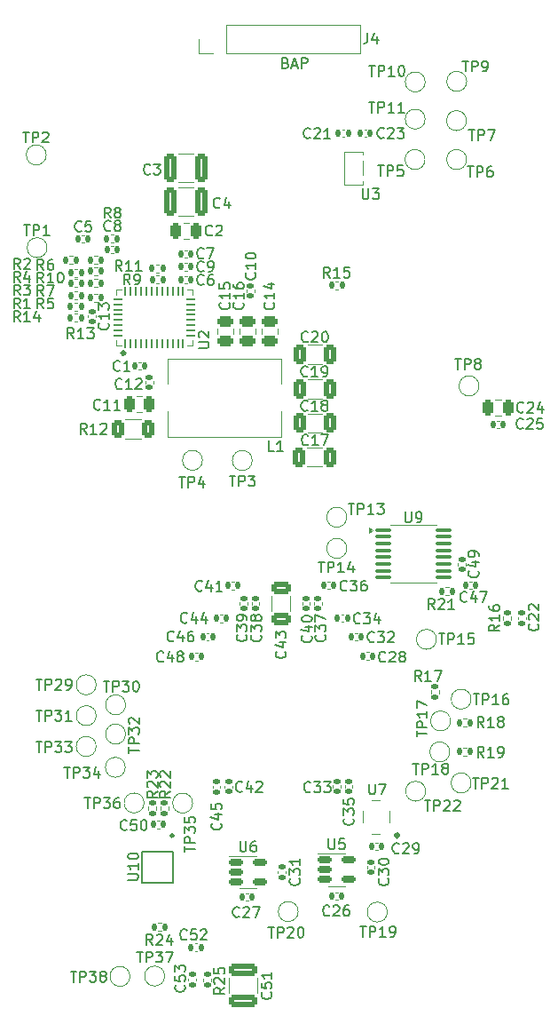
<source format=gbr>
%TF.GenerationSoftware,KiCad,Pcbnew,8.0.1*%
%TF.CreationDate,2024-06-21T14:23:06+08:00*%
%TF.ProjectId,bitaxeSupra,62697461-7865-4537-9570-72612e6b6963,rev?*%
%TF.SameCoordinates,Original*%
%TF.FileFunction,Legend,Top*%
%TF.FilePolarity,Positive*%
%FSLAX46Y46*%
G04 Gerber Fmt 4.6, Leading zero omitted, Abs format (unit mm)*
G04 Created by KiCad (PCBNEW 8.0.1) date 2024-06-21 14:23:06*
%MOMM*%
%LPD*%
G01*
G04 APERTURE LIST*
G04 Aperture macros list*
%AMRoundRect*
0 Rectangle with rounded corners*
0 $1 Rounding radius*
0 $2 $3 $4 $5 $6 $7 $8 $9 X,Y pos of 4 corners*
0 Add a 4 corners polygon primitive as box body*
4,1,4,$2,$3,$4,$5,$6,$7,$8,$9,$2,$3,0*
0 Add four circle primitives for the rounded corners*
1,1,$1+$1,$2,$3*
1,1,$1+$1,$4,$5*
1,1,$1+$1,$6,$7*
1,1,$1+$1,$8,$9*
0 Add four rect primitives between the rounded corners*
20,1,$1+$1,$2,$3,$4,$5,0*
20,1,$1+$1,$4,$5,$6,$7,0*
20,1,$1+$1,$6,$7,$8,$9,0*
20,1,$1+$1,$8,$9,$2,$3,0*%
G04 Aperture macros list end*
%ADD10C,0.150000*%
%ADD11C,0.120000*%
%ADD12C,0.313180*%
%ADD13C,0.254165*%
%ADD14C,0.300000*%
%ADD15C,0.100000*%
%ADD16RoundRect,0.250000X-0.325000X-0.650000X0.325000X-0.650000X0.325000X0.650000X-0.325000X0.650000X0*%
%ADD17RoundRect,0.250000X0.475000X-0.250000X0.475000X0.250000X-0.475000X0.250000X-0.475000X-0.250000X0*%
%ADD18RoundRect,0.135000X0.135000X0.185000X-0.135000X0.185000X-0.135000X-0.185000X0.135000X-0.185000X0*%
%ADD19RoundRect,0.250000X-1.100000X0.325000X-1.100000X-0.325000X1.100000X-0.325000X1.100000X0.325000X0*%
%ADD20C,1.500000*%
%ADD21RoundRect,0.140000X-0.140000X-0.170000X0.140000X-0.170000X0.140000X0.170000X-0.140000X0.170000X0*%
%ADD22C,2.000000*%
%ADD23RoundRect,0.140000X0.140000X0.170000X-0.140000X0.170000X-0.140000X-0.170000X0.140000X-0.170000X0*%
%ADD24RoundRect,0.140000X0.170000X-0.140000X0.170000X0.140000X-0.170000X0.140000X-0.170000X-0.140000X0*%
%ADD25RoundRect,0.140000X-0.170000X0.140000X-0.170000X-0.140000X0.170000X-0.140000X0.170000X0.140000X0*%
%ADD26RoundRect,0.135000X-0.185000X0.135000X-0.185000X-0.135000X0.185000X-0.135000X0.185000X0.135000X0*%
%ADD27C,3.000000*%
%ADD28RoundRect,0.250000X0.312500X0.625000X-0.312500X0.625000X-0.312500X-0.625000X0.312500X-0.625000X0*%
%ADD29RoundRect,0.150000X-0.512500X-0.150000X0.512500X-0.150000X0.512500X0.150000X-0.512500X0.150000X0*%
%ADD30RoundRect,0.135000X-0.135000X-0.185000X0.135000X-0.185000X0.135000X0.185000X-0.135000X0.185000X0*%
%ADD31RoundRect,0.250000X-0.250000X-0.475000X0.250000X-0.475000X0.250000X0.475000X-0.250000X0.475000X0*%
%ADD32RoundRect,0.250000X-0.325000X-1.100000X0.325000X-1.100000X0.325000X1.100000X-0.325000X1.100000X0*%
%ADD33R,1.100000X1.300000*%
%ADD34C,0.800000*%
%ADD35C,6.000000*%
%ADD36RoundRect,0.250000X-0.650000X0.325000X-0.650000X-0.325000X0.650000X-0.325000X0.650000X0.325000X0*%
%ADD37RoundRect,0.135000X0.185000X-0.135000X0.185000X0.135000X-0.185000X0.135000X-0.185000X-0.135000X0*%
%ADD38R,0.400000X1.100000*%
%ADD39R,1.700000X1.700000*%
%ADD40O,1.700000X1.700000*%
%ADD41C,3.500000*%
%ADD42RoundRect,0.100000X-0.637500X-0.100000X0.637500X-0.100000X0.637500X0.100000X-0.637500X0.100000X0*%
%ADD43R,4.000000X2.600000*%
%ADD44RoundRect,0.062500X0.062500X-0.337500X0.062500X0.337500X-0.062500X0.337500X-0.062500X-0.337500X0*%
%ADD45RoundRect,0.062500X0.337500X-0.062500X0.337500X0.062500X-0.337500X0.062500X-0.337500X-0.062500X0*%
%ADD46C,0.400000*%
%ADD47R,5.300000X3.300000*%
%ADD48R,0.952500X0.558800*%
%ADD49C,1.295400*%
%ADD50C,1.574800*%
%ADD51C,1.700000*%
%ADD52C,0.650000*%
%ADD53O,1.800000X1.000000*%
%ADD54O,2.100000X1.000000*%
%ADD55C,0.990600*%
%ADD56C,1.600000*%
%ADD57C,1.800000*%
G04 APERTURE END LIST*
D10*
X106100112Y-53316009D02*
X106242969Y-53363628D01*
X106242969Y-53363628D02*
X106290588Y-53411247D01*
X106290588Y-53411247D02*
X106338207Y-53506485D01*
X106338207Y-53506485D02*
X106338207Y-53649342D01*
X106338207Y-53649342D02*
X106290588Y-53744580D01*
X106290588Y-53744580D02*
X106242969Y-53792200D01*
X106242969Y-53792200D02*
X106147731Y-53839819D01*
X106147731Y-53839819D02*
X105766779Y-53839819D01*
X105766779Y-53839819D02*
X105766779Y-52839819D01*
X105766779Y-52839819D02*
X106100112Y-52839819D01*
X106100112Y-52839819D02*
X106195350Y-52887438D01*
X106195350Y-52887438D02*
X106242969Y-52935057D01*
X106242969Y-52935057D02*
X106290588Y-53030295D01*
X106290588Y-53030295D02*
X106290588Y-53125533D01*
X106290588Y-53125533D02*
X106242969Y-53220771D01*
X106242969Y-53220771D02*
X106195350Y-53268390D01*
X106195350Y-53268390D02*
X106100112Y-53316009D01*
X106100112Y-53316009D02*
X105766779Y-53316009D01*
X106719160Y-53554104D02*
X107195350Y-53554104D01*
X106623922Y-53839819D02*
X106957255Y-52839819D01*
X106957255Y-52839819D02*
X107290588Y-53839819D01*
X107623922Y-53839819D02*
X107623922Y-52839819D01*
X107623922Y-52839819D02*
X108004874Y-52839819D01*
X108004874Y-52839819D02*
X108100112Y-52887438D01*
X108100112Y-52887438D02*
X108147731Y-52935057D01*
X108147731Y-52935057D02*
X108195350Y-53030295D01*
X108195350Y-53030295D02*
X108195350Y-53173152D01*
X108195350Y-53173152D02*
X108147731Y-53268390D01*
X108147731Y-53268390D02*
X108100112Y-53316009D01*
X108100112Y-53316009D02*
X108004874Y-53363628D01*
X108004874Y-53363628D02*
X107623922Y-53363628D01*
X108237142Y-79839580D02*
X108189523Y-79887200D01*
X108189523Y-79887200D02*
X108046666Y-79934819D01*
X108046666Y-79934819D02*
X107951428Y-79934819D01*
X107951428Y-79934819D02*
X107808571Y-79887200D01*
X107808571Y-79887200D02*
X107713333Y-79791961D01*
X107713333Y-79791961D02*
X107665714Y-79696723D01*
X107665714Y-79696723D02*
X107618095Y-79506247D01*
X107618095Y-79506247D02*
X107618095Y-79363390D01*
X107618095Y-79363390D02*
X107665714Y-79172914D01*
X107665714Y-79172914D02*
X107713333Y-79077676D01*
X107713333Y-79077676D02*
X107808571Y-78982438D01*
X107808571Y-78982438D02*
X107951428Y-78934819D01*
X107951428Y-78934819D02*
X108046666Y-78934819D01*
X108046666Y-78934819D02*
X108189523Y-78982438D01*
X108189523Y-78982438D02*
X108237142Y-79030057D01*
X108618095Y-79030057D02*
X108665714Y-78982438D01*
X108665714Y-78982438D02*
X108760952Y-78934819D01*
X108760952Y-78934819D02*
X108999047Y-78934819D01*
X108999047Y-78934819D02*
X109094285Y-78982438D01*
X109094285Y-78982438D02*
X109141904Y-79030057D01*
X109141904Y-79030057D02*
X109189523Y-79125295D01*
X109189523Y-79125295D02*
X109189523Y-79220533D01*
X109189523Y-79220533D02*
X109141904Y-79363390D01*
X109141904Y-79363390D02*
X108570476Y-79934819D01*
X108570476Y-79934819D02*
X109189523Y-79934819D01*
X109808571Y-78934819D02*
X109903809Y-78934819D01*
X109903809Y-78934819D02*
X109999047Y-78982438D01*
X109999047Y-78982438D02*
X110046666Y-79030057D01*
X110046666Y-79030057D02*
X110094285Y-79125295D01*
X110094285Y-79125295D02*
X110141904Y-79315771D01*
X110141904Y-79315771D02*
X110141904Y-79553866D01*
X110141904Y-79553866D02*
X110094285Y-79744342D01*
X110094285Y-79744342D02*
X110046666Y-79839580D01*
X110046666Y-79839580D02*
X109999047Y-79887200D01*
X109999047Y-79887200D02*
X109903809Y-79934819D01*
X109903809Y-79934819D02*
X109808571Y-79934819D01*
X109808571Y-79934819D02*
X109713333Y-79887200D01*
X109713333Y-79887200D02*
X109665714Y-79839580D01*
X109665714Y-79839580D02*
X109618095Y-79744342D01*
X109618095Y-79744342D02*
X109570476Y-79553866D01*
X109570476Y-79553866D02*
X109570476Y-79315771D01*
X109570476Y-79315771D02*
X109618095Y-79125295D01*
X109618095Y-79125295D02*
X109665714Y-79030057D01*
X109665714Y-79030057D02*
X109713333Y-78982438D01*
X109713333Y-78982438D02*
X109808571Y-78934819D01*
X100709580Y-76192857D02*
X100757200Y-76240476D01*
X100757200Y-76240476D02*
X100804819Y-76383333D01*
X100804819Y-76383333D02*
X100804819Y-76478571D01*
X100804819Y-76478571D02*
X100757200Y-76621428D01*
X100757200Y-76621428D02*
X100661961Y-76716666D01*
X100661961Y-76716666D02*
X100566723Y-76764285D01*
X100566723Y-76764285D02*
X100376247Y-76811904D01*
X100376247Y-76811904D02*
X100233390Y-76811904D01*
X100233390Y-76811904D02*
X100042914Y-76764285D01*
X100042914Y-76764285D02*
X99947676Y-76716666D01*
X99947676Y-76716666D02*
X99852438Y-76621428D01*
X99852438Y-76621428D02*
X99804819Y-76478571D01*
X99804819Y-76478571D02*
X99804819Y-76383333D01*
X99804819Y-76383333D02*
X99852438Y-76240476D01*
X99852438Y-76240476D02*
X99900057Y-76192857D01*
X100804819Y-75240476D02*
X100804819Y-75811904D01*
X100804819Y-75526190D02*
X99804819Y-75526190D01*
X99804819Y-75526190D02*
X99947676Y-75621428D01*
X99947676Y-75621428D02*
X100042914Y-75716666D01*
X100042914Y-75716666D02*
X100090533Y-75811904D01*
X99804819Y-74335714D02*
X99804819Y-74811904D01*
X99804819Y-74811904D02*
X100281009Y-74859523D01*
X100281009Y-74859523D02*
X100233390Y-74811904D01*
X100233390Y-74811904D02*
X100185771Y-74716666D01*
X100185771Y-74716666D02*
X100185771Y-74478571D01*
X100185771Y-74478571D02*
X100233390Y-74383333D01*
X100233390Y-74383333D02*
X100281009Y-74335714D01*
X100281009Y-74335714D02*
X100376247Y-74288095D01*
X100376247Y-74288095D02*
X100614342Y-74288095D01*
X100614342Y-74288095D02*
X100709580Y-74335714D01*
X100709580Y-74335714D02*
X100757200Y-74383333D01*
X100757200Y-74383333D02*
X100804819Y-74478571D01*
X100804819Y-74478571D02*
X100804819Y-74716666D01*
X100804819Y-74716666D02*
X100757200Y-74811904D01*
X100757200Y-74811904D02*
X100709580Y-74859523D01*
X120307142Y-105414819D02*
X119973809Y-104938628D01*
X119735714Y-105414819D02*
X119735714Y-104414819D01*
X119735714Y-104414819D02*
X120116666Y-104414819D01*
X120116666Y-104414819D02*
X120211904Y-104462438D01*
X120211904Y-104462438D02*
X120259523Y-104510057D01*
X120259523Y-104510057D02*
X120307142Y-104605295D01*
X120307142Y-104605295D02*
X120307142Y-104748152D01*
X120307142Y-104748152D02*
X120259523Y-104843390D01*
X120259523Y-104843390D02*
X120211904Y-104891009D01*
X120211904Y-104891009D02*
X120116666Y-104938628D01*
X120116666Y-104938628D02*
X119735714Y-104938628D01*
X120688095Y-104510057D02*
X120735714Y-104462438D01*
X120735714Y-104462438D02*
X120830952Y-104414819D01*
X120830952Y-104414819D02*
X121069047Y-104414819D01*
X121069047Y-104414819D02*
X121164285Y-104462438D01*
X121164285Y-104462438D02*
X121211904Y-104510057D01*
X121211904Y-104510057D02*
X121259523Y-104605295D01*
X121259523Y-104605295D02*
X121259523Y-104700533D01*
X121259523Y-104700533D02*
X121211904Y-104843390D01*
X121211904Y-104843390D02*
X120640476Y-105414819D01*
X120640476Y-105414819D02*
X121259523Y-105414819D01*
X122211904Y-105414819D02*
X121640476Y-105414819D01*
X121926190Y-105414819D02*
X121926190Y-104414819D01*
X121926190Y-104414819D02*
X121830952Y-104557676D01*
X121830952Y-104557676D02*
X121735714Y-104652914D01*
X121735714Y-104652914D02*
X121640476Y-104700533D01*
X104704580Y-141932857D02*
X104752200Y-141980476D01*
X104752200Y-141980476D02*
X104799819Y-142123333D01*
X104799819Y-142123333D02*
X104799819Y-142218571D01*
X104799819Y-142218571D02*
X104752200Y-142361428D01*
X104752200Y-142361428D02*
X104656961Y-142456666D01*
X104656961Y-142456666D02*
X104561723Y-142504285D01*
X104561723Y-142504285D02*
X104371247Y-142551904D01*
X104371247Y-142551904D02*
X104228390Y-142551904D01*
X104228390Y-142551904D02*
X104037914Y-142504285D01*
X104037914Y-142504285D02*
X103942676Y-142456666D01*
X103942676Y-142456666D02*
X103847438Y-142361428D01*
X103847438Y-142361428D02*
X103799819Y-142218571D01*
X103799819Y-142218571D02*
X103799819Y-142123333D01*
X103799819Y-142123333D02*
X103847438Y-141980476D01*
X103847438Y-141980476D02*
X103895057Y-141932857D01*
X103799819Y-141028095D02*
X103799819Y-141504285D01*
X103799819Y-141504285D02*
X104276009Y-141551904D01*
X104276009Y-141551904D02*
X104228390Y-141504285D01*
X104228390Y-141504285D02*
X104180771Y-141409047D01*
X104180771Y-141409047D02*
X104180771Y-141170952D01*
X104180771Y-141170952D02*
X104228390Y-141075714D01*
X104228390Y-141075714D02*
X104276009Y-141028095D01*
X104276009Y-141028095D02*
X104371247Y-140980476D01*
X104371247Y-140980476D02*
X104609342Y-140980476D01*
X104609342Y-140980476D02*
X104704580Y-141028095D01*
X104704580Y-141028095D02*
X104752200Y-141075714D01*
X104752200Y-141075714D02*
X104799819Y-141170952D01*
X104799819Y-141170952D02*
X104799819Y-141409047D01*
X104799819Y-141409047D02*
X104752200Y-141504285D01*
X104752200Y-141504285D02*
X104704580Y-141551904D01*
X104799819Y-140028095D02*
X104799819Y-140599523D01*
X104799819Y-140313809D02*
X103799819Y-140313809D01*
X103799819Y-140313809D02*
X103942676Y-140409047D01*
X103942676Y-140409047D02*
X104037914Y-140504285D01*
X104037914Y-140504285D02*
X104085533Y-140599523D01*
X113231905Y-135644819D02*
X113803333Y-135644819D01*
X113517619Y-136644819D02*
X113517619Y-135644819D01*
X114136667Y-136644819D02*
X114136667Y-135644819D01*
X114136667Y-135644819D02*
X114517619Y-135644819D01*
X114517619Y-135644819D02*
X114612857Y-135692438D01*
X114612857Y-135692438D02*
X114660476Y-135740057D01*
X114660476Y-135740057D02*
X114708095Y-135835295D01*
X114708095Y-135835295D02*
X114708095Y-135978152D01*
X114708095Y-135978152D02*
X114660476Y-136073390D01*
X114660476Y-136073390D02*
X114612857Y-136121009D01*
X114612857Y-136121009D02*
X114517619Y-136168628D01*
X114517619Y-136168628D02*
X114136667Y-136168628D01*
X115660476Y-136644819D02*
X115089048Y-136644819D01*
X115374762Y-136644819D02*
X115374762Y-135644819D01*
X115374762Y-135644819D02*
X115279524Y-135787676D01*
X115279524Y-135787676D02*
X115184286Y-135882914D01*
X115184286Y-135882914D02*
X115089048Y-135930533D01*
X116136667Y-136644819D02*
X116327143Y-136644819D01*
X116327143Y-136644819D02*
X116422381Y-136597200D01*
X116422381Y-136597200D02*
X116470000Y-136549580D01*
X116470000Y-136549580D02*
X116565238Y-136406723D01*
X116565238Y-136406723D02*
X116612857Y-136216247D01*
X116612857Y-136216247D02*
X116612857Y-135835295D01*
X116612857Y-135835295D02*
X116565238Y-135740057D01*
X116565238Y-135740057D02*
X116517619Y-135692438D01*
X116517619Y-135692438D02*
X116422381Y-135644819D01*
X116422381Y-135644819D02*
X116231905Y-135644819D01*
X116231905Y-135644819D02*
X116136667Y-135692438D01*
X116136667Y-135692438D02*
X116089048Y-135740057D01*
X116089048Y-135740057D02*
X116041429Y-135835295D01*
X116041429Y-135835295D02*
X116041429Y-136073390D01*
X116041429Y-136073390D02*
X116089048Y-136168628D01*
X116089048Y-136168628D02*
X116136667Y-136216247D01*
X116136667Y-136216247D02*
X116231905Y-136263866D01*
X116231905Y-136263866D02*
X116422381Y-136263866D01*
X116422381Y-136263866D02*
X116517619Y-136216247D01*
X116517619Y-136216247D02*
X116565238Y-136168628D01*
X116565238Y-136168628D02*
X116612857Y-136073390D01*
X98283333Y-73139580D02*
X98235714Y-73187200D01*
X98235714Y-73187200D02*
X98092857Y-73234819D01*
X98092857Y-73234819D02*
X97997619Y-73234819D01*
X97997619Y-73234819D02*
X97854762Y-73187200D01*
X97854762Y-73187200D02*
X97759524Y-73091961D01*
X97759524Y-73091961D02*
X97711905Y-72996723D01*
X97711905Y-72996723D02*
X97664286Y-72806247D01*
X97664286Y-72806247D02*
X97664286Y-72663390D01*
X97664286Y-72663390D02*
X97711905Y-72472914D01*
X97711905Y-72472914D02*
X97759524Y-72377676D01*
X97759524Y-72377676D02*
X97854762Y-72282438D01*
X97854762Y-72282438D02*
X97997619Y-72234819D01*
X97997619Y-72234819D02*
X98092857Y-72234819D01*
X98092857Y-72234819D02*
X98235714Y-72282438D01*
X98235714Y-72282438D02*
X98283333Y-72330057D01*
X98759524Y-73234819D02*
X98950000Y-73234819D01*
X98950000Y-73234819D02*
X99045238Y-73187200D01*
X99045238Y-73187200D02*
X99092857Y-73139580D01*
X99092857Y-73139580D02*
X99188095Y-72996723D01*
X99188095Y-72996723D02*
X99235714Y-72806247D01*
X99235714Y-72806247D02*
X99235714Y-72425295D01*
X99235714Y-72425295D02*
X99188095Y-72330057D01*
X99188095Y-72330057D02*
X99140476Y-72282438D01*
X99140476Y-72282438D02*
X99045238Y-72234819D01*
X99045238Y-72234819D02*
X98854762Y-72234819D01*
X98854762Y-72234819D02*
X98759524Y-72282438D01*
X98759524Y-72282438D02*
X98711905Y-72330057D01*
X98711905Y-72330057D02*
X98664286Y-72425295D01*
X98664286Y-72425295D02*
X98664286Y-72663390D01*
X98664286Y-72663390D02*
X98711905Y-72758628D01*
X98711905Y-72758628D02*
X98759524Y-72806247D01*
X98759524Y-72806247D02*
X98854762Y-72853866D01*
X98854762Y-72853866D02*
X99045238Y-72853866D01*
X99045238Y-72853866D02*
X99140476Y-72806247D01*
X99140476Y-72806247D02*
X99188095Y-72758628D01*
X99188095Y-72758628D02*
X99235714Y-72663390D01*
X98137142Y-103589580D02*
X98089523Y-103637200D01*
X98089523Y-103637200D02*
X97946666Y-103684819D01*
X97946666Y-103684819D02*
X97851428Y-103684819D01*
X97851428Y-103684819D02*
X97708571Y-103637200D01*
X97708571Y-103637200D02*
X97613333Y-103541961D01*
X97613333Y-103541961D02*
X97565714Y-103446723D01*
X97565714Y-103446723D02*
X97518095Y-103256247D01*
X97518095Y-103256247D02*
X97518095Y-103113390D01*
X97518095Y-103113390D02*
X97565714Y-102922914D01*
X97565714Y-102922914D02*
X97613333Y-102827676D01*
X97613333Y-102827676D02*
X97708571Y-102732438D01*
X97708571Y-102732438D02*
X97851428Y-102684819D01*
X97851428Y-102684819D02*
X97946666Y-102684819D01*
X97946666Y-102684819D02*
X98089523Y-102732438D01*
X98089523Y-102732438D02*
X98137142Y-102780057D01*
X98994285Y-103018152D02*
X98994285Y-103684819D01*
X98756190Y-102637200D02*
X98518095Y-103351485D01*
X98518095Y-103351485D02*
X99137142Y-103351485D01*
X100041904Y-103684819D02*
X99470476Y-103684819D01*
X99756190Y-103684819D02*
X99756190Y-102684819D01*
X99756190Y-102684819D02*
X99660952Y-102827676D01*
X99660952Y-102827676D02*
X99565714Y-102922914D01*
X99565714Y-102922914D02*
X99470476Y-102970533D01*
X123961905Y-121484819D02*
X124533333Y-121484819D01*
X124247619Y-122484819D02*
X124247619Y-121484819D01*
X124866667Y-122484819D02*
X124866667Y-121484819D01*
X124866667Y-121484819D02*
X125247619Y-121484819D01*
X125247619Y-121484819D02*
X125342857Y-121532438D01*
X125342857Y-121532438D02*
X125390476Y-121580057D01*
X125390476Y-121580057D02*
X125438095Y-121675295D01*
X125438095Y-121675295D02*
X125438095Y-121818152D01*
X125438095Y-121818152D02*
X125390476Y-121913390D01*
X125390476Y-121913390D02*
X125342857Y-121961009D01*
X125342857Y-121961009D02*
X125247619Y-122008628D01*
X125247619Y-122008628D02*
X124866667Y-122008628D01*
X125819048Y-121580057D02*
X125866667Y-121532438D01*
X125866667Y-121532438D02*
X125961905Y-121484819D01*
X125961905Y-121484819D02*
X126200000Y-121484819D01*
X126200000Y-121484819D02*
X126295238Y-121532438D01*
X126295238Y-121532438D02*
X126342857Y-121580057D01*
X126342857Y-121580057D02*
X126390476Y-121675295D01*
X126390476Y-121675295D02*
X126390476Y-121770533D01*
X126390476Y-121770533D02*
X126342857Y-121913390D01*
X126342857Y-121913390D02*
X125771429Y-122484819D01*
X125771429Y-122484819D02*
X126390476Y-122484819D01*
X127342857Y-122484819D02*
X126771429Y-122484819D01*
X127057143Y-122484819D02*
X127057143Y-121484819D01*
X127057143Y-121484819D02*
X126961905Y-121627676D01*
X126961905Y-121627676D02*
X126866667Y-121722914D01*
X126866667Y-121722914D02*
X126771429Y-121770533D01*
X118241905Y-120124819D02*
X118813333Y-120124819D01*
X118527619Y-121124819D02*
X118527619Y-120124819D01*
X119146667Y-121124819D02*
X119146667Y-120124819D01*
X119146667Y-120124819D02*
X119527619Y-120124819D01*
X119527619Y-120124819D02*
X119622857Y-120172438D01*
X119622857Y-120172438D02*
X119670476Y-120220057D01*
X119670476Y-120220057D02*
X119718095Y-120315295D01*
X119718095Y-120315295D02*
X119718095Y-120458152D01*
X119718095Y-120458152D02*
X119670476Y-120553390D01*
X119670476Y-120553390D02*
X119622857Y-120601009D01*
X119622857Y-120601009D02*
X119527619Y-120648628D01*
X119527619Y-120648628D02*
X119146667Y-120648628D01*
X120670476Y-121124819D02*
X120099048Y-121124819D01*
X120384762Y-121124819D02*
X120384762Y-120124819D01*
X120384762Y-120124819D02*
X120289524Y-120267676D01*
X120289524Y-120267676D02*
X120194286Y-120362914D01*
X120194286Y-120362914D02*
X120099048Y-120410533D01*
X121241905Y-120553390D02*
X121146667Y-120505771D01*
X121146667Y-120505771D02*
X121099048Y-120458152D01*
X121099048Y-120458152D02*
X121051429Y-120362914D01*
X121051429Y-120362914D02*
X121051429Y-120315295D01*
X121051429Y-120315295D02*
X121099048Y-120220057D01*
X121099048Y-120220057D02*
X121146667Y-120172438D01*
X121146667Y-120172438D02*
X121241905Y-120124819D01*
X121241905Y-120124819D02*
X121432381Y-120124819D01*
X121432381Y-120124819D02*
X121527619Y-120172438D01*
X121527619Y-120172438D02*
X121575238Y-120220057D01*
X121575238Y-120220057D02*
X121622857Y-120315295D01*
X121622857Y-120315295D02*
X121622857Y-120362914D01*
X121622857Y-120362914D02*
X121575238Y-120458152D01*
X121575238Y-120458152D02*
X121527619Y-120505771D01*
X121527619Y-120505771D02*
X121432381Y-120553390D01*
X121432381Y-120553390D02*
X121241905Y-120553390D01*
X121241905Y-120553390D02*
X121146667Y-120601009D01*
X121146667Y-120601009D02*
X121099048Y-120648628D01*
X121099048Y-120648628D02*
X121051429Y-120743866D01*
X121051429Y-120743866D02*
X121051429Y-120934342D01*
X121051429Y-120934342D02*
X121099048Y-121029580D01*
X121099048Y-121029580D02*
X121146667Y-121077200D01*
X121146667Y-121077200D02*
X121241905Y-121124819D01*
X121241905Y-121124819D02*
X121432381Y-121124819D01*
X121432381Y-121124819D02*
X121527619Y-121077200D01*
X121527619Y-121077200D02*
X121575238Y-121029580D01*
X121575238Y-121029580D02*
X121622857Y-120934342D01*
X121622857Y-120934342D02*
X121622857Y-120743866D01*
X121622857Y-120743866D02*
X121575238Y-120648628D01*
X121575238Y-120648628D02*
X121527619Y-120601009D01*
X121527619Y-120601009D02*
X121432381Y-120553390D01*
X101967142Y-122729580D02*
X101919523Y-122777200D01*
X101919523Y-122777200D02*
X101776666Y-122824819D01*
X101776666Y-122824819D02*
X101681428Y-122824819D01*
X101681428Y-122824819D02*
X101538571Y-122777200D01*
X101538571Y-122777200D02*
X101443333Y-122681961D01*
X101443333Y-122681961D02*
X101395714Y-122586723D01*
X101395714Y-122586723D02*
X101348095Y-122396247D01*
X101348095Y-122396247D02*
X101348095Y-122253390D01*
X101348095Y-122253390D02*
X101395714Y-122062914D01*
X101395714Y-122062914D02*
X101443333Y-121967676D01*
X101443333Y-121967676D02*
X101538571Y-121872438D01*
X101538571Y-121872438D02*
X101681428Y-121824819D01*
X101681428Y-121824819D02*
X101776666Y-121824819D01*
X101776666Y-121824819D02*
X101919523Y-121872438D01*
X101919523Y-121872438D02*
X101967142Y-121920057D01*
X102824285Y-122158152D02*
X102824285Y-122824819D01*
X102586190Y-121777200D02*
X102348095Y-122491485D01*
X102348095Y-122491485D02*
X102967142Y-122491485D01*
X103300476Y-121920057D02*
X103348095Y-121872438D01*
X103348095Y-121872438D02*
X103443333Y-121824819D01*
X103443333Y-121824819D02*
X103681428Y-121824819D01*
X103681428Y-121824819D02*
X103776666Y-121872438D01*
X103776666Y-121872438D02*
X103824285Y-121920057D01*
X103824285Y-121920057D02*
X103871904Y-122015295D01*
X103871904Y-122015295D02*
X103871904Y-122110533D01*
X103871904Y-122110533D02*
X103824285Y-122253390D01*
X103824285Y-122253390D02*
X103252857Y-122824819D01*
X103252857Y-122824819D02*
X103871904Y-122824819D01*
X122296095Y-81533819D02*
X122867523Y-81533819D01*
X122581809Y-82533819D02*
X122581809Y-81533819D01*
X123200857Y-82533819D02*
X123200857Y-81533819D01*
X123200857Y-81533819D02*
X123581809Y-81533819D01*
X123581809Y-81533819D02*
X123677047Y-81581438D01*
X123677047Y-81581438D02*
X123724666Y-81629057D01*
X123724666Y-81629057D02*
X123772285Y-81724295D01*
X123772285Y-81724295D02*
X123772285Y-81867152D01*
X123772285Y-81867152D02*
X123724666Y-81962390D01*
X123724666Y-81962390D02*
X123677047Y-82010009D01*
X123677047Y-82010009D02*
X123581809Y-82057628D01*
X123581809Y-82057628D02*
X123200857Y-82057628D01*
X124343714Y-81962390D02*
X124248476Y-81914771D01*
X124248476Y-81914771D02*
X124200857Y-81867152D01*
X124200857Y-81867152D02*
X124153238Y-81771914D01*
X124153238Y-81771914D02*
X124153238Y-81724295D01*
X124153238Y-81724295D02*
X124200857Y-81629057D01*
X124200857Y-81629057D02*
X124248476Y-81581438D01*
X124248476Y-81581438D02*
X124343714Y-81533819D01*
X124343714Y-81533819D02*
X124534190Y-81533819D01*
X124534190Y-81533819D02*
X124629428Y-81581438D01*
X124629428Y-81581438D02*
X124677047Y-81629057D01*
X124677047Y-81629057D02*
X124724666Y-81724295D01*
X124724666Y-81724295D02*
X124724666Y-81771914D01*
X124724666Y-81771914D02*
X124677047Y-81867152D01*
X124677047Y-81867152D02*
X124629428Y-81914771D01*
X124629428Y-81914771D02*
X124534190Y-81962390D01*
X124534190Y-81962390D02*
X124343714Y-81962390D01*
X124343714Y-81962390D02*
X124248476Y-82010009D01*
X124248476Y-82010009D02*
X124200857Y-82057628D01*
X124200857Y-82057628D02*
X124153238Y-82152866D01*
X124153238Y-82152866D02*
X124153238Y-82343342D01*
X124153238Y-82343342D02*
X124200857Y-82438580D01*
X124200857Y-82438580D02*
X124248476Y-82486200D01*
X124248476Y-82486200D02*
X124343714Y-82533819D01*
X124343714Y-82533819D02*
X124534190Y-82533819D01*
X124534190Y-82533819D02*
X124629428Y-82486200D01*
X124629428Y-82486200D02*
X124677047Y-82438580D01*
X124677047Y-82438580D02*
X124724666Y-82343342D01*
X124724666Y-82343342D02*
X124724666Y-82152866D01*
X124724666Y-82152866D02*
X124677047Y-82057628D01*
X124677047Y-82057628D02*
X124629428Y-82010009D01*
X124629428Y-82010009D02*
X124534190Y-81962390D01*
X108534780Y-107942857D02*
X108582400Y-107990476D01*
X108582400Y-107990476D02*
X108630019Y-108133333D01*
X108630019Y-108133333D02*
X108630019Y-108228571D01*
X108630019Y-108228571D02*
X108582400Y-108371428D01*
X108582400Y-108371428D02*
X108487161Y-108466666D01*
X108487161Y-108466666D02*
X108391923Y-108514285D01*
X108391923Y-108514285D02*
X108201447Y-108561904D01*
X108201447Y-108561904D02*
X108058590Y-108561904D01*
X108058590Y-108561904D02*
X107868114Y-108514285D01*
X107868114Y-108514285D02*
X107772876Y-108466666D01*
X107772876Y-108466666D02*
X107677638Y-108371428D01*
X107677638Y-108371428D02*
X107630019Y-108228571D01*
X107630019Y-108228571D02*
X107630019Y-108133333D01*
X107630019Y-108133333D02*
X107677638Y-107990476D01*
X107677638Y-107990476D02*
X107725257Y-107942857D01*
X107963352Y-107085714D02*
X108630019Y-107085714D01*
X107582400Y-107323809D02*
X108296685Y-107561904D01*
X108296685Y-107561904D02*
X108296685Y-106942857D01*
X107630019Y-106371428D02*
X107630019Y-106276190D01*
X107630019Y-106276190D02*
X107677638Y-106180952D01*
X107677638Y-106180952D02*
X107725257Y-106133333D01*
X107725257Y-106133333D02*
X107820495Y-106085714D01*
X107820495Y-106085714D02*
X108010971Y-106038095D01*
X108010971Y-106038095D02*
X108249066Y-106038095D01*
X108249066Y-106038095D02*
X108439542Y-106085714D01*
X108439542Y-106085714D02*
X108534780Y-106133333D01*
X108534780Y-106133333D02*
X108582400Y-106180952D01*
X108582400Y-106180952D02*
X108630019Y-106276190D01*
X108630019Y-106276190D02*
X108630019Y-106371428D01*
X108630019Y-106371428D02*
X108582400Y-106466666D01*
X108582400Y-106466666D02*
X108534780Y-106514285D01*
X108534780Y-106514285D02*
X108439542Y-106561904D01*
X108439542Y-106561904D02*
X108249066Y-106609523D01*
X108249066Y-106609523D02*
X108010971Y-106609523D01*
X108010971Y-106609523D02*
X107820495Y-106561904D01*
X107820495Y-106561904D02*
X107725257Y-106514285D01*
X107725257Y-106514285D02*
X107677638Y-106466666D01*
X107677638Y-106466666D02*
X107630019Y-106371428D01*
X93884819Y-122752857D02*
X93408628Y-123086190D01*
X93884819Y-123324285D02*
X92884819Y-123324285D01*
X92884819Y-123324285D02*
X92884819Y-122943333D01*
X92884819Y-122943333D02*
X92932438Y-122848095D01*
X92932438Y-122848095D02*
X92980057Y-122800476D01*
X92980057Y-122800476D02*
X93075295Y-122752857D01*
X93075295Y-122752857D02*
X93218152Y-122752857D01*
X93218152Y-122752857D02*
X93313390Y-122800476D01*
X93313390Y-122800476D02*
X93361009Y-122848095D01*
X93361009Y-122848095D02*
X93408628Y-122943333D01*
X93408628Y-122943333D02*
X93408628Y-123324285D01*
X92980057Y-122371904D02*
X92932438Y-122324285D01*
X92932438Y-122324285D02*
X92884819Y-122229047D01*
X92884819Y-122229047D02*
X92884819Y-121990952D01*
X92884819Y-121990952D02*
X92932438Y-121895714D01*
X92932438Y-121895714D02*
X92980057Y-121848095D01*
X92980057Y-121848095D02*
X93075295Y-121800476D01*
X93075295Y-121800476D02*
X93170533Y-121800476D01*
X93170533Y-121800476D02*
X93313390Y-121848095D01*
X93313390Y-121848095D02*
X93884819Y-122419523D01*
X93884819Y-122419523D02*
X93884819Y-121800476D01*
X92884819Y-121467142D02*
X92884819Y-120848095D01*
X92884819Y-120848095D02*
X93265771Y-121181428D01*
X93265771Y-121181428D02*
X93265771Y-121038571D01*
X93265771Y-121038571D02*
X93313390Y-120943333D01*
X93313390Y-120943333D02*
X93361009Y-120895714D01*
X93361009Y-120895714D02*
X93456247Y-120848095D01*
X93456247Y-120848095D02*
X93694342Y-120848095D01*
X93694342Y-120848095D02*
X93789580Y-120895714D01*
X93789580Y-120895714D02*
X93837200Y-120943333D01*
X93837200Y-120943333D02*
X93884819Y-121038571D01*
X93884819Y-121038571D02*
X93884819Y-121324285D01*
X93884819Y-121324285D02*
X93837200Y-121419523D01*
X93837200Y-121419523D02*
X93789580Y-121467142D01*
X95437142Y-108399580D02*
X95389523Y-108447200D01*
X95389523Y-108447200D02*
X95246666Y-108494819D01*
X95246666Y-108494819D02*
X95151428Y-108494819D01*
X95151428Y-108494819D02*
X95008571Y-108447200D01*
X95008571Y-108447200D02*
X94913333Y-108351961D01*
X94913333Y-108351961D02*
X94865714Y-108256723D01*
X94865714Y-108256723D02*
X94818095Y-108066247D01*
X94818095Y-108066247D02*
X94818095Y-107923390D01*
X94818095Y-107923390D02*
X94865714Y-107732914D01*
X94865714Y-107732914D02*
X94913333Y-107637676D01*
X94913333Y-107637676D02*
X95008571Y-107542438D01*
X95008571Y-107542438D02*
X95151428Y-107494819D01*
X95151428Y-107494819D02*
X95246666Y-107494819D01*
X95246666Y-107494819D02*
X95389523Y-107542438D01*
X95389523Y-107542438D02*
X95437142Y-107590057D01*
X96294285Y-107828152D02*
X96294285Y-108494819D01*
X96056190Y-107447200D02*
X95818095Y-108161485D01*
X95818095Y-108161485D02*
X96437142Y-108161485D01*
X97246666Y-107494819D02*
X97056190Y-107494819D01*
X97056190Y-107494819D02*
X96960952Y-107542438D01*
X96960952Y-107542438D02*
X96913333Y-107590057D01*
X96913333Y-107590057D02*
X96818095Y-107732914D01*
X96818095Y-107732914D02*
X96770476Y-107923390D01*
X96770476Y-107923390D02*
X96770476Y-108304342D01*
X96770476Y-108304342D02*
X96818095Y-108399580D01*
X96818095Y-108399580D02*
X96865714Y-108447200D01*
X96865714Y-108447200D02*
X96960952Y-108494819D01*
X96960952Y-108494819D02*
X97151428Y-108494819D01*
X97151428Y-108494819D02*
X97246666Y-108447200D01*
X97246666Y-108447200D02*
X97294285Y-108399580D01*
X97294285Y-108399580D02*
X97341904Y-108304342D01*
X97341904Y-108304342D02*
X97341904Y-108066247D01*
X97341904Y-108066247D02*
X97294285Y-107971009D01*
X97294285Y-107971009D02*
X97246666Y-107923390D01*
X97246666Y-107923390D02*
X97151428Y-107875771D01*
X97151428Y-107875771D02*
X96960952Y-107875771D01*
X96960952Y-107875771D02*
X96865714Y-107923390D01*
X96865714Y-107923390D02*
X96818095Y-107971009D01*
X96818095Y-107971009D02*
X96770476Y-108066247D01*
X102324580Y-107842857D02*
X102372200Y-107890476D01*
X102372200Y-107890476D02*
X102419819Y-108033333D01*
X102419819Y-108033333D02*
X102419819Y-108128571D01*
X102419819Y-108128571D02*
X102372200Y-108271428D01*
X102372200Y-108271428D02*
X102276961Y-108366666D01*
X102276961Y-108366666D02*
X102181723Y-108414285D01*
X102181723Y-108414285D02*
X101991247Y-108461904D01*
X101991247Y-108461904D02*
X101848390Y-108461904D01*
X101848390Y-108461904D02*
X101657914Y-108414285D01*
X101657914Y-108414285D02*
X101562676Y-108366666D01*
X101562676Y-108366666D02*
X101467438Y-108271428D01*
X101467438Y-108271428D02*
X101419819Y-108128571D01*
X101419819Y-108128571D02*
X101419819Y-108033333D01*
X101419819Y-108033333D02*
X101467438Y-107890476D01*
X101467438Y-107890476D02*
X101515057Y-107842857D01*
X101419819Y-107509523D02*
X101419819Y-106890476D01*
X101419819Y-106890476D02*
X101800771Y-107223809D01*
X101800771Y-107223809D02*
X101800771Y-107080952D01*
X101800771Y-107080952D02*
X101848390Y-106985714D01*
X101848390Y-106985714D02*
X101896009Y-106938095D01*
X101896009Y-106938095D02*
X101991247Y-106890476D01*
X101991247Y-106890476D02*
X102229342Y-106890476D01*
X102229342Y-106890476D02*
X102324580Y-106938095D01*
X102324580Y-106938095D02*
X102372200Y-106985714D01*
X102372200Y-106985714D02*
X102419819Y-107080952D01*
X102419819Y-107080952D02*
X102419819Y-107366666D01*
X102419819Y-107366666D02*
X102372200Y-107461904D01*
X102372200Y-107461904D02*
X102324580Y-107509523D01*
X102419819Y-106414285D02*
X102419819Y-106223809D01*
X102419819Y-106223809D02*
X102372200Y-106128571D01*
X102372200Y-106128571D02*
X102324580Y-106080952D01*
X102324580Y-106080952D02*
X102181723Y-105985714D01*
X102181723Y-105985714D02*
X101991247Y-105938095D01*
X101991247Y-105938095D02*
X101610295Y-105938095D01*
X101610295Y-105938095D02*
X101515057Y-105985714D01*
X101515057Y-105985714D02*
X101467438Y-106033333D01*
X101467438Y-106033333D02*
X101419819Y-106128571D01*
X101419819Y-106128571D02*
X101419819Y-106319047D01*
X101419819Y-106319047D02*
X101467438Y-106414285D01*
X101467438Y-106414285D02*
X101515057Y-106461904D01*
X101515057Y-106461904D02*
X101610295Y-106509523D01*
X101610295Y-106509523D02*
X101848390Y-106509523D01*
X101848390Y-106509523D02*
X101943628Y-106461904D01*
X101943628Y-106461904D02*
X101991247Y-106414285D01*
X101991247Y-106414285D02*
X102038866Y-106319047D01*
X102038866Y-106319047D02*
X102038866Y-106128571D01*
X102038866Y-106128571D02*
X101991247Y-106033333D01*
X101991247Y-106033333D02*
X101943628Y-105985714D01*
X101943628Y-105985714D02*
X101848390Y-105938095D01*
X87117142Y-88704819D02*
X86783809Y-88228628D01*
X86545714Y-88704819D02*
X86545714Y-87704819D01*
X86545714Y-87704819D02*
X86926666Y-87704819D01*
X86926666Y-87704819D02*
X87021904Y-87752438D01*
X87021904Y-87752438D02*
X87069523Y-87800057D01*
X87069523Y-87800057D02*
X87117142Y-87895295D01*
X87117142Y-87895295D02*
X87117142Y-88038152D01*
X87117142Y-88038152D02*
X87069523Y-88133390D01*
X87069523Y-88133390D02*
X87021904Y-88181009D01*
X87021904Y-88181009D02*
X86926666Y-88228628D01*
X86926666Y-88228628D02*
X86545714Y-88228628D01*
X88069523Y-88704819D02*
X87498095Y-88704819D01*
X87783809Y-88704819D02*
X87783809Y-87704819D01*
X87783809Y-87704819D02*
X87688571Y-87847676D01*
X87688571Y-87847676D02*
X87593333Y-87942914D01*
X87593333Y-87942914D02*
X87498095Y-87990533D01*
X88450476Y-87800057D02*
X88498095Y-87752438D01*
X88498095Y-87752438D02*
X88593333Y-87704819D01*
X88593333Y-87704819D02*
X88831428Y-87704819D01*
X88831428Y-87704819D02*
X88926666Y-87752438D01*
X88926666Y-87752438D02*
X88974285Y-87800057D01*
X88974285Y-87800057D02*
X89021904Y-87895295D01*
X89021904Y-87895295D02*
X89021904Y-87990533D01*
X89021904Y-87990533D02*
X88974285Y-88133390D01*
X88974285Y-88133390D02*
X88402857Y-88704819D01*
X88402857Y-88704819D02*
X89021904Y-88704819D01*
X89149580Y-78132857D02*
X89197200Y-78180476D01*
X89197200Y-78180476D02*
X89244819Y-78323333D01*
X89244819Y-78323333D02*
X89244819Y-78418571D01*
X89244819Y-78418571D02*
X89197200Y-78561428D01*
X89197200Y-78561428D02*
X89101961Y-78656666D01*
X89101961Y-78656666D02*
X89006723Y-78704285D01*
X89006723Y-78704285D02*
X88816247Y-78751904D01*
X88816247Y-78751904D02*
X88673390Y-78751904D01*
X88673390Y-78751904D02*
X88482914Y-78704285D01*
X88482914Y-78704285D02*
X88387676Y-78656666D01*
X88387676Y-78656666D02*
X88292438Y-78561428D01*
X88292438Y-78561428D02*
X88244819Y-78418571D01*
X88244819Y-78418571D02*
X88244819Y-78323333D01*
X88244819Y-78323333D02*
X88292438Y-78180476D01*
X88292438Y-78180476D02*
X88340057Y-78132857D01*
X89244819Y-77180476D02*
X89244819Y-77751904D01*
X89244819Y-77466190D02*
X88244819Y-77466190D01*
X88244819Y-77466190D02*
X88387676Y-77561428D01*
X88387676Y-77561428D02*
X88482914Y-77656666D01*
X88482914Y-77656666D02*
X88530533Y-77751904D01*
X88244819Y-76847142D02*
X88244819Y-76228095D01*
X88244819Y-76228095D02*
X88625771Y-76561428D01*
X88625771Y-76561428D02*
X88625771Y-76418571D01*
X88625771Y-76418571D02*
X88673390Y-76323333D01*
X88673390Y-76323333D02*
X88721009Y-76275714D01*
X88721009Y-76275714D02*
X88816247Y-76228095D01*
X88816247Y-76228095D02*
X89054342Y-76228095D01*
X89054342Y-76228095D02*
X89149580Y-76275714D01*
X89149580Y-76275714D02*
X89197200Y-76323333D01*
X89197200Y-76323333D02*
X89244819Y-76418571D01*
X89244819Y-76418571D02*
X89244819Y-76704285D01*
X89244819Y-76704285D02*
X89197200Y-76799523D01*
X89197200Y-76799523D02*
X89149580Y-76847142D01*
X104959580Y-76192857D02*
X105007200Y-76240476D01*
X105007200Y-76240476D02*
X105054819Y-76383333D01*
X105054819Y-76383333D02*
X105054819Y-76478571D01*
X105054819Y-76478571D02*
X105007200Y-76621428D01*
X105007200Y-76621428D02*
X104911961Y-76716666D01*
X104911961Y-76716666D02*
X104816723Y-76764285D01*
X104816723Y-76764285D02*
X104626247Y-76811904D01*
X104626247Y-76811904D02*
X104483390Y-76811904D01*
X104483390Y-76811904D02*
X104292914Y-76764285D01*
X104292914Y-76764285D02*
X104197676Y-76716666D01*
X104197676Y-76716666D02*
X104102438Y-76621428D01*
X104102438Y-76621428D02*
X104054819Y-76478571D01*
X104054819Y-76478571D02*
X104054819Y-76383333D01*
X104054819Y-76383333D02*
X104102438Y-76240476D01*
X104102438Y-76240476D02*
X104150057Y-76192857D01*
X105054819Y-75240476D02*
X105054819Y-75811904D01*
X105054819Y-75526190D02*
X104054819Y-75526190D01*
X104054819Y-75526190D02*
X104197676Y-75621428D01*
X104197676Y-75621428D02*
X104292914Y-75716666D01*
X104292914Y-75716666D02*
X104340533Y-75811904D01*
X104388152Y-74383333D02*
X105054819Y-74383333D01*
X104007200Y-74621428D02*
X104721485Y-74859523D01*
X104721485Y-74859523D02*
X104721485Y-74240476D01*
X101768095Y-127524819D02*
X101768095Y-128334342D01*
X101768095Y-128334342D02*
X101815714Y-128429580D01*
X101815714Y-128429580D02*
X101863333Y-128477200D01*
X101863333Y-128477200D02*
X101958571Y-128524819D01*
X101958571Y-128524819D02*
X102149047Y-128524819D01*
X102149047Y-128524819D02*
X102244285Y-128477200D01*
X102244285Y-128477200D02*
X102291904Y-128429580D01*
X102291904Y-128429580D02*
X102339523Y-128334342D01*
X102339523Y-128334342D02*
X102339523Y-127524819D01*
X103244285Y-127524819D02*
X103053809Y-127524819D01*
X103053809Y-127524819D02*
X102958571Y-127572438D01*
X102958571Y-127572438D02*
X102910952Y-127620057D01*
X102910952Y-127620057D02*
X102815714Y-127762914D01*
X102815714Y-127762914D02*
X102768095Y-127953390D01*
X102768095Y-127953390D02*
X102768095Y-128334342D01*
X102768095Y-128334342D02*
X102815714Y-128429580D01*
X102815714Y-128429580D02*
X102863333Y-128477200D01*
X102863333Y-128477200D02*
X102958571Y-128524819D01*
X102958571Y-128524819D02*
X103149047Y-128524819D01*
X103149047Y-128524819D02*
X103244285Y-128477200D01*
X103244285Y-128477200D02*
X103291904Y-128429580D01*
X103291904Y-128429580D02*
X103339523Y-128334342D01*
X103339523Y-128334342D02*
X103339523Y-128096247D01*
X103339523Y-128096247D02*
X103291904Y-128001009D01*
X103291904Y-128001009D02*
X103244285Y-127953390D01*
X103244285Y-127953390D02*
X103149047Y-127905771D01*
X103149047Y-127905771D02*
X102958571Y-127905771D01*
X102958571Y-127905771D02*
X102863333Y-127953390D01*
X102863333Y-127953390D02*
X102815714Y-128001009D01*
X102815714Y-128001009D02*
X102768095Y-128096247D01*
X80767142Y-76737319D02*
X80433809Y-76261128D01*
X80195714Y-76737319D02*
X80195714Y-75737319D01*
X80195714Y-75737319D02*
X80576666Y-75737319D01*
X80576666Y-75737319D02*
X80671904Y-75784938D01*
X80671904Y-75784938D02*
X80719523Y-75832557D01*
X80719523Y-75832557D02*
X80767142Y-75927795D01*
X80767142Y-75927795D02*
X80767142Y-76070652D01*
X80767142Y-76070652D02*
X80719523Y-76165890D01*
X80719523Y-76165890D02*
X80671904Y-76213509D01*
X80671904Y-76213509D02*
X80576666Y-76261128D01*
X80576666Y-76261128D02*
X80195714Y-76261128D01*
X81719523Y-76737319D02*
X81148095Y-76737319D01*
X81433809Y-76737319D02*
X81433809Y-75737319D01*
X81433809Y-75737319D02*
X81338571Y-75880176D01*
X81338571Y-75880176D02*
X81243333Y-75975414D01*
X81243333Y-75975414D02*
X81148095Y-76023033D01*
X112101905Y-95334819D02*
X112673333Y-95334819D01*
X112387619Y-96334819D02*
X112387619Y-95334819D01*
X113006667Y-96334819D02*
X113006667Y-95334819D01*
X113006667Y-95334819D02*
X113387619Y-95334819D01*
X113387619Y-95334819D02*
X113482857Y-95382438D01*
X113482857Y-95382438D02*
X113530476Y-95430057D01*
X113530476Y-95430057D02*
X113578095Y-95525295D01*
X113578095Y-95525295D02*
X113578095Y-95668152D01*
X113578095Y-95668152D02*
X113530476Y-95763390D01*
X113530476Y-95763390D02*
X113482857Y-95811009D01*
X113482857Y-95811009D02*
X113387619Y-95858628D01*
X113387619Y-95858628D02*
X113006667Y-95858628D01*
X114530476Y-96334819D02*
X113959048Y-96334819D01*
X114244762Y-96334819D02*
X114244762Y-95334819D01*
X114244762Y-95334819D02*
X114149524Y-95477676D01*
X114149524Y-95477676D02*
X114054286Y-95572914D01*
X114054286Y-95572914D02*
X113959048Y-95620533D01*
X114863810Y-95334819D02*
X115482857Y-95334819D01*
X115482857Y-95334819D02*
X115149524Y-95715771D01*
X115149524Y-95715771D02*
X115292381Y-95715771D01*
X115292381Y-95715771D02*
X115387619Y-95763390D01*
X115387619Y-95763390D02*
X115435238Y-95811009D01*
X115435238Y-95811009D02*
X115482857Y-95906247D01*
X115482857Y-95906247D02*
X115482857Y-96144342D01*
X115482857Y-96144342D02*
X115435238Y-96239580D01*
X115435238Y-96239580D02*
X115387619Y-96287200D01*
X115387619Y-96287200D02*
X115292381Y-96334819D01*
X115292381Y-96334819D02*
X115006667Y-96334819D01*
X115006667Y-96334819D02*
X114911429Y-96287200D01*
X114911429Y-96287200D02*
X114863810Y-96239580D01*
X91911905Y-138064819D02*
X92483333Y-138064819D01*
X92197619Y-139064819D02*
X92197619Y-138064819D01*
X92816667Y-139064819D02*
X92816667Y-138064819D01*
X92816667Y-138064819D02*
X93197619Y-138064819D01*
X93197619Y-138064819D02*
X93292857Y-138112438D01*
X93292857Y-138112438D02*
X93340476Y-138160057D01*
X93340476Y-138160057D02*
X93388095Y-138255295D01*
X93388095Y-138255295D02*
X93388095Y-138398152D01*
X93388095Y-138398152D02*
X93340476Y-138493390D01*
X93340476Y-138493390D02*
X93292857Y-138541009D01*
X93292857Y-138541009D02*
X93197619Y-138588628D01*
X93197619Y-138588628D02*
X92816667Y-138588628D01*
X93721429Y-138064819D02*
X94340476Y-138064819D01*
X94340476Y-138064819D02*
X94007143Y-138445771D01*
X94007143Y-138445771D02*
X94150000Y-138445771D01*
X94150000Y-138445771D02*
X94245238Y-138493390D01*
X94245238Y-138493390D02*
X94292857Y-138541009D01*
X94292857Y-138541009D02*
X94340476Y-138636247D01*
X94340476Y-138636247D02*
X94340476Y-138874342D01*
X94340476Y-138874342D02*
X94292857Y-138969580D01*
X94292857Y-138969580D02*
X94245238Y-139017200D01*
X94245238Y-139017200D02*
X94150000Y-139064819D01*
X94150000Y-139064819D02*
X93864286Y-139064819D01*
X93864286Y-139064819D02*
X93769048Y-139017200D01*
X93769048Y-139017200D02*
X93721429Y-138969580D01*
X94673810Y-138064819D02*
X95340476Y-138064819D01*
X95340476Y-138064819D02*
X94911905Y-139064819D01*
X96464819Y-128568094D02*
X96464819Y-127996666D01*
X97464819Y-128282380D02*
X96464819Y-128282380D01*
X97464819Y-127663332D02*
X96464819Y-127663332D01*
X96464819Y-127663332D02*
X96464819Y-127282380D01*
X96464819Y-127282380D02*
X96512438Y-127187142D01*
X96512438Y-127187142D02*
X96560057Y-127139523D01*
X96560057Y-127139523D02*
X96655295Y-127091904D01*
X96655295Y-127091904D02*
X96798152Y-127091904D01*
X96798152Y-127091904D02*
X96893390Y-127139523D01*
X96893390Y-127139523D02*
X96941009Y-127187142D01*
X96941009Y-127187142D02*
X96988628Y-127282380D01*
X96988628Y-127282380D02*
X96988628Y-127663332D01*
X96464819Y-126758570D02*
X96464819Y-126139523D01*
X96464819Y-126139523D02*
X96845771Y-126472856D01*
X96845771Y-126472856D02*
X96845771Y-126329999D01*
X96845771Y-126329999D02*
X96893390Y-126234761D01*
X96893390Y-126234761D02*
X96941009Y-126187142D01*
X96941009Y-126187142D02*
X97036247Y-126139523D01*
X97036247Y-126139523D02*
X97274342Y-126139523D01*
X97274342Y-126139523D02*
X97369580Y-126187142D01*
X97369580Y-126187142D02*
X97417200Y-126234761D01*
X97417200Y-126234761D02*
X97464819Y-126329999D01*
X97464819Y-126329999D02*
X97464819Y-126615713D01*
X97464819Y-126615713D02*
X97417200Y-126710951D01*
X97417200Y-126710951D02*
X97369580Y-126758570D01*
X96464819Y-125234761D02*
X96464819Y-125710951D01*
X96464819Y-125710951D02*
X96941009Y-125758570D01*
X96941009Y-125758570D02*
X96893390Y-125710951D01*
X96893390Y-125710951D02*
X96845771Y-125615713D01*
X96845771Y-125615713D02*
X96845771Y-125377618D01*
X96845771Y-125377618D02*
X96893390Y-125282380D01*
X96893390Y-125282380D02*
X96941009Y-125234761D01*
X96941009Y-125234761D02*
X97036247Y-125187142D01*
X97036247Y-125187142D02*
X97274342Y-125187142D01*
X97274342Y-125187142D02*
X97369580Y-125234761D01*
X97369580Y-125234761D02*
X97417200Y-125282380D01*
X97417200Y-125282380D02*
X97464819Y-125377618D01*
X97464819Y-125377618D02*
X97464819Y-125615713D01*
X97464819Y-125615713D02*
X97417200Y-125710951D01*
X97417200Y-125710951D02*
X97369580Y-125758570D01*
X89403333Y-68104819D02*
X89070000Y-67628628D01*
X88831905Y-68104819D02*
X88831905Y-67104819D01*
X88831905Y-67104819D02*
X89212857Y-67104819D01*
X89212857Y-67104819D02*
X89308095Y-67152438D01*
X89308095Y-67152438D02*
X89355714Y-67200057D01*
X89355714Y-67200057D02*
X89403333Y-67295295D01*
X89403333Y-67295295D02*
X89403333Y-67438152D01*
X89403333Y-67438152D02*
X89355714Y-67533390D01*
X89355714Y-67533390D02*
X89308095Y-67581009D01*
X89308095Y-67581009D02*
X89212857Y-67628628D01*
X89212857Y-67628628D02*
X88831905Y-67628628D01*
X89974762Y-67533390D02*
X89879524Y-67485771D01*
X89879524Y-67485771D02*
X89831905Y-67438152D01*
X89831905Y-67438152D02*
X89784286Y-67342914D01*
X89784286Y-67342914D02*
X89784286Y-67295295D01*
X89784286Y-67295295D02*
X89831905Y-67200057D01*
X89831905Y-67200057D02*
X89879524Y-67152438D01*
X89879524Y-67152438D02*
X89974762Y-67104819D01*
X89974762Y-67104819D02*
X90165238Y-67104819D01*
X90165238Y-67104819D02*
X90260476Y-67152438D01*
X90260476Y-67152438D02*
X90308095Y-67200057D01*
X90308095Y-67200057D02*
X90355714Y-67295295D01*
X90355714Y-67295295D02*
X90355714Y-67342914D01*
X90355714Y-67342914D02*
X90308095Y-67438152D01*
X90308095Y-67438152D02*
X90260476Y-67485771D01*
X90260476Y-67485771D02*
X90165238Y-67533390D01*
X90165238Y-67533390D02*
X89974762Y-67533390D01*
X89974762Y-67533390D02*
X89879524Y-67581009D01*
X89879524Y-67581009D02*
X89831905Y-67628628D01*
X89831905Y-67628628D02*
X89784286Y-67723866D01*
X89784286Y-67723866D02*
X89784286Y-67914342D01*
X89784286Y-67914342D02*
X89831905Y-68009580D01*
X89831905Y-68009580D02*
X89879524Y-68057200D01*
X89879524Y-68057200D02*
X89974762Y-68104819D01*
X89974762Y-68104819D02*
X90165238Y-68104819D01*
X90165238Y-68104819D02*
X90260476Y-68057200D01*
X90260476Y-68057200D02*
X90308095Y-68009580D01*
X90308095Y-68009580D02*
X90355714Y-67914342D01*
X90355714Y-67914342D02*
X90355714Y-67723866D01*
X90355714Y-67723866D02*
X90308095Y-67628628D01*
X90308095Y-67628628D02*
X90260476Y-67581009D01*
X90260476Y-67581009D02*
X90165238Y-67533390D01*
X90477142Y-73154819D02*
X90143809Y-72678628D01*
X89905714Y-73154819D02*
X89905714Y-72154819D01*
X89905714Y-72154819D02*
X90286666Y-72154819D01*
X90286666Y-72154819D02*
X90381904Y-72202438D01*
X90381904Y-72202438D02*
X90429523Y-72250057D01*
X90429523Y-72250057D02*
X90477142Y-72345295D01*
X90477142Y-72345295D02*
X90477142Y-72488152D01*
X90477142Y-72488152D02*
X90429523Y-72583390D01*
X90429523Y-72583390D02*
X90381904Y-72631009D01*
X90381904Y-72631009D02*
X90286666Y-72678628D01*
X90286666Y-72678628D02*
X89905714Y-72678628D01*
X91429523Y-73154819D02*
X90858095Y-73154819D01*
X91143809Y-73154819D02*
X91143809Y-72154819D01*
X91143809Y-72154819D02*
X91048571Y-72297676D01*
X91048571Y-72297676D02*
X90953333Y-72392914D01*
X90953333Y-72392914D02*
X90858095Y-72440533D01*
X92381904Y-73154819D02*
X91810476Y-73154819D01*
X92096190Y-73154819D02*
X92096190Y-72154819D01*
X92096190Y-72154819D02*
X92000952Y-72297676D01*
X92000952Y-72297676D02*
X91905714Y-72392914D01*
X91905714Y-72392914D02*
X91810476Y-72440533D01*
X108207142Y-86409580D02*
X108159523Y-86457200D01*
X108159523Y-86457200D02*
X108016666Y-86504819D01*
X108016666Y-86504819D02*
X107921428Y-86504819D01*
X107921428Y-86504819D02*
X107778571Y-86457200D01*
X107778571Y-86457200D02*
X107683333Y-86361961D01*
X107683333Y-86361961D02*
X107635714Y-86266723D01*
X107635714Y-86266723D02*
X107588095Y-86076247D01*
X107588095Y-86076247D02*
X107588095Y-85933390D01*
X107588095Y-85933390D02*
X107635714Y-85742914D01*
X107635714Y-85742914D02*
X107683333Y-85647676D01*
X107683333Y-85647676D02*
X107778571Y-85552438D01*
X107778571Y-85552438D02*
X107921428Y-85504819D01*
X107921428Y-85504819D02*
X108016666Y-85504819D01*
X108016666Y-85504819D02*
X108159523Y-85552438D01*
X108159523Y-85552438D02*
X108207142Y-85600057D01*
X109159523Y-86504819D02*
X108588095Y-86504819D01*
X108873809Y-86504819D02*
X108873809Y-85504819D01*
X108873809Y-85504819D02*
X108778571Y-85647676D01*
X108778571Y-85647676D02*
X108683333Y-85742914D01*
X108683333Y-85742914D02*
X108588095Y-85790533D01*
X109730952Y-85933390D02*
X109635714Y-85885771D01*
X109635714Y-85885771D02*
X109588095Y-85838152D01*
X109588095Y-85838152D02*
X109540476Y-85742914D01*
X109540476Y-85742914D02*
X109540476Y-85695295D01*
X109540476Y-85695295D02*
X109588095Y-85600057D01*
X109588095Y-85600057D02*
X109635714Y-85552438D01*
X109635714Y-85552438D02*
X109730952Y-85504819D01*
X109730952Y-85504819D02*
X109921428Y-85504819D01*
X109921428Y-85504819D02*
X110016666Y-85552438D01*
X110016666Y-85552438D02*
X110064285Y-85600057D01*
X110064285Y-85600057D02*
X110111904Y-85695295D01*
X110111904Y-85695295D02*
X110111904Y-85742914D01*
X110111904Y-85742914D02*
X110064285Y-85838152D01*
X110064285Y-85838152D02*
X110016666Y-85885771D01*
X110016666Y-85885771D02*
X109921428Y-85933390D01*
X109921428Y-85933390D02*
X109730952Y-85933390D01*
X109730952Y-85933390D02*
X109635714Y-85981009D01*
X109635714Y-85981009D02*
X109588095Y-86028628D01*
X109588095Y-86028628D02*
X109540476Y-86123866D01*
X109540476Y-86123866D02*
X109540476Y-86314342D01*
X109540476Y-86314342D02*
X109588095Y-86409580D01*
X109588095Y-86409580D02*
X109635714Y-86457200D01*
X109635714Y-86457200D02*
X109730952Y-86504819D01*
X109730952Y-86504819D02*
X109921428Y-86504819D01*
X109921428Y-86504819D02*
X110016666Y-86457200D01*
X110016666Y-86457200D02*
X110064285Y-86409580D01*
X110064285Y-86409580D02*
X110111904Y-86314342D01*
X110111904Y-86314342D02*
X110111904Y-86123866D01*
X110111904Y-86123866D02*
X110064285Y-86028628D01*
X110064285Y-86028628D02*
X110016666Y-85981009D01*
X110016666Y-85981009D02*
X109921428Y-85933390D01*
X85591905Y-139934819D02*
X86163333Y-139934819D01*
X85877619Y-140934819D02*
X85877619Y-139934819D01*
X86496667Y-140934819D02*
X86496667Y-139934819D01*
X86496667Y-139934819D02*
X86877619Y-139934819D01*
X86877619Y-139934819D02*
X86972857Y-139982438D01*
X86972857Y-139982438D02*
X87020476Y-140030057D01*
X87020476Y-140030057D02*
X87068095Y-140125295D01*
X87068095Y-140125295D02*
X87068095Y-140268152D01*
X87068095Y-140268152D02*
X87020476Y-140363390D01*
X87020476Y-140363390D02*
X86972857Y-140411009D01*
X86972857Y-140411009D02*
X86877619Y-140458628D01*
X86877619Y-140458628D02*
X86496667Y-140458628D01*
X87401429Y-139934819D02*
X88020476Y-139934819D01*
X88020476Y-139934819D02*
X87687143Y-140315771D01*
X87687143Y-140315771D02*
X87830000Y-140315771D01*
X87830000Y-140315771D02*
X87925238Y-140363390D01*
X87925238Y-140363390D02*
X87972857Y-140411009D01*
X87972857Y-140411009D02*
X88020476Y-140506247D01*
X88020476Y-140506247D02*
X88020476Y-140744342D01*
X88020476Y-140744342D02*
X87972857Y-140839580D01*
X87972857Y-140839580D02*
X87925238Y-140887200D01*
X87925238Y-140887200D02*
X87830000Y-140934819D01*
X87830000Y-140934819D02*
X87544286Y-140934819D01*
X87544286Y-140934819D02*
X87449048Y-140887200D01*
X87449048Y-140887200D02*
X87401429Y-140839580D01*
X88591905Y-140363390D02*
X88496667Y-140315771D01*
X88496667Y-140315771D02*
X88449048Y-140268152D01*
X88449048Y-140268152D02*
X88401429Y-140172914D01*
X88401429Y-140172914D02*
X88401429Y-140125295D01*
X88401429Y-140125295D02*
X88449048Y-140030057D01*
X88449048Y-140030057D02*
X88496667Y-139982438D01*
X88496667Y-139982438D02*
X88591905Y-139934819D01*
X88591905Y-139934819D02*
X88782381Y-139934819D01*
X88782381Y-139934819D02*
X88877619Y-139982438D01*
X88877619Y-139982438D02*
X88925238Y-140030057D01*
X88925238Y-140030057D02*
X88972857Y-140125295D01*
X88972857Y-140125295D02*
X88972857Y-140172914D01*
X88972857Y-140172914D02*
X88925238Y-140268152D01*
X88925238Y-140268152D02*
X88877619Y-140315771D01*
X88877619Y-140315771D02*
X88782381Y-140363390D01*
X88782381Y-140363390D02*
X88591905Y-140363390D01*
X88591905Y-140363390D02*
X88496667Y-140411009D01*
X88496667Y-140411009D02*
X88449048Y-140458628D01*
X88449048Y-140458628D02*
X88401429Y-140553866D01*
X88401429Y-140553866D02*
X88401429Y-140744342D01*
X88401429Y-140744342D02*
X88449048Y-140839580D01*
X88449048Y-140839580D02*
X88496667Y-140887200D01*
X88496667Y-140887200D02*
X88591905Y-140934819D01*
X88591905Y-140934819D02*
X88782381Y-140934819D01*
X88782381Y-140934819D02*
X88877619Y-140887200D01*
X88877619Y-140887200D02*
X88925238Y-140839580D01*
X88925238Y-140839580D02*
X88972857Y-140744342D01*
X88972857Y-140744342D02*
X88972857Y-140553866D01*
X88972857Y-140553866D02*
X88925238Y-140458628D01*
X88925238Y-140458628D02*
X88877619Y-140411009D01*
X88877619Y-140411009D02*
X88782381Y-140363390D01*
X82301905Y-118044819D02*
X82873333Y-118044819D01*
X82587619Y-119044819D02*
X82587619Y-118044819D01*
X83206667Y-119044819D02*
X83206667Y-118044819D01*
X83206667Y-118044819D02*
X83587619Y-118044819D01*
X83587619Y-118044819D02*
X83682857Y-118092438D01*
X83682857Y-118092438D02*
X83730476Y-118140057D01*
X83730476Y-118140057D02*
X83778095Y-118235295D01*
X83778095Y-118235295D02*
X83778095Y-118378152D01*
X83778095Y-118378152D02*
X83730476Y-118473390D01*
X83730476Y-118473390D02*
X83682857Y-118521009D01*
X83682857Y-118521009D02*
X83587619Y-118568628D01*
X83587619Y-118568628D02*
X83206667Y-118568628D01*
X84111429Y-118044819D02*
X84730476Y-118044819D01*
X84730476Y-118044819D02*
X84397143Y-118425771D01*
X84397143Y-118425771D02*
X84540000Y-118425771D01*
X84540000Y-118425771D02*
X84635238Y-118473390D01*
X84635238Y-118473390D02*
X84682857Y-118521009D01*
X84682857Y-118521009D02*
X84730476Y-118616247D01*
X84730476Y-118616247D02*
X84730476Y-118854342D01*
X84730476Y-118854342D02*
X84682857Y-118949580D01*
X84682857Y-118949580D02*
X84635238Y-118997200D01*
X84635238Y-118997200D02*
X84540000Y-119044819D01*
X84540000Y-119044819D02*
X84254286Y-119044819D01*
X84254286Y-119044819D02*
X84159048Y-118997200D01*
X84159048Y-118997200D02*
X84111429Y-118949580D01*
X85063810Y-118044819D02*
X85682857Y-118044819D01*
X85682857Y-118044819D02*
X85349524Y-118425771D01*
X85349524Y-118425771D02*
X85492381Y-118425771D01*
X85492381Y-118425771D02*
X85587619Y-118473390D01*
X85587619Y-118473390D02*
X85635238Y-118521009D01*
X85635238Y-118521009D02*
X85682857Y-118616247D01*
X85682857Y-118616247D02*
X85682857Y-118854342D01*
X85682857Y-118854342D02*
X85635238Y-118949580D01*
X85635238Y-118949580D02*
X85587619Y-118997200D01*
X85587619Y-118997200D02*
X85492381Y-119044819D01*
X85492381Y-119044819D02*
X85206667Y-119044819D01*
X85206667Y-119044819D02*
X85111429Y-118997200D01*
X85111429Y-118997200D02*
X85063810Y-118949580D01*
X100758095Y-92684819D02*
X101329523Y-92684819D01*
X101043809Y-93684819D02*
X101043809Y-92684819D01*
X101662857Y-93684819D02*
X101662857Y-92684819D01*
X101662857Y-92684819D02*
X102043809Y-92684819D01*
X102043809Y-92684819D02*
X102139047Y-92732438D01*
X102139047Y-92732438D02*
X102186666Y-92780057D01*
X102186666Y-92780057D02*
X102234285Y-92875295D01*
X102234285Y-92875295D02*
X102234285Y-93018152D01*
X102234285Y-93018152D02*
X102186666Y-93113390D01*
X102186666Y-93113390D02*
X102139047Y-93161009D01*
X102139047Y-93161009D02*
X102043809Y-93208628D01*
X102043809Y-93208628D02*
X101662857Y-93208628D01*
X102567619Y-92684819D02*
X103186666Y-92684819D01*
X103186666Y-92684819D02*
X102853333Y-93065771D01*
X102853333Y-93065771D02*
X102996190Y-93065771D01*
X102996190Y-93065771D02*
X103091428Y-93113390D01*
X103091428Y-93113390D02*
X103139047Y-93161009D01*
X103139047Y-93161009D02*
X103186666Y-93256247D01*
X103186666Y-93256247D02*
X103186666Y-93494342D01*
X103186666Y-93494342D02*
X103139047Y-93589580D01*
X103139047Y-93589580D02*
X103091428Y-93637200D01*
X103091428Y-93637200D02*
X102996190Y-93684819D01*
X102996190Y-93684819D02*
X102710476Y-93684819D01*
X102710476Y-93684819D02*
X102615238Y-93637200D01*
X102615238Y-93637200D02*
X102567619Y-93589580D01*
X128807142Y-86569580D02*
X128759523Y-86617200D01*
X128759523Y-86617200D02*
X128616666Y-86664819D01*
X128616666Y-86664819D02*
X128521428Y-86664819D01*
X128521428Y-86664819D02*
X128378571Y-86617200D01*
X128378571Y-86617200D02*
X128283333Y-86521961D01*
X128283333Y-86521961D02*
X128235714Y-86426723D01*
X128235714Y-86426723D02*
X128188095Y-86236247D01*
X128188095Y-86236247D02*
X128188095Y-86093390D01*
X128188095Y-86093390D02*
X128235714Y-85902914D01*
X128235714Y-85902914D02*
X128283333Y-85807676D01*
X128283333Y-85807676D02*
X128378571Y-85712438D01*
X128378571Y-85712438D02*
X128521428Y-85664819D01*
X128521428Y-85664819D02*
X128616666Y-85664819D01*
X128616666Y-85664819D02*
X128759523Y-85712438D01*
X128759523Y-85712438D02*
X128807142Y-85760057D01*
X129188095Y-85760057D02*
X129235714Y-85712438D01*
X129235714Y-85712438D02*
X129330952Y-85664819D01*
X129330952Y-85664819D02*
X129569047Y-85664819D01*
X129569047Y-85664819D02*
X129664285Y-85712438D01*
X129664285Y-85712438D02*
X129711904Y-85760057D01*
X129711904Y-85760057D02*
X129759523Y-85855295D01*
X129759523Y-85855295D02*
X129759523Y-85950533D01*
X129759523Y-85950533D02*
X129711904Y-86093390D01*
X129711904Y-86093390D02*
X129140476Y-86664819D01*
X129140476Y-86664819D02*
X129759523Y-86664819D01*
X130616666Y-85998152D02*
X130616666Y-86664819D01*
X130378571Y-85617200D02*
X130140476Y-86331485D01*
X130140476Y-86331485D02*
X130759523Y-86331485D01*
X122978095Y-53144819D02*
X123549523Y-53144819D01*
X123263809Y-54144819D02*
X123263809Y-53144819D01*
X123882857Y-54144819D02*
X123882857Y-53144819D01*
X123882857Y-53144819D02*
X124263809Y-53144819D01*
X124263809Y-53144819D02*
X124359047Y-53192438D01*
X124359047Y-53192438D02*
X124406666Y-53240057D01*
X124406666Y-53240057D02*
X124454285Y-53335295D01*
X124454285Y-53335295D02*
X124454285Y-53478152D01*
X124454285Y-53478152D02*
X124406666Y-53573390D01*
X124406666Y-53573390D02*
X124359047Y-53621009D01*
X124359047Y-53621009D02*
X124263809Y-53668628D01*
X124263809Y-53668628D02*
X123882857Y-53668628D01*
X124930476Y-54144819D02*
X125120952Y-54144819D01*
X125120952Y-54144819D02*
X125216190Y-54097200D01*
X125216190Y-54097200D02*
X125263809Y-54049580D01*
X125263809Y-54049580D02*
X125359047Y-53906723D01*
X125359047Y-53906723D02*
X125406666Y-53716247D01*
X125406666Y-53716247D02*
X125406666Y-53335295D01*
X125406666Y-53335295D02*
X125359047Y-53240057D01*
X125359047Y-53240057D02*
X125311428Y-53192438D01*
X125311428Y-53192438D02*
X125216190Y-53144819D01*
X125216190Y-53144819D02*
X125025714Y-53144819D01*
X125025714Y-53144819D02*
X124930476Y-53192438D01*
X124930476Y-53192438D02*
X124882857Y-53240057D01*
X124882857Y-53240057D02*
X124835238Y-53335295D01*
X124835238Y-53335295D02*
X124835238Y-53573390D01*
X124835238Y-53573390D02*
X124882857Y-53668628D01*
X124882857Y-53668628D02*
X124930476Y-53716247D01*
X124930476Y-53716247D02*
X125025714Y-53763866D01*
X125025714Y-53763866D02*
X125216190Y-53763866D01*
X125216190Y-53763866D02*
X125311428Y-53716247D01*
X125311428Y-53716247D02*
X125359047Y-53668628D01*
X125359047Y-53668628D02*
X125406666Y-53573390D01*
X102009580Y-76192857D02*
X102057200Y-76240476D01*
X102057200Y-76240476D02*
X102104819Y-76383333D01*
X102104819Y-76383333D02*
X102104819Y-76478571D01*
X102104819Y-76478571D02*
X102057200Y-76621428D01*
X102057200Y-76621428D02*
X101961961Y-76716666D01*
X101961961Y-76716666D02*
X101866723Y-76764285D01*
X101866723Y-76764285D02*
X101676247Y-76811904D01*
X101676247Y-76811904D02*
X101533390Y-76811904D01*
X101533390Y-76811904D02*
X101342914Y-76764285D01*
X101342914Y-76764285D02*
X101247676Y-76716666D01*
X101247676Y-76716666D02*
X101152438Y-76621428D01*
X101152438Y-76621428D02*
X101104819Y-76478571D01*
X101104819Y-76478571D02*
X101104819Y-76383333D01*
X101104819Y-76383333D02*
X101152438Y-76240476D01*
X101152438Y-76240476D02*
X101200057Y-76192857D01*
X102104819Y-75240476D02*
X102104819Y-75811904D01*
X102104819Y-75526190D02*
X101104819Y-75526190D01*
X101104819Y-75526190D02*
X101247676Y-75621428D01*
X101247676Y-75621428D02*
X101342914Y-75716666D01*
X101342914Y-75716666D02*
X101390533Y-75811904D01*
X101104819Y-74383333D02*
X101104819Y-74573809D01*
X101104819Y-74573809D02*
X101152438Y-74669047D01*
X101152438Y-74669047D02*
X101200057Y-74716666D01*
X101200057Y-74716666D02*
X101342914Y-74811904D01*
X101342914Y-74811904D02*
X101533390Y-74859523D01*
X101533390Y-74859523D02*
X101914342Y-74859523D01*
X101914342Y-74859523D02*
X102009580Y-74811904D01*
X102009580Y-74811904D02*
X102057200Y-74764285D01*
X102057200Y-74764285D02*
X102104819Y-74669047D01*
X102104819Y-74669047D02*
X102104819Y-74478571D01*
X102104819Y-74478571D02*
X102057200Y-74383333D01*
X102057200Y-74383333D02*
X102009580Y-74335714D01*
X102009580Y-74335714D02*
X101914342Y-74288095D01*
X101914342Y-74288095D02*
X101676247Y-74288095D01*
X101676247Y-74288095D02*
X101581009Y-74335714D01*
X101581009Y-74335714D02*
X101533390Y-74383333D01*
X101533390Y-74383333D02*
X101485771Y-74478571D01*
X101485771Y-74478571D02*
X101485771Y-74669047D01*
X101485771Y-74669047D02*
X101533390Y-74764285D01*
X101533390Y-74764285D02*
X101581009Y-74811904D01*
X101581009Y-74811904D02*
X101676247Y-74859523D01*
X99909580Y-125832857D02*
X99957200Y-125880476D01*
X99957200Y-125880476D02*
X100004819Y-126023333D01*
X100004819Y-126023333D02*
X100004819Y-126118571D01*
X100004819Y-126118571D02*
X99957200Y-126261428D01*
X99957200Y-126261428D02*
X99861961Y-126356666D01*
X99861961Y-126356666D02*
X99766723Y-126404285D01*
X99766723Y-126404285D02*
X99576247Y-126451904D01*
X99576247Y-126451904D02*
X99433390Y-126451904D01*
X99433390Y-126451904D02*
X99242914Y-126404285D01*
X99242914Y-126404285D02*
X99147676Y-126356666D01*
X99147676Y-126356666D02*
X99052438Y-126261428D01*
X99052438Y-126261428D02*
X99004819Y-126118571D01*
X99004819Y-126118571D02*
X99004819Y-126023333D01*
X99004819Y-126023333D02*
X99052438Y-125880476D01*
X99052438Y-125880476D02*
X99100057Y-125832857D01*
X99338152Y-124975714D02*
X100004819Y-124975714D01*
X98957200Y-125213809D02*
X99671485Y-125451904D01*
X99671485Y-125451904D02*
X99671485Y-124832857D01*
X99004819Y-123975714D02*
X99004819Y-124451904D01*
X99004819Y-124451904D02*
X99481009Y-124499523D01*
X99481009Y-124499523D02*
X99433390Y-124451904D01*
X99433390Y-124451904D02*
X99385771Y-124356666D01*
X99385771Y-124356666D02*
X99385771Y-124118571D01*
X99385771Y-124118571D02*
X99433390Y-124023333D01*
X99433390Y-124023333D02*
X99481009Y-123975714D01*
X99481009Y-123975714D02*
X99576247Y-123928095D01*
X99576247Y-123928095D02*
X99814342Y-123928095D01*
X99814342Y-123928095D02*
X99909580Y-123975714D01*
X99909580Y-123975714D02*
X99957200Y-124023333D01*
X99957200Y-124023333D02*
X100004819Y-124118571D01*
X100004819Y-124118571D02*
X100004819Y-124356666D01*
X100004819Y-124356666D02*
X99957200Y-124451904D01*
X99957200Y-124451904D02*
X99909580Y-124499523D01*
X103169580Y-73342857D02*
X103217200Y-73390476D01*
X103217200Y-73390476D02*
X103264819Y-73533333D01*
X103264819Y-73533333D02*
X103264819Y-73628571D01*
X103264819Y-73628571D02*
X103217200Y-73771428D01*
X103217200Y-73771428D02*
X103121961Y-73866666D01*
X103121961Y-73866666D02*
X103026723Y-73914285D01*
X103026723Y-73914285D02*
X102836247Y-73961904D01*
X102836247Y-73961904D02*
X102693390Y-73961904D01*
X102693390Y-73961904D02*
X102502914Y-73914285D01*
X102502914Y-73914285D02*
X102407676Y-73866666D01*
X102407676Y-73866666D02*
X102312438Y-73771428D01*
X102312438Y-73771428D02*
X102264819Y-73628571D01*
X102264819Y-73628571D02*
X102264819Y-73533333D01*
X102264819Y-73533333D02*
X102312438Y-73390476D01*
X102312438Y-73390476D02*
X102360057Y-73342857D01*
X103264819Y-72390476D02*
X103264819Y-72961904D01*
X103264819Y-72676190D02*
X102264819Y-72676190D01*
X102264819Y-72676190D02*
X102407676Y-72771428D01*
X102407676Y-72771428D02*
X102502914Y-72866666D01*
X102502914Y-72866666D02*
X102550533Y-72961904D01*
X102264819Y-71771428D02*
X102264819Y-71676190D01*
X102264819Y-71676190D02*
X102312438Y-71580952D01*
X102312438Y-71580952D02*
X102360057Y-71533333D01*
X102360057Y-71533333D02*
X102455295Y-71485714D01*
X102455295Y-71485714D02*
X102645771Y-71438095D01*
X102645771Y-71438095D02*
X102883866Y-71438095D01*
X102883866Y-71438095D02*
X103074342Y-71485714D01*
X103074342Y-71485714D02*
X103169580Y-71533333D01*
X103169580Y-71533333D02*
X103217200Y-71580952D01*
X103217200Y-71580952D02*
X103264819Y-71676190D01*
X103264819Y-71676190D02*
X103264819Y-71771428D01*
X103264819Y-71771428D02*
X103217200Y-71866666D01*
X103217200Y-71866666D02*
X103169580Y-71914285D01*
X103169580Y-71914285D02*
X103074342Y-71961904D01*
X103074342Y-71961904D02*
X102883866Y-72009523D01*
X102883866Y-72009523D02*
X102645771Y-72009523D01*
X102645771Y-72009523D02*
X102455295Y-71961904D01*
X102455295Y-71961904D02*
X102360057Y-71914285D01*
X102360057Y-71914285D02*
X102312438Y-71866666D01*
X102312438Y-71866666D02*
X102264819Y-71771428D01*
X80767142Y-72964819D02*
X80433809Y-72488628D01*
X80195714Y-72964819D02*
X80195714Y-71964819D01*
X80195714Y-71964819D02*
X80576666Y-71964819D01*
X80576666Y-71964819D02*
X80671904Y-72012438D01*
X80671904Y-72012438D02*
X80719523Y-72060057D01*
X80719523Y-72060057D02*
X80767142Y-72155295D01*
X80767142Y-72155295D02*
X80767142Y-72298152D01*
X80767142Y-72298152D02*
X80719523Y-72393390D01*
X80719523Y-72393390D02*
X80671904Y-72441009D01*
X80671904Y-72441009D02*
X80576666Y-72488628D01*
X80576666Y-72488628D02*
X80195714Y-72488628D01*
X81148095Y-72060057D02*
X81195714Y-72012438D01*
X81195714Y-72012438D02*
X81290952Y-71964819D01*
X81290952Y-71964819D02*
X81529047Y-71964819D01*
X81529047Y-71964819D02*
X81624285Y-72012438D01*
X81624285Y-72012438D02*
X81671904Y-72060057D01*
X81671904Y-72060057D02*
X81719523Y-72155295D01*
X81719523Y-72155295D02*
X81719523Y-72250533D01*
X81719523Y-72250533D02*
X81671904Y-72393390D01*
X81671904Y-72393390D02*
X81100476Y-72964819D01*
X81100476Y-72964819D02*
X81719523Y-72964819D01*
X112539580Y-125362857D02*
X112587200Y-125410476D01*
X112587200Y-125410476D02*
X112634819Y-125553333D01*
X112634819Y-125553333D02*
X112634819Y-125648571D01*
X112634819Y-125648571D02*
X112587200Y-125791428D01*
X112587200Y-125791428D02*
X112491961Y-125886666D01*
X112491961Y-125886666D02*
X112396723Y-125934285D01*
X112396723Y-125934285D02*
X112206247Y-125981904D01*
X112206247Y-125981904D02*
X112063390Y-125981904D01*
X112063390Y-125981904D02*
X111872914Y-125934285D01*
X111872914Y-125934285D02*
X111777676Y-125886666D01*
X111777676Y-125886666D02*
X111682438Y-125791428D01*
X111682438Y-125791428D02*
X111634819Y-125648571D01*
X111634819Y-125648571D02*
X111634819Y-125553333D01*
X111634819Y-125553333D02*
X111682438Y-125410476D01*
X111682438Y-125410476D02*
X111730057Y-125362857D01*
X111634819Y-125029523D02*
X111634819Y-124410476D01*
X111634819Y-124410476D02*
X112015771Y-124743809D01*
X112015771Y-124743809D02*
X112015771Y-124600952D01*
X112015771Y-124600952D02*
X112063390Y-124505714D01*
X112063390Y-124505714D02*
X112111009Y-124458095D01*
X112111009Y-124458095D02*
X112206247Y-124410476D01*
X112206247Y-124410476D02*
X112444342Y-124410476D01*
X112444342Y-124410476D02*
X112539580Y-124458095D01*
X112539580Y-124458095D02*
X112587200Y-124505714D01*
X112587200Y-124505714D02*
X112634819Y-124600952D01*
X112634819Y-124600952D02*
X112634819Y-124886666D01*
X112634819Y-124886666D02*
X112587200Y-124981904D01*
X112587200Y-124981904D02*
X112539580Y-125029523D01*
X111634819Y-123505714D02*
X111634819Y-123981904D01*
X111634819Y-123981904D02*
X112111009Y-124029523D01*
X112111009Y-124029523D02*
X112063390Y-123981904D01*
X112063390Y-123981904D02*
X112015771Y-123886666D01*
X112015771Y-123886666D02*
X112015771Y-123648571D01*
X112015771Y-123648571D02*
X112063390Y-123553333D01*
X112063390Y-123553333D02*
X112111009Y-123505714D01*
X112111009Y-123505714D02*
X112206247Y-123458095D01*
X112206247Y-123458095D02*
X112444342Y-123458095D01*
X112444342Y-123458095D02*
X112539580Y-123505714D01*
X112539580Y-123505714D02*
X112587200Y-123553333D01*
X112587200Y-123553333D02*
X112634819Y-123648571D01*
X112634819Y-123648571D02*
X112634819Y-123886666D01*
X112634819Y-123886666D02*
X112587200Y-123981904D01*
X112587200Y-123981904D02*
X112539580Y-124029523D01*
X99853333Y-67089580D02*
X99805714Y-67137200D01*
X99805714Y-67137200D02*
X99662857Y-67184819D01*
X99662857Y-67184819D02*
X99567619Y-67184819D01*
X99567619Y-67184819D02*
X99424762Y-67137200D01*
X99424762Y-67137200D02*
X99329524Y-67041961D01*
X99329524Y-67041961D02*
X99281905Y-66946723D01*
X99281905Y-66946723D02*
X99234286Y-66756247D01*
X99234286Y-66756247D02*
X99234286Y-66613390D01*
X99234286Y-66613390D02*
X99281905Y-66422914D01*
X99281905Y-66422914D02*
X99329524Y-66327676D01*
X99329524Y-66327676D02*
X99424762Y-66232438D01*
X99424762Y-66232438D02*
X99567619Y-66184819D01*
X99567619Y-66184819D02*
X99662857Y-66184819D01*
X99662857Y-66184819D02*
X99805714Y-66232438D01*
X99805714Y-66232438D02*
X99853333Y-66280057D01*
X100710476Y-66518152D02*
X100710476Y-67184819D01*
X100472381Y-66137200D02*
X100234286Y-66851485D01*
X100234286Y-66851485D02*
X100853333Y-66851485D01*
X98283333Y-74409580D02*
X98235714Y-74457200D01*
X98235714Y-74457200D02*
X98092857Y-74504819D01*
X98092857Y-74504819D02*
X97997619Y-74504819D01*
X97997619Y-74504819D02*
X97854762Y-74457200D01*
X97854762Y-74457200D02*
X97759524Y-74361961D01*
X97759524Y-74361961D02*
X97711905Y-74266723D01*
X97711905Y-74266723D02*
X97664286Y-74076247D01*
X97664286Y-74076247D02*
X97664286Y-73933390D01*
X97664286Y-73933390D02*
X97711905Y-73742914D01*
X97711905Y-73742914D02*
X97759524Y-73647676D01*
X97759524Y-73647676D02*
X97854762Y-73552438D01*
X97854762Y-73552438D02*
X97997619Y-73504819D01*
X97997619Y-73504819D02*
X98092857Y-73504819D01*
X98092857Y-73504819D02*
X98235714Y-73552438D01*
X98235714Y-73552438D02*
X98283333Y-73600057D01*
X99140476Y-73504819D02*
X98950000Y-73504819D01*
X98950000Y-73504819D02*
X98854762Y-73552438D01*
X98854762Y-73552438D02*
X98807143Y-73600057D01*
X98807143Y-73600057D02*
X98711905Y-73742914D01*
X98711905Y-73742914D02*
X98664286Y-73933390D01*
X98664286Y-73933390D02*
X98664286Y-74314342D01*
X98664286Y-74314342D02*
X98711905Y-74409580D01*
X98711905Y-74409580D02*
X98759524Y-74457200D01*
X98759524Y-74457200D02*
X98854762Y-74504819D01*
X98854762Y-74504819D02*
X99045238Y-74504819D01*
X99045238Y-74504819D02*
X99140476Y-74457200D01*
X99140476Y-74457200D02*
X99188095Y-74409580D01*
X99188095Y-74409580D02*
X99235714Y-74314342D01*
X99235714Y-74314342D02*
X99235714Y-74076247D01*
X99235714Y-74076247D02*
X99188095Y-73981009D01*
X99188095Y-73981009D02*
X99140476Y-73933390D01*
X99140476Y-73933390D02*
X99045238Y-73885771D01*
X99045238Y-73885771D02*
X98854762Y-73885771D01*
X98854762Y-73885771D02*
X98759524Y-73933390D01*
X98759524Y-73933390D02*
X98711905Y-73981009D01*
X98711905Y-73981009D02*
X98664286Y-74076247D01*
X128767142Y-88119580D02*
X128719523Y-88167200D01*
X128719523Y-88167200D02*
X128576666Y-88214819D01*
X128576666Y-88214819D02*
X128481428Y-88214819D01*
X128481428Y-88214819D02*
X128338571Y-88167200D01*
X128338571Y-88167200D02*
X128243333Y-88071961D01*
X128243333Y-88071961D02*
X128195714Y-87976723D01*
X128195714Y-87976723D02*
X128148095Y-87786247D01*
X128148095Y-87786247D02*
X128148095Y-87643390D01*
X128148095Y-87643390D02*
X128195714Y-87452914D01*
X128195714Y-87452914D02*
X128243333Y-87357676D01*
X128243333Y-87357676D02*
X128338571Y-87262438D01*
X128338571Y-87262438D02*
X128481428Y-87214819D01*
X128481428Y-87214819D02*
X128576666Y-87214819D01*
X128576666Y-87214819D02*
X128719523Y-87262438D01*
X128719523Y-87262438D02*
X128767142Y-87310057D01*
X129148095Y-87310057D02*
X129195714Y-87262438D01*
X129195714Y-87262438D02*
X129290952Y-87214819D01*
X129290952Y-87214819D02*
X129529047Y-87214819D01*
X129529047Y-87214819D02*
X129624285Y-87262438D01*
X129624285Y-87262438D02*
X129671904Y-87310057D01*
X129671904Y-87310057D02*
X129719523Y-87405295D01*
X129719523Y-87405295D02*
X129719523Y-87500533D01*
X129719523Y-87500533D02*
X129671904Y-87643390D01*
X129671904Y-87643390D02*
X129100476Y-88214819D01*
X129100476Y-88214819D02*
X129719523Y-88214819D01*
X130624285Y-87214819D02*
X130148095Y-87214819D01*
X130148095Y-87214819D02*
X130100476Y-87691009D01*
X130100476Y-87691009D02*
X130148095Y-87643390D01*
X130148095Y-87643390D02*
X130243333Y-87595771D01*
X130243333Y-87595771D02*
X130481428Y-87595771D01*
X130481428Y-87595771D02*
X130576666Y-87643390D01*
X130576666Y-87643390D02*
X130624285Y-87691009D01*
X130624285Y-87691009D02*
X130671904Y-87786247D01*
X130671904Y-87786247D02*
X130671904Y-88024342D01*
X130671904Y-88024342D02*
X130624285Y-88119580D01*
X130624285Y-88119580D02*
X130576666Y-88167200D01*
X130576666Y-88167200D02*
X130481428Y-88214819D01*
X130481428Y-88214819D02*
X130243333Y-88214819D01*
X130243333Y-88214819D02*
X130148095Y-88167200D01*
X130148095Y-88167200D02*
X130100476Y-88119580D01*
X114078095Y-122054819D02*
X114078095Y-122864342D01*
X114078095Y-122864342D02*
X114125714Y-122959580D01*
X114125714Y-122959580D02*
X114173333Y-123007200D01*
X114173333Y-123007200D02*
X114268571Y-123054819D01*
X114268571Y-123054819D02*
X114459047Y-123054819D01*
X114459047Y-123054819D02*
X114554285Y-123007200D01*
X114554285Y-123007200D02*
X114601904Y-122959580D01*
X114601904Y-122959580D02*
X114649523Y-122864342D01*
X114649523Y-122864342D02*
X114649523Y-122054819D01*
X115030476Y-122054819D02*
X115697142Y-122054819D01*
X115697142Y-122054819D02*
X115268571Y-123054819D01*
X101687142Y-134689580D02*
X101639523Y-134737200D01*
X101639523Y-134737200D02*
X101496666Y-134784819D01*
X101496666Y-134784819D02*
X101401428Y-134784819D01*
X101401428Y-134784819D02*
X101258571Y-134737200D01*
X101258571Y-134737200D02*
X101163333Y-134641961D01*
X101163333Y-134641961D02*
X101115714Y-134546723D01*
X101115714Y-134546723D02*
X101068095Y-134356247D01*
X101068095Y-134356247D02*
X101068095Y-134213390D01*
X101068095Y-134213390D02*
X101115714Y-134022914D01*
X101115714Y-134022914D02*
X101163333Y-133927676D01*
X101163333Y-133927676D02*
X101258571Y-133832438D01*
X101258571Y-133832438D02*
X101401428Y-133784819D01*
X101401428Y-133784819D02*
X101496666Y-133784819D01*
X101496666Y-133784819D02*
X101639523Y-133832438D01*
X101639523Y-133832438D02*
X101687142Y-133880057D01*
X102068095Y-133880057D02*
X102115714Y-133832438D01*
X102115714Y-133832438D02*
X102210952Y-133784819D01*
X102210952Y-133784819D02*
X102449047Y-133784819D01*
X102449047Y-133784819D02*
X102544285Y-133832438D01*
X102544285Y-133832438D02*
X102591904Y-133880057D01*
X102591904Y-133880057D02*
X102639523Y-133975295D01*
X102639523Y-133975295D02*
X102639523Y-134070533D01*
X102639523Y-134070533D02*
X102591904Y-134213390D01*
X102591904Y-134213390D02*
X102020476Y-134784819D01*
X102020476Y-134784819D02*
X102639523Y-134784819D01*
X102972857Y-133784819D02*
X103639523Y-133784819D01*
X103639523Y-133784819D02*
X103210952Y-134784819D01*
X95938095Y-92784819D02*
X96509523Y-92784819D01*
X96223809Y-93784819D02*
X96223809Y-92784819D01*
X96842857Y-93784819D02*
X96842857Y-92784819D01*
X96842857Y-92784819D02*
X97223809Y-92784819D01*
X97223809Y-92784819D02*
X97319047Y-92832438D01*
X97319047Y-92832438D02*
X97366666Y-92880057D01*
X97366666Y-92880057D02*
X97414285Y-92975295D01*
X97414285Y-92975295D02*
X97414285Y-93118152D01*
X97414285Y-93118152D02*
X97366666Y-93213390D01*
X97366666Y-93213390D02*
X97319047Y-93261009D01*
X97319047Y-93261009D02*
X97223809Y-93308628D01*
X97223809Y-93308628D02*
X96842857Y-93308628D01*
X98271428Y-93118152D02*
X98271428Y-93784819D01*
X98033333Y-92737200D02*
X97795238Y-93451485D01*
X97795238Y-93451485D02*
X98414285Y-93451485D01*
X83003333Y-75514819D02*
X82670000Y-75038628D01*
X82431905Y-75514819D02*
X82431905Y-74514819D01*
X82431905Y-74514819D02*
X82812857Y-74514819D01*
X82812857Y-74514819D02*
X82908095Y-74562438D01*
X82908095Y-74562438D02*
X82955714Y-74610057D01*
X82955714Y-74610057D02*
X83003333Y-74705295D01*
X83003333Y-74705295D02*
X83003333Y-74848152D01*
X83003333Y-74848152D02*
X82955714Y-74943390D01*
X82955714Y-74943390D02*
X82908095Y-74991009D01*
X82908095Y-74991009D02*
X82812857Y-75038628D01*
X82812857Y-75038628D02*
X82431905Y-75038628D01*
X83336667Y-74514819D02*
X84003333Y-74514819D01*
X84003333Y-74514819D02*
X83574762Y-75514819D01*
X114051905Y-57054819D02*
X114623333Y-57054819D01*
X114337619Y-58054819D02*
X114337619Y-57054819D01*
X114956667Y-58054819D02*
X114956667Y-57054819D01*
X114956667Y-57054819D02*
X115337619Y-57054819D01*
X115337619Y-57054819D02*
X115432857Y-57102438D01*
X115432857Y-57102438D02*
X115480476Y-57150057D01*
X115480476Y-57150057D02*
X115528095Y-57245295D01*
X115528095Y-57245295D02*
X115528095Y-57388152D01*
X115528095Y-57388152D02*
X115480476Y-57483390D01*
X115480476Y-57483390D02*
X115432857Y-57531009D01*
X115432857Y-57531009D02*
X115337619Y-57578628D01*
X115337619Y-57578628D02*
X114956667Y-57578628D01*
X116480476Y-58054819D02*
X115909048Y-58054819D01*
X116194762Y-58054819D02*
X116194762Y-57054819D01*
X116194762Y-57054819D02*
X116099524Y-57197676D01*
X116099524Y-57197676D02*
X116004286Y-57292914D01*
X116004286Y-57292914D02*
X115909048Y-57340533D01*
X117432857Y-58054819D02*
X116861429Y-58054819D01*
X117147143Y-58054819D02*
X117147143Y-57054819D01*
X117147143Y-57054819D02*
X117051905Y-57197676D01*
X117051905Y-57197676D02*
X116956667Y-57292914D01*
X116956667Y-57292914D02*
X116861429Y-57340533D01*
X116927142Y-128609580D02*
X116879523Y-128657200D01*
X116879523Y-128657200D02*
X116736666Y-128704819D01*
X116736666Y-128704819D02*
X116641428Y-128704819D01*
X116641428Y-128704819D02*
X116498571Y-128657200D01*
X116498571Y-128657200D02*
X116403333Y-128561961D01*
X116403333Y-128561961D02*
X116355714Y-128466723D01*
X116355714Y-128466723D02*
X116308095Y-128276247D01*
X116308095Y-128276247D02*
X116308095Y-128133390D01*
X116308095Y-128133390D02*
X116355714Y-127942914D01*
X116355714Y-127942914D02*
X116403333Y-127847676D01*
X116403333Y-127847676D02*
X116498571Y-127752438D01*
X116498571Y-127752438D02*
X116641428Y-127704819D01*
X116641428Y-127704819D02*
X116736666Y-127704819D01*
X116736666Y-127704819D02*
X116879523Y-127752438D01*
X116879523Y-127752438D02*
X116927142Y-127800057D01*
X117308095Y-127800057D02*
X117355714Y-127752438D01*
X117355714Y-127752438D02*
X117450952Y-127704819D01*
X117450952Y-127704819D02*
X117689047Y-127704819D01*
X117689047Y-127704819D02*
X117784285Y-127752438D01*
X117784285Y-127752438D02*
X117831904Y-127800057D01*
X117831904Y-127800057D02*
X117879523Y-127895295D01*
X117879523Y-127895295D02*
X117879523Y-127990533D01*
X117879523Y-127990533D02*
X117831904Y-128133390D01*
X117831904Y-128133390D02*
X117260476Y-128704819D01*
X117260476Y-128704819D02*
X117879523Y-128704819D01*
X118355714Y-128704819D02*
X118546190Y-128704819D01*
X118546190Y-128704819D02*
X118641428Y-128657200D01*
X118641428Y-128657200D02*
X118689047Y-128609580D01*
X118689047Y-128609580D02*
X118784285Y-128466723D01*
X118784285Y-128466723D02*
X118831904Y-128276247D01*
X118831904Y-128276247D02*
X118831904Y-127895295D01*
X118831904Y-127895295D02*
X118784285Y-127800057D01*
X118784285Y-127800057D02*
X118736666Y-127752438D01*
X118736666Y-127752438D02*
X118641428Y-127704819D01*
X118641428Y-127704819D02*
X118450952Y-127704819D01*
X118450952Y-127704819D02*
X118355714Y-127752438D01*
X118355714Y-127752438D02*
X118308095Y-127800057D01*
X118308095Y-127800057D02*
X118260476Y-127895295D01*
X118260476Y-127895295D02*
X118260476Y-128133390D01*
X118260476Y-128133390D02*
X118308095Y-128228628D01*
X118308095Y-128228628D02*
X118355714Y-128276247D01*
X118355714Y-128276247D02*
X118450952Y-128323866D01*
X118450952Y-128323866D02*
X118641428Y-128323866D01*
X118641428Y-128323866D02*
X118736666Y-128276247D01*
X118736666Y-128276247D02*
X118784285Y-128228628D01*
X118784285Y-128228628D02*
X118831904Y-128133390D01*
X90477142Y-84329580D02*
X90429523Y-84377200D01*
X90429523Y-84377200D02*
X90286666Y-84424819D01*
X90286666Y-84424819D02*
X90191428Y-84424819D01*
X90191428Y-84424819D02*
X90048571Y-84377200D01*
X90048571Y-84377200D02*
X89953333Y-84281961D01*
X89953333Y-84281961D02*
X89905714Y-84186723D01*
X89905714Y-84186723D02*
X89858095Y-83996247D01*
X89858095Y-83996247D02*
X89858095Y-83853390D01*
X89858095Y-83853390D02*
X89905714Y-83662914D01*
X89905714Y-83662914D02*
X89953333Y-83567676D01*
X89953333Y-83567676D02*
X90048571Y-83472438D01*
X90048571Y-83472438D02*
X90191428Y-83424819D01*
X90191428Y-83424819D02*
X90286666Y-83424819D01*
X90286666Y-83424819D02*
X90429523Y-83472438D01*
X90429523Y-83472438D02*
X90477142Y-83520057D01*
X91429523Y-84424819D02*
X90858095Y-84424819D01*
X91143809Y-84424819D02*
X91143809Y-83424819D01*
X91143809Y-83424819D02*
X91048571Y-83567676D01*
X91048571Y-83567676D02*
X90953333Y-83662914D01*
X90953333Y-83662914D02*
X90858095Y-83710533D01*
X91810476Y-83520057D02*
X91858095Y-83472438D01*
X91858095Y-83472438D02*
X91953333Y-83424819D01*
X91953333Y-83424819D02*
X92191428Y-83424819D01*
X92191428Y-83424819D02*
X92286666Y-83472438D01*
X92286666Y-83472438D02*
X92334285Y-83520057D01*
X92334285Y-83520057D02*
X92381904Y-83615295D01*
X92381904Y-83615295D02*
X92381904Y-83710533D01*
X92381904Y-83710533D02*
X92334285Y-83853390D01*
X92334285Y-83853390D02*
X91762857Y-84424819D01*
X91762857Y-84424819D02*
X92381904Y-84424819D01*
X109251905Y-100894819D02*
X109823333Y-100894819D01*
X109537619Y-101894819D02*
X109537619Y-100894819D01*
X110156667Y-101894819D02*
X110156667Y-100894819D01*
X110156667Y-100894819D02*
X110537619Y-100894819D01*
X110537619Y-100894819D02*
X110632857Y-100942438D01*
X110632857Y-100942438D02*
X110680476Y-100990057D01*
X110680476Y-100990057D02*
X110728095Y-101085295D01*
X110728095Y-101085295D02*
X110728095Y-101228152D01*
X110728095Y-101228152D02*
X110680476Y-101323390D01*
X110680476Y-101323390D02*
X110632857Y-101371009D01*
X110632857Y-101371009D02*
X110537619Y-101418628D01*
X110537619Y-101418628D02*
X110156667Y-101418628D01*
X111680476Y-101894819D02*
X111109048Y-101894819D01*
X111394762Y-101894819D02*
X111394762Y-100894819D01*
X111394762Y-100894819D02*
X111299524Y-101037676D01*
X111299524Y-101037676D02*
X111204286Y-101132914D01*
X111204286Y-101132914D02*
X111109048Y-101180533D01*
X112537619Y-101228152D02*
X112537619Y-101894819D01*
X112299524Y-100847200D02*
X112061429Y-101561485D01*
X112061429Y-101561485D02*
X112680476Y-101561485D01*
X125027142Y-119514819D02*
X124693809Y-119038628D01*
X124455714Y-119514819D02*
X124455714Y-118514819D01*
X124455714Y-118514819D02*
X124836666Y-118514819D01*
X124836666Y-118514819D02*
X124931904Y-118562438D01*
X124931904Y-118562438D02*
X124979523Y-118610057D01*
X124979523Y-118610057D02*
X125027142Y-118705295D01*
X125027142Y-118705295D02*
X125027142Y-118848152D01*
X125027142Y-118848152D02*
X124979523Y-118943390D01*
X124979523Y-118943390D02*
X124931904Y-118991009D01*
X124931904Y-118991009D02*
X124836666Y-119038628D01*
X124836666Y-119038628D02*
X124455714Y-119038628D01*
X125979523Y-119514819D02*
X125408095Y-119514819D01*
X125693809Y-119514819D02*
X125693809Y-118514819D01*
X125693809Y-118514819D02*
X125598571Y-118657676D01*
X125598571Y-118657676D02*
X125503333Y-118752914D01*
X125503333Y-118752914D02*
X125408095Y-118800533D01*
X126455714Y-119514819D02*
X126646190Y-119514819D01*
X126646190Y-119514819D02*
X126741428Y-119467200D01*
X126741428Y-119467200D02*
X126789047Y-119419580D01*
X126789047Y-119419580D02*
X126884285Y-119276723D01*
X126884285Y-119276723D02*
X126931904Y-119086247D01*
X126931904Y-119086247D02*
X126931904Y-118705295D01*
X126931904Y-118705295D02*
X126884285Y-118610057D01*
X126884285Y-118610057D02*
X126836666Y-118562438D01*
X126836666Y-118562438D02*
X126741428Y-118514819D01*
X126741428Y-118514819D02*
X126550952Y-118514819D01*
X126550952Y-118514819D02*
X126455714Y-118562438D01*
X126455714Y-118562438D02*
X126408095Y-118610057D01*
X126408095Y-118610057D02*
X126360476Y-118705295D01*
X126360476Y-118705295D02*
X126360476Y-118943390D01*
X126360476Y-118943390D02*
X126408095Y-119038628D01*
X126408095Y-119038628D02*
X126455714Y-119086247D01*
X126455714Y-119086247D02*
X126550952Y-119133866D01*
X126550952Y-119133866D02*
X126741428Y-119133866D01*
X126741428Y-119133866D02*
X126836666Y-119086247D01*
X126836666Y-119086247D02*
X126884285Y-119038628D01*
X126884285Y-119038628D02*
X126931904Y-118943390D01*
X114918095Y-63104819D02*
X115489523Y-63104819D01*
X115203809Y-64104819D02*
X115203809Y-63104819D01*
X115822857Y-64104819D02*
X115822857Y-63104819D01*
X115822857Y-63104819D02*
X116203809Y-63104819D01*
X116203809Y-63104819D02*
X116299047Y-63152438D01*
X116299047Y-63152438D02*
X116346666Y-63200057D01*
X116346666Y-63200057D02*
X116394285Y-63295295D01*
X116394285Y-63295295D02*
X116394285Y-63438152D01*
X116394285Y-63438152D02*
X116346666Y-63533390D01*
X116346666Y-63533390D02*
X116299047Y-63581009D01*
X116299047Y-63581009D02*
X116203809Y-63628628D01*
X116203809Y-63628628D02*
X115822857Y-63628628D01*
X117299047Y-63104819D02*
X116822857Y-63104819D01*
X116822857Y-63104819D02*
X116775238Y-63581009D01*
X116775238Y-63581009D02*
X116822857Y-63533390D01*
X116822857Y-63533390D02*
X116918095Y-63485771D01*
X116918095Y-63485771D02*
X117156190Y-63485771D01*
X117156190Y-63485771D02*
X117251428Y-63533390D01*
X117251428Y-63533390D02*
X117299047Y-63581009D01*
X117299047Y-63581009D02*
X117346666Y-63676247D01*
X117346666Y-63676247D02*
X117346666Y-63914342D01*
X117346666Y-63914342D02*
X117299047Y-64009580D01*
X117299047Y-64009580D02*
X117251428Y-64057200D01*
X117251428Y-64057200D02*
X117156190Y-64104819D01*
X117156190Y-64104819D02*
X116918095Y-64104819D01*
X116918095Y-64104819D02*
X116822857Y-64057200D01*
X116822857Y-64057200D02*
X116775238Y-64009580D01*
X86921905Y-123374819D02*
X87493333Y-123374819D01*
X87207619Y-124374819D02*
X87207619Y-123374819D01*
X87826667Y-124374819D02*
X87826667Y-123374819D01*
X87826667Y-123374819D02*
X88207619Y-123374819D01*
X88207619Y-123374819D02*
X88302857Y-123422438D01*
X88302857Y-123422438D02*
X88350476Y-123470057D01*
X88350476Y-123470057D02*
X88398095Y-123565295D01*
X88398095Y-123565295D02*
X88398095Y-123708152D01*
X88398095Y-123708152D02*
X88350476Y-123803390D01*
X88350476Y-123803390D02*
X88302857Y-123851009D01*
X88302857Y-123851009D02*
X88207619Y-123898628D01*
X88207619Y-123898628D02*
X87826667Y-123898628D01*
X88731429Y-123374819D02*
X89350476Y-123374819D01*
X89350476Y-123374819D02*
X89017143Y-123755771D01*
X89017143Y-123755771D02*
X89160000Y-123755771D01*
X89160000Y-123755771D02*
X89255238Y-123803390D01*
X89255238Y-123803390D02*
X89302857Y-123851009D01*
X89302857Y-123851009D02*
X89350476Y-123946247D01*
X89350476Y-123946247D02*
X89350476Y-124184342D01*
X89350476Y-124184342D02*
X89302857Y-124279580D01*
X89302857Y-124279580D02*
X89255238Y-124327200D01*
X89255238Y-124327200D02*
X89160000Y-124374819D01*
X89160000Y-124374819D02*
X88874286Y-124374819D01*
X88874286Y-124374819D02*
X88779048Y-124327200D01*
X88779048Y-124327200D02*
X88731429Y-124279580D01*
X90207619Y-123374819D02*
X90017143Y-123374819D01*
X90017143Y-123374819D02*
X89921905Y-123422438D01*
X89921905Y-123422438D02*
X89874286Y-123470057D01*
X89874286Y-123470057D02*
X89779048Y-123612914D01*
X89779048Y-123612914D02*
X89731429Y-123803390D01*
X89731429Y-123803390D02*
X89731429Y-124184342D01*
X89731429Y-124184342D02*
X89779048Y-124279580D01*
X89779048Y-124279580D02*
X89826667Y-124327200D01*
X89826667Y-124327200D02*
X89921905Y-124374819D01*
X89921905Y-124374819D02*
X90112381Y-124374819D01*
X90112381Y-124374819D02*
X90207619Y-124327200D01*
X90207619Y-124327200D02*
X90255238Y-124279580D01*
X90255238Y-124279580D02*
X90302857Y-124184342D01*
X90302857Y-124184342D02*
X90302857Y-123946247D01*
X90302857Y-123946247D02*
X90255238Y-123851009D01*
X90255238Y-123851009D02*
X90207619Y-123803390D01*
X90207619Y-123803390D02*
X90112381Y-123755771D01*
X90112381Y-123755771D02*
X89921905Y-123755771D01*
X89921905Y-123755771D02*
X89826667Y-123803390D01*
X89826667Y-123803390D02*
X89779048Y-123851009D01*
X89779048Y-123851009D02*
X89731429Y-123946247D01*
X106059580Y-109442857D02*
X106107200Y-109490476D01*
X106107200Y-109490476D02*
X106154819Y-109633333D01*
X106154819Y-109633333D02*
X106154819Y-109728571D01*
X106154819Y-109728571D02*
X106107200Y-109871428D01*
X106107200Y-109871428D02*
X106011961Y-109966666D01*
X106011961Y-109966666D02*
X105916723Y-110014285D01*
X105916723Y-110014285D02*
X105726247Y-110061904D01*
X105726247Y-110061904D02*
X105583390Y-110061904D01*
X105583390Y-110061904D02*
X105392914Y-110014285D01*
X105392914Y-110014285D02*
X105297676Y-109966666D01*
X105297676Y-109966666D02*
X105202438Y-109871428D01*
X105202438Y-109871428D02*
X105154819Y-109728571D01*
X105154819Y-109728571D02*
X105154819Y-109633333D01*
X105154819Y-109633333D02*
X105202438Y-109490476D01*
X105202438Y-109490476D02*
X105250057Y-109442857D01*
X105488152Y-108585714D02*
X106154819Y-108585714D01*
X105107200Y-108823809D02*
X105821485Y-109061904D01*
X105821485Y-109061904D02*
X105821485Y-108442857D01*
X105154819Y-108157142D02*
X105154819Y-107538095D01*
X105154819Y-107538095D02*
X105535771Y-107871428D01*
X105535771Y-107871428D02*
X105535771Y-107728571D01*
X105535771Y-107728571D02*
X105583390Y-107633333D01*
X105583390Y-107633333D02*
X105631009Y-107585714D01*
X105631009Y-107585714D02*
X105726247Y-107538095D01*
X105726247Y-107538095D02*
X105964342Y-107538095D01*
X105964342Y-107538095D02*
X106059580Y-107585714D01*
X106059580Y-107585714D02*
X106107200Y-107633333D01*
X106107200Y-107633333D02*
X106154819Y-107728571D01*
X106154819Y-107728571D02*
X106154819Y-108014285D01*
X106154819Y-108014285D02*
X106107200Y-108109523D01*
X106107200Y-108109523D02*
X106059580Y-108157142D01*
X120721905Y-107724819D02*
X121293333Y-107724819D01*
X121007619Y-108724819D02*
X121007619Y-107724819D01*
X121626667Y-108724819D02*
X121626667Y-107724819D01*
X121626667Y-107724819D02*
X122007619Y-107724819D01*
X122007619Y-107724819D02*
X122102857Y-107772438D01*
X122102857Y-107772438D02*
X122150476Y-107820057D01*
X122150476Y-107820057D02*
X122198095Y-107915295D01*
X122198095Y-107915295D02*
X122198095Y-108058152D01*
X122198095Y-108058152D02*
X122150476Y-108153390D01*
X122150476Y-108153390D02*
X122102857Y-108201009D01*
X122102857Y-108201009D02*
X122007619Y-108248628D01*
X122007619Y-108248628D02*
X121626667Y-108248628D01*
X123150476Y-108724819D02*
X122579048Y-108724819D01*
X122864762Y-108724819D02*
X122864762Y-107724819D01*
X122864762Y-107724819D02*
X122769524Y-107867676D01*
X122769524Y-107867676D02*
X122674286Y-107962914D01*
X122674286Y-107962914D02*
X122579048Y-108010533D01*
X124055238Y-107724819D02*
X123579048Y-107724819D01*
X123579048Y-107724819D02*
X123531429Y-108201009D01*
X123531429Y-108201009D02*
X123579048Y-108153390D01*
X123579048Y-108153390D02*
X123674286Y-108105771D01*
X123674286Y-108105771D02*
X123912381Y-108105771D01*
X123912381Y-108105771D02*
X124007619Y-108153390D01*
X124007619Y-108153390D02*
X124055238Y-108201009D01*
X124055238Y-108201009D02*
X124102857Y-108296247D01*
X124102857Y-108296247D02*
X124102857Y-108534342D01*
X124102857Y-108534342D02*
X124055238Y-108629580D01*
X124055238Y-108629580D02*
X124007619Y-108677200D01*
X124007619Y-108677200D02*
X123912381Y-108724819D01*
X123912381Y-108724819D02*
X123674286Y-108724819D01*
X123674286Y-108724819D02*
X123579048Y-108677200D01*
X123579048Y-108677200D02*
X123531429Y-108629580D01*
X119371905Y-123614819D02*
X119943333Y-123614819D01*
X119657619Y-124614819D02*
X119657619Y-123614819D01*
X120276667Y-124614819D02*
X120276667Y-123614819D01*
X120276667Y-123614819D02*
X120657619Y-123614819D01*
X120657619Y-123614819D02*
X120752857Y-123662438D01*
X120752857Y-123662438D02*
X120800476Y-123710057D01*
X120800476Y-123710057D02*
X120848095Y-123805295D01*
X120848095Y-123805295D02*
X120848095Y-123948152D01*
X120848095Y-123948152D02*
X120800476Y-124043390D01*
X120800476Y-124043390D02*
X120752857Y-124091009D01*
X120752857Y-124091009D02*
X120657619Y-124138628D01*
X120657619Y-124138628D02*
X120276667Y-124138628D01*
X121229048Y-123710057D02*
X121276667Y-123662438D01*
X121276667Y-123662438D02*
X121371905Y-123614819D01*
X121371905Y-123614819D02*
X121610000Y-123614819D01*
X121610000Y-123614819D02*
X121705238Y-123662438D01*
X121705238Y-123662438D02*
X121752857Y-123710057D01*
X121752857Y-123710057D02*
X121800476Y-123805295D01*
X121800476Y-123805295D02*
X121800476Y-123900533D01*
X121800476Y-123900533D02*
X121752857Y-124043390D01*
X121752857Y-124043390D02*
X121181429Y-124614819D01*
X121181429Y-124614819D02*
X121800476Y-124614819D01*
X122181429Y-123710057D02*
X122229048Y-123662438D01*
X122229048Y-123662438D02*
X122324286Y-123614819D01*
X122324286Y-123614819D02*
X122562381Y-123614819D01*
X122562381Y-123614819D02*
X122657619Y-123662438D01*
X122657619Y-123662438D02*
X122705238Y-123710057D01*
X122705238Y-123710057D02*
X122752857Y-123805295D01*
X122752857Y-123805295D02*
X122752857Y-123900533D01*
X122752857Y-123900533D02*
X122705238Y-124043390D01*
X122705238Y-124043390D02*
X122133810Y-124614819D01*
X122133810Y-124614819D02*
X122752857Y-124614819D01*
X100284819Y-141482857D02*
X99808628Y-141816190D01*
X100284819Y-142054285D02*
X99284819Y-142054285D01*
X99284819Y-142054285D02*
X99284819Y-141673333D01*
X99284819Y-141673333D02*
X99332438Y-141578095D01*
X99332438Y-141578095D02*
X99380057Y-141530476D01*
X99380057Y-141530476D02*
X99475295Y-141482857D01*
X99475295Y-141482857D02*
X99618152Y-141482857D01*
X99618152Y-141482857D02*
X99713390Y-141530476D01*
X99713390Y-141530476D02*
X99761009Y-141578095D01*
X99761009Y-141578095D02*
X99808628Y-141673333D01*
X99808628Y-141673333D02*
X99808628Y-142054285D01*
X99380057Y-141101904D02*
X99332438Y-141054285D01*
X99332438Y-141054285D02*
X99284819Y-140959047D01*
X99284819Y-140959047D02*
X99284819Y-140720952D01*
X99284819Y-140720952D02*
X99332438Y-140625714D01*
X99332438Y-140625714D02*
X99380057Y-140578095D01*
X99380057Y-140578095D02*
X99475295Y-140530476D01*
X99475295Y-140530476D02*
X99570533Y-140530476D01*
X99570533Y-140530476D02*
X99713390Y-140578095D01*
X99713390Y-140578095D02*
X100284819Y-141149523D01*
X100284819Y-141149523D02*
X100284819Y-140530476D01*
X99284819Y-139625714D02*
X99284819Y-140101904D01*
X99284819Y-140101904D02*
X99761009Y-140149523D01*
X99761009Y-140149523D02*
X99713390Y-140101904D01*
X99713390Y-140101904D02*
X99665771Y-140006666D01*
X99665771Y-140006666D02*
X99665771Y-139768571D01*
X99665771Y-139768571D02*
X99713390Y-139673333D01*
X99713390Y-139673333D02*
X99761009Y-139625714D01*
X99761009Y-139625714D02*
X99856247Y-139578095D01*
X99856247Y-139578095D02*
X100094342Y-139578095D01*
X100094342Y-139578095D02*
X100189580Y-139625714D01*
X100189580Y-139625714D02*
X100237200Y-139673333D01*
X100237200Y-139673333D02*
X100284819Y-139768571D01*
X100284819Y-139768571D02*
X100284819Y-140006666D01*
X100284819Y-140006666D02*
X100237200Y-140101904D01*
X100237200Y-140101904D02*
X100189580Y-140149523D01*
X130189580Y-106812857D02*
X130237200Y-106860476D01*
X130237200Y-106860476D02*
X130284819Y-107003333D01*
X130284819Y-107003333D02*
X130284819Y-107098571D01*
X130284819Y-107098571D02*
X130237200Y-107241428D01*
X130237200Y-107241428D02*
X130141961Y-107336666D01*
X130141961Y-107336666D02*
X130046723Y-107384285D01*
X130046723Y-107384285D02*
X129856247Y-107431904D01*
X129856247Y-107431904D02*
X129713390Y-107431904D01*
X129713390Y-107431904D02*
X129522914Y-107384285D01*
X129522914Y-107384285D02*
X129427676Y-107336666D01*
X129427676Y-107336666D02*
X129332438Y-107241428D01*
X129332438Y-107241428D02*
X129284819Y-107098571D01*
X129284819Y-107098571D02*
X129284819Y-107003333D01*
X129284819Y-107003333D02*
X129332438Y-106860476D01*
X129332438Y-106860476D02*
X129380057Y-106812857D01*
X129380057Y-106431904D02*
X129332438Y-106384285D01*
X129332438Y-106384285D02*
X129284819Y-106289047D01*
X129284819Y-106289047D02*
X129284819Y-106050952D01*
X129284819Y-106050952D02*
X129332438Y-105955714D01*
X129332438Y-105955714D02*
X129380057Y-105908095D01*
X129380057Y-105908095D02*
X129475295Y-105860476D01*
X129475295Y-105860476D02*
X129570533Y-105860476D01*
X129570533Y-105860476D02*
X129713390Y-105908095D01*
X129713390Y-105908095D02*
X130284819Y-106479523D01*
X130284819Y-106479523D02*
X130284819Y-105860476D01*
X129380057Y-105479523D02*
X129332438Y-105431904D01*
X129332438Y-105431904D02*
X129284819Y-105336666D01*
X129284819Y-105336666D02*
X129284819Y-105098571D01*
X129284819Y-105098571D02*
X129332438Y-105003333D01*
X129332438Y-105003333D02*
X129380057Y-104955714D01*
X129380057Y-104955714D02*
X129475295Y-104908095D01*
X129475295Y-104908095D02*
X129570533Y-104908095D01*
X129570533Y-104908095D02*
X129713390Y-104955714D01*
X129713390Y-104955714D02*
X130284819Y-105527142D01*
X130284819Y-105527142D02*
X130284819Y-104908095D01*
X91049819Y-131198094D02*
X91859342Y-131198094D01*
X91859342Y-131198094D02*
X91954580Y-131150475D01*
X91954580Y-131150475D02*
X92002200Y-131102856D01*
X92002200Y-131102856D02*
X92049819Y-131007618D01*
X92049819Y-131007618D02*
X92049819Y-130817142D01*
X92049819Y-130817142D02*
X92002200Y-130721904D01*
X92002200Y-130721904D02*
X91954580Y-130674285D01*
X91954580Y-130674285D02*
X91859342Y-130626666D01*
X91859342Y-130626666D02*
X91049819Y-130626666D01*
X92049819Y-129626666D02*
X92049819Y-130198094D01*
X92049819Y-129912380D02*
X91049819Y-129912380D01*
X91049819Y-129912380D02*
X91192676Y-130007618D01*
X91192676Y-130007618D02*
X91287914Y-130102856D01*
X91287914Y-130102856D02*
X91335533Y-130198094D01*
X91049819Y-129007618D02*
X91049819Y-128912380D01*
X91049819Y-128912380D02*
X91097438Y-128817142D01*
X91097438Y-128817142D02*
X91145057Y-128769523D01*
X91145057Y-128769523D02*
X91240295Y-128721904D01*
X91240295Y-128721904D02*
X91430771Y-128674285D01*
X91430771Y-128674285D02*
X91668866Y-128674285D01*
X91668866Y-128674285D02*
X91859342Y-128721904D01*
X91859342Y-128721904D02*
X91954580Y-128769523D01*
X91954580Y-128769523D02*
X92002200Y-128817142D01*
X92002200Y-128817142D02*
X92049819Y-128912380D01*
X92049819Y-128912380D02*
X92049819Y-129007618D01*
X92049819Y-129007618D02*
X92002200Y-129102856D01*
X92002200Y-129102856D02*
X91954580Y-129150475D01*
X91954580Y-129150475D02*
X91859342Y-129198094D01*
X91859342Y-129198094D02*
X91668866Y-129245713D01*
X91668866Y-129245713D02*
X91430771Y-129245713D01*
X91430771Y-129245713D02*
X91240295Y-129198094D01*
X91240295Y-129198094D02*
X91145057Y-129150475D01*
X91145057Y-129150475D02*
X91097438Y-129102856D01*
X91097438Y-129102856D02*
X91049819Y-129007618D01*
X89403333Y-69259580D02*
X89355714Y-69307200D01*
X89355714Y-69307200D02*
X89212857Y-69354819D01*
X89212857Y-69354819D02*
X89117619Y-69354819D01*
X89117619Y-69354819D02*
X88974762Y-69307200D01*
X88974762Y-69307200D02*
X88879524Y-69211961D01*
X88879524Y-69211961D02*
X88831905Y-69116723D01*
X88831905Y-69116723D02*
X88784286Y-68926247D01*
X88784286Y-68926247D02*
X88784286Y-68783390D01*
X88784286Y-68783390D02*
X88831905Y-68592914D01*
X88831905Y-68592914D02*
X88879524Y-68497676D01*
X88879524Y-68497676D02*
X88974762Y-68402438D01*
X88974762Y-68402438D02*
X89117619Y-68354819D01*
X89117619Y-68354819D02*
X89212857Y-68354819D01*
X89212857Y-68354819D02*
X89355714Y-68402438D01*
X89355714Y-68402438D02*
X89403333Y-68450057D01*
X89974762Y-68783390D02*
X89879524Y-68735771D01*
X89879524Y-68735771D02*
X89831905Y-68688152D01*
X89831905Y-68688152D02*
X89784286Y-68592914D01*
X89784286Y-68592914D02*
X89784286Y-68545295D01*
X89784286Y-68545295D02*
X89831905Y-68450057D01*
X89831905Y-68450057D02*
X89879524Y-68402438D01*
X89879524Y-68402438D02*
X89974762Y-68354819D01*
X89974762Y-68354819D02*
X90165238Y-68354819D01*
X90165238Y-68354819D02*
X90260476Y-68402438D01*
X90260476Y-68402438D02*
X90308095Y-68450057D01*
X90308095Y-68450057D02*
X90355714Y-68545295D01*
X90355714Y-68545295D02*
X90355714Y-68592914D01*
X90355714Y-68592914D02*
X90308095Y-68688152D01*
X90308095Y-68688152D02*
X90260476Y-68735771D01*
X90260476Y-68735771D02*
X90165238Y-68783390D01*
X90165238Y-68783390D02*
X89974762Y-68783390D01*
X89974762Y-68783390D02*
X89879524Y-68831009D01*
X89879524Y-68831009D02*
X89831905Y-68878628D01*
X89831905Y-68878628D02*
X89784286Y-68973866D01*
X89784286Y-68973866D02*
X89784286Y-69164342D01*
X89784286Y-69164342D02*
X89831905Y-69259580D01*
X89831905Y-69259580D02*
X89879524Y-69307200D01*
X89879524Y-69307200D02*
X89974762Y-69354819D01*
X89974762Y-69354819D02*
X90165238Y-69354819D01*
X90165238Y-69354819D02*
X90260476Y-69307200D01*
X90260476Y-69307200D02*
X90308095Y-69259580D01*
X90308095Y-69259580D02*
X90355714Y-69164342D01*
X90355714Y-69164342D02*
X90355714Y-68973866D01*
X90355714Y-68973866D02*
X90308095Y-68878628D01*
X90308095Y-68878628D02*
X90260476Y-68831009D01*
X90260476Y-68831009D02*
X90165238Y-68783390D01*
X83003333Y-76744819D02*
X82670000Y-76268628D01*
X82431905Y-76744819D02*
X82431905Y-75744819D01*
X82431905Y-75744819D02*
X82812857Y-75744819D01*
X82812857Y-75744819D02*
X82908095Y-75792438D01*
X82908095Y-75792438D02*
X82955714Y-75840057D01*
X82955714Y-75840057D02*
X83003333Y-75935295D01*
X83003333Y-75935295D02*
X83003333Y-76078152D01*
X83003333Y-76078152D02*
X82955714Y-76173390D01*
X82955714Y-76173390D02*
X82908095Y-76221009D01*
X82908095Y-76221009D02*
X82812857Y-76268628D01*
X82812857Y-76268628D02*
X82431905Y-76268628D01*
X83908095Y-75744819D02*
X83431905Y-75744819D01*
X83431905Y-75744819D02*
X83384286Y-76221009D01*
X83384286Y-76221009D02*
X83431905Y-76173390D01*
X83431905Y-76173390D02*
X83527143Y-76125771D01*
X83527143Y-76125771D02*
X83765238Y-76125771D01*
X83765238Y-76125771D02*
X83860476Y-76173390D01*
X83860476Y-76173390D02*
X83908095Y-76221009D01*
X83908095Y-76221009D02*
X83955714Y-76316247D01*
X83955714Y-76316247D02*
X83955714Y-76554342D01*
X83955714Y-76554342D02*
X83908095Y-76649580D01*
X83908095Y-76649580D02*
X83860476Y-76697200D01*
X83860476Y-76697200D02*
X83765238Y-76744819D01*
X83765238Y-76744819D02*
X83527143Y-76744819D01*
X83527143Y-76744819D02*
X83431905Y-76697200D01*
X83431905Y-76697200D02*
X83384286Y-76649580D01*
X83003333Y-73054819D02*
X82670000Y-72578628D01*
X82431905Y-73054819D02*
X82431905Y-72054819D01*
X82431905Y-72054819D02*
X82812857Y-72054819D01*
X82812857Y-72054819D02*
X82908095Y-72102438D01*
X82908095Y-72102438D02*
X82955714Y-72150057D01*
X82955714Y-72150057D02*
X83003333Y-72245295D01*
X83003333Y-72245295D02*
X83003333Y-72388152D01*
X83003333Y-72388152D02*
X82955714Y-72483390D01*
X82955714Y-72483390D02*
X82908095Y-72531009D01*
X82908095Y-72531009D02*
X82812857Y-72578628D01*
X82812857Y-72578628D02*
X82431905Y-72578628D01*
X83860476Y-72054819D02*
X83670000Y-72054819D01*
X83670000Y-72054819D02*
X83574762Y-72102438D01*
X83574762Y-72102438D02*
X83527143Y-72150057D01*
X83527143Y-72150057D02*
X83431905Y-72292914D01*
X83431905Y-72292914D02*
X83384286Y-72483390D01*
X83384286Y-72483390D02*
X83384286Y-72864342D01*
X83384286Y-72864342D02*
X83431905Y-72959580D01*
X83431905Y-72959580D02*
X83479524Y-73007200D01*
X83479524Y-73007200D02*
X83574762Y-73054819D01*
X83574762Y-73054819D02*
X83765238Y-73054819D01*
X83765238Y-73054819D02*
X83860476Y-73007200D01*
X83860476Y-73007200D02*
X83908095Y-72959580D01*
X83908095Y-72959580D02*
X83955714Y-72864342D01*
X83955714Y-72864342D02*
X83955714Y-72626247D01*
X83955714Y-72626247D02*
X83908095Y-72531009D01*
X83908095Y-72531009D02*
X83860476Y-72483390D01*
X83860476Y-72483390D02*
X83765238Y-72435771D01*
X83765238Y-72435771D02*
X83574762Y-72435771D01*
X83574762Y-72435771D02*
X83479524Y-72483390D01*
X83479524Y-72483390D02*
X83431905Y-72531009D01*
X83431905Y-72531009D02*
X83384286Y-72626247D01*
X82301905Y-112078819D02*
X82873333Y-112078819D01*
X82587619Y-113078819D02*
X82587619Y-112078819D01*
X83206667Y-113078819D02*
X83206667Y-112078819D01*
X83206667Y-112078819D02*
X83587619Y-112078819D01*
X83587619Y-112078819D02*
X83682857Y-112126438D01*
X83682857Y-112126438D02*
X83730476Y-112174057D01*
X83730476Y-112174057D02*
X83778095Y-112269295D01*
X83778095Y-112269295D02*
X83778095Y-112412152D01*
X83778095Y-112412152D02*
X83730476Y-112507390D01*
X83730476Y-112507390D02*
X83682857Y-112555009D01*
X83682857Y-112555009D02*
X83587619Y-112602628D01*
X83587619Y-112602628D02*
X83206667Y-112602628D01*
X84159048Y-112174057D02*
X84206667Y-112126438D01*
X84206667Y-112126438D02*
X84301905Y-112078819D01*
X84301905Y-112078819D02*
X84540000Y-112078819D01*
X84540000Y-112078819D02*
X84635238Y-112126438D01*
X84635238Y-112126438D02*
X84682857Y-112174057D01*
X84682857Y-112174057D02*
X84730476Y-112269295D01*
X84730476Y-112269295D02*
X84730476Y-112364533D01*
X84730476Y-112364533D02*
X84682857Y-112507390D01*
X84682857Y-112507390D02*
X84111429Y-113078819D01*
X84111429Y-113078819D02*
X84730476Y-113078819D01*
X85206667Y-113078819D02*
X85397143Y-113078819D01*
X85397143Y-113078819D02*
X85492381Y-113031200D01*
X85492381Y-113031200D02*
X85540000Y-112983580D01*
X85540000Y-112983580D02*
X85635238Y-112840723D01*
X85635238Y-112840723D02*
X85682857Y-112650247D01*
X85682857Y-112650247D02*
X85682857Y-112269295D01*
X85682857Y-112269295D02*
X85635238Y-112174057D01*
X85635238Y-112174057D02*
X85587619Y-112126438D01*
X85587619Y-112126438D02*
X85492381Y-112078819D01*
X85492381Y-112078819D02*
X85301905Y-112078819D01*
X85301905Y-112078819D02*
X85206667Y-112126438D01*
X85206667Y-112126438D02*
X85159048Y-112174057D01*
X85159048Y-112174057D02*
X85111429Y-112269295D01*
X85111429Y-112269295D02*
X85111429Y-112507390D01*
X85111429Y-112507390D02*
X85159048Y-112602628D01*
X85159048Y-112602628D02*
X85206667Y-112650247D01*
X85206667Y-112650247D02*
X85301905Y-112697866D01*
X85301905Y-112697866D02*
X85492381Y-112697866D01*
X85492381Y-112697866D02*
X85587619Y-112650247D01*
X85587619Y-112650247D02*
X85635238Y-112602628D01*
X85635238Y-112602628D02*
X85682857Y-112507390D01*
X110219095Y-127283819D02*
X110219095Y-128093342D01*
X110219095Y-128093342D02*
X110266714Y-128188580D01*
X110266714Y-128188580D02*
X110314333Y-128236200D01*
X110314333Y-128236200D02*
X110409571Y-128283819D01*
X110409571Y-128283819D02*
X110600047Y-128283819D01*
X110600047Y-128283819D02*
X110695285Y-128236200D01*
X110695285Y-128236200D02*
X110742904Y-128188580D01*
X110742904Y-128188580D02*
X110790523Y-128093342D01*
X110790523Y-128093342D02*
X110790523Y-127283819D01*
X111742904Y-127283819D02*
X111266714Y-127283819D01*
X111266714Y-127283819D02*
X111219095Y-127760009D01*
X111219095Y-127760009D02*
X111266714Y-127712390D01*
X111266714Y-127712390D02*
X111361952Y-127664771D01*
X111361952Y-127664771D02*
X111600047Y-127664771D01*
X111600047Y-127664771D02*
X111695285Y-127712390D01*
X111695285Y-127712390D02*
X111742904Y-127760009D01*
X111742904Y-127760009D02*
X111790523Y-127855247D01*
X111790523Y-127855247D02*
X111790523Y-128093342D01*
X111790523Y-128093342D02*
X111742904Y-128188580D01*
X111742904Y-128188580D02*
X111695285Y-128236200D01*
X111695285Y-128236200D02*
X111600047Y-128283819D01*
X111600047Y-128283819D02*
X111361952Y-128283819D01*
X111361952Y-128283819D02*
X111266714Y-128236200D01*
X111266714Y-128236200D02*
X111219095Y-128188580D01*
X124449580Y-101762857D02*
X124497200Y-101810476D01*
X124497200Y-101810476D02*
X124544819Y-101953333D01*
X124544819Y-101953333D02*
X124544819Y-102048571D01*
X124544819Y-102048571D02*
X124497200Y-102191428D01*
X124497200Y-102191428D02*
X124401961Y-102286666D01*
X124401961Y-102286666D02*
X124306723Y-102334285D01*
X124306723Y-102334285D02*
X124116247Y-102381904D01*
X124116247Y-102381904D02*
X123973390Y-102381904D01*
X123973390Y-102381904D02*
X123782914Y-102334285D01*
X123782914Y-102334285D02*
X123687676Y-102286666D01*
X123687676Y-102286666D02*
X123592438Y-102191428D01*
X123592438Y-102191428D02*
X123544819Y-102048571D01*
X123544819Y-102048571D02*
X123544819Y-101953333D01*
X123544819Y-101953333D02*
X123592438Y-101810476D01*
X123592438Y-101810476D02*
X123640057Y-101762857D01*
X123878152Y-100905714D02*
X124544819Y-100905714D01*
X123497200Y-101143809D02*
X124211485Y-101381904D01*
X124211485Y-101381904D02*
X124211485Y-100762857D01*
X124544819Y-100334285D02*
X124544819Y-100143809D01*
X124544819Y-100143809D02*
X124497200Y-100048571D01*
X124497200Y-100048571D02*
X124449580Y-100000952D01*
X124449580Y-100000952D02*
X124306723Y-99905714D01*
X124306723Y-99905714D02*
X124116247Y-99858095D01*
X124116247Y-99858095D02*
X123735295Y-99858095D01*
X123735295Y-99858095D02*
X123640057Y-99905714D01*
X123640057Y-99905714D02*
X123592438Y-99953333D01*
X123592438Y-99953333D02*
X123544819Y-100048571D01*
X123544819Y-100048571D02*
X123544819Y-100239047D01*
X123544819Y-100239047D02*
X123592438Y-100334285D01*
X123592438Y-100334285D02*
X123640057Y-100381904D01*
X123640057Y-100381904D02*
X123735295Y-100429523D01*
X123735295Y-100429523D02*
X123973390Y-100429523D01*
X123973390Y-100429523D02*
X124068628Y-100381904D01*
X124068628Y-100381904D02*
X124116247Y-100334285D01*
X124116247Y-100334285D02*
X124163866Y-100239047D01*
X124163866Y-100239047D02*
X124163866Y-100048571D01*
X124163866Y-100048571D02*
X124116247Y-99953333D01*
X124116247Y-99953333D02*
X124068628Y-99905714D01*
X124068628Y-99905714D02*
X123973390Y-99858095D01*
X81048095Y-59906819D02*
X81619523Y-59906819D01*
X81333809Y-60906819D02*
X81333809Y-59906819D01*
X81952857Y-60906819D02*
X81952857Y-59906819D01*
X81952857Y-59906819D02*
X82333809Y-59906819D01*
X82333809Y-59906819D02*
X82429047Y-59954438D01*
X82429047Y-59954438D02*
X82476666Y-60002057D01*
X82476666Y-60002057D02*
X82524285Y-60097295D01*
X82524285Y-60097295D02*
X82524285Y-60240152D01*
X82524285Y-60240152D02*
X82476666Y-60335390D01*
X82476666Y-60335390D02*
X82429047Y-60383009D01*
X82429047Y-60383009D02*
X82333809Y-60430628D01*
X82333809Y-60430628D02*
X81952857Y-60430628D01*
X82905238Y-60002057D02*
X82952857Y-59954438D01*
X82952857Y-59954438D02*
X83048095Y-59906819D01*
X83048095Y-59906819D02*
X83286190Y-59906819D01*
X83286190Y-59906819D02*
X83381428Y-59954438D01*
X83381428Y-59954438D02*
X83429047Y-60002057D01*
X83429047Y-60002057D02*
X83476666Y-60097295D01*
X83476666Y-60097295D02*
X83476666Y-60192533D01*
X83476666Y-60192533D02*
X83429047Y-60335390D01*
X83429047Y-60335390D02*
X82857619Y-60906819D01*
X82857619Y-60906819D02*
X83476666Y-60906819D01*
X91253333Y-74454819D02*
X90920000Y-73978628D01*
X90681905Y-74454819D02*
X90681905Y-73454819D01*
X90681905Y-73454819D02*
X91062857Y-73454819D01*
X91062857Y-73454819D02*
X91158095Y-73502438D01*
X91158095Y-73502438D02*
X91205714Y-73550057D01*
X91205714Y-73550057D02*
X91253333Y-73645295D01*
X91253333Y-73645295D02*
X91253333Y-73788152D01*
X91253333Y-73788152D02*
X91205714Y-73883390D01*
X91205714Y-73883390D02*
X91158095Y-73931009D01*
X91158095Y-73931009D02*
X91062857Y-73978628D01*
X91062857Y-73978628D02*
X90681905Y-73978628D01*
X91729524Y-74454819D02*
X91920000Y-74454819D01*
X91920000Y-74454819D02*
X92015238Y-74407200D01*
X92015238Y-74407200D02*
X92062857Y-74359580D01*
X92062857Y-74359580D02*
X92158095Y-74216723D01*
X92158095Y-74216723D02*
X92205714Y-74026247D01*
X92205714Y-74026247D02*
X92205714Y-73645295D01*
X92205714Y-73645295D02*
X92158095Y-73550057D01*
X92158095Y-73550057D02*
X92110476Y-73502438D01*
X92110476Y-73502438D02*
X92015238Y-73454819D01*
X92015238Y-73454819D02*
X91824762Y-73454819D01*
X91824762Y-73454819D02*
X91729524Y-73502438D01*
X91729524Y-73502438D02*
X91681905Y-73550057D01*
X91681905Y-73550057D02*
X91634286Y-73645295D01*
X91634286Y-73645295D02*
X91634286Y-73883390D01*
X91634286Y-73883390D02*
X91681905Y-73978628D01*
X91681905Y-73978628D02*
X91729524Y-74026247D01*
X91729524Y-74026247D02*
X91824762Y-74073866D01*
X91824762Y-74073866D02*
X92015238Y-74073866D01*
X92015238Y-74073866D02*
X92110476Y-74026247D01*
X92110476Y-74026247D02*
X92158095Y-73978628D01*
X92158095Y-73978628D02*
X92205714Y-73883390D01*
X103704580Y-107862857D02*
X103752200Y-107910476D01*
X103752200Y-107910476D02*
X103799819Y-108053333D01*
X103799819Y-108053333D02*
X103799819Y-108148571D01*
X103799819Y-108148571D02*
X103752200Y-108291428D01*
X103752200Y-108291428D02*
X103656961Y-108386666D01*
X103656961Y-108386666D02*
X103561723Y-108434285D01*
X103561723Y-108434285D02*
X103371247Y-108481904D01*
X103371247Y-108481904D02*
X103228390Y-108481904D01*
X103228390Y-108481904D02*
X103037914Y-108434285D01*
X103037914Y-108434285D02*
X102942676Y-108386666D01*
X102942676Y-108386666D02*
X102847438Y-108291428D01*
X102847438Y-108291428D02*
X102799819Y-108148571D01*
X102799819Y-108148571D02*
X102799819Y-108053333D01*
X102799819Y-108053333D02*
X102847438Y-107910476D01*
X102847438Y-107910476D02*
X102895057Y-107862857D01*
X102799819Y-107529523D02*
X102799819Y-106910476D01*
X102799819Y-106910476D02*
X103180771Y-107243809D01*
X103180771Y-107243809D02*
X103180771Y-107100952D01*
X103180771Y-107100952D02*
X103228390Y-107005714D01*
X103228390Y-107005714D02*
X103276009Y-106958095D01*
X103276009Y-106958095D02*
X103371247Y-106910476D01*
X103371247Y-106910476D02*
X103609342Y-106910476D01*
X103609342Y-106910476D02*
X103704580Y-106958095D01*
X103704580Y-106958095D02*
X103752200Y-107005714D01*
X103752200Y-107005714D02*
X103799819Y-107100952D01*
X103799819Y-107100952D02*
X103799819Y-107386666D01*
X103799819Y-107386666D02*
X103752200Y-107481904D01*
X103752200Y-107481904D02*
X103704580Y-107529523D01*
X103228390Y-106339047D02*
X103180771Y-106434285D01*
X103180771Y-106434285D02*
X103133152Y-106481904D01*
X103133152Y-106481904D02*
X103037914Y-106529523D01*
X103037914Y-106529523D02*
X102990295Y-106529523D01*
X102990295Y-106529523D02*
X102895057Y-106481904D01*
X102895057Y-106481904D02*
X102847438Y-106434285D01*
X102847438Y-106434285D02*
X102799819Y-106339047D01*
X102799819Y-106339047D02*
X102799819Y-106148571D01*
X102799819Y-106148571D02*
X102847438Y-106053333D01*
X102847438Y-106053333D02*
X102895057Y-106005714D01*
X102895057Y-106005714D02*
X102990295Y-105958095D01*
X102990295Y-105958095D02*
X103037914Y-105958095D01*
X103037914Y-105958095D02*
X103133152Y-106005714D01*
X103133152Y-106005714D02*
X103180771Y-106053333D01*
X103180771Y-106053333D02*
X103228390Y-106148571D01*
X103228390Y-106148571D02*
X103228390Y-106339047D01*
X103228390Y-106339047D02*
X103276009Y-106434285D01*
X103276009Y-106434285D02*
X103323628Y-106481904D01*
X103323628Y-106481904D02*
X103418866Y-106529523D01*
X103418866Y-106529523D02*
X103609342Y-106529523D01*
X103609342Y-106529523D02*
X103704580Y-106481904D01*
X103704580Y-106481904D02*
X103752200Y-106434285D01*
X103752200Y-106434285D02*
X103799819Y-106339047D01*
X103799819Y-106339047D02*
X103799819Y-106148571D01*
X103799819Y-106148571D02*
X103752200Y-106053333D01*
X103752200Y-106053333D02*
X103704580Y-106005714D01*
X103704580Y-106005714D02*
X103609342Y-105958095D01*
X103609342Y-105958095D02*
X103418866Y-105958095D01*
X103418866Y-105958095D02*
X103323628Y-106005714D01*
X103323628Y-106005714D02*
X103276009Y-106053333D01*
X103276009Y-106053333D02*
X103228390Y-106148571D01*
X115487142Y-60419580D02*
X115439523Y-60467200D01*
X115439523Y-60467200D02*
X115296666Y-60514819D01*
X115296666Y-60514819D02*
X115201428Y-60514819D01*
X115201428Y-60514819D02*
X115058571Y-60467200D01*
X115058571Y-60467200D02*
X114963333Y-60371961D01*
X114963333Y-60371961D02*
X114915714Y-60276723D01*
X114915714Y-60276723D02*
X114868095Y-60086247D01*
X114868095Y-60086247D02*
X114868095Y-59943390D01*
X114868095Y-59943390D02*
X114915714Y-59752914D01*
X114915714Y-59752914D02*
X114963333Y-59657676D01*
X114963333Y-59657676D02*
X115058571Y-59562438D01*
X115058571Y-59562438D02*
X115201428Y-59514819D01*
X115201428Y-59514819D02*
X115296666Y-59514819D01*
X115296666Y-59514819D02*
X115439523Y-59562438D01*
X115439523Y-59562438D02*
X115487142Y-59610057D01*
X115868095Y-59610057D02*
X115915714Y-59562438D01*
X115915714Y-59562438D02*
X116010952Y-59514819D01*
X116010952Y-59514819D02*
X116249047Y-59514819D01*
X116249047Y-59514819D02*
X116344285Y-59562438D01*
X116344285Y-59562438D02*
X116391904Y-59610057D01*
X116391904Y-59610057D02*
X116439523Y-59705295D01*
X116439523Y-59705295D02*
X116439523Y-59800533D01*
X116439523Y-59800533D02*
X116391904Y-59943390D01*
X116391904Y-59943390D02*
X115820476Y-60514819D01*
X115820476Y-60514819D02*
X116439523Y-60514819D01*
X116772857Y-59514819D02*
X117391904Y-59514819D01*
X117391904Y-59514819D02*
X117058571Y-59895771D01*
X117058571Y-59895771D02*
X117201428Y-59895771D01*
X117201428Y-59895771D02*
X117296666Y-59943390D01*
X117296666Y-59943390D02*
X117344285Y-59991009D01*
X117344285Y-59991009D02*
X117391904Y-60086247D01*
X117391904Y-60086247D02*
X117391904Y-60324342D01*
X117391904Y-60324342D02*
X117344285Y-60419580D01*
X117344285Y-60419580D02*
X117296666Y-60467200D01*
X117296666Y-60467200D02*
X117201428Y-60514819D01*
X117201428Y-60514819D02*
X116915714Y-60514819D01*
X116915714Y-60514819D02*
X116820476Y-60467200D01*
X116820476Y-60467200D02*
X116772857Y-60419580D01*
X123458095Y-63204819D02*
X124029523Y-63204819D01*
X123743809Y-64204819D02*
X123743809Y-63204819D01*
X124362857Y-64204819D02*
X124362857Y-63204819D01*
X124362857Y-63204819D02*
X124743809Y-63204819D01*
X124743809Y-63204819D02*
X124839047Y-63252438D01*
X124839047Y-63252438D02*
X124886666Y-63300057D01*
X124886666Y-63300057D02*
X124934285Y-63395295D01*
X124934285Y-63395295D02*
X124934285Y-63538152D01*
X124934285Y-63538152D02*
X124886666Y-63633390D01*
X124886666Y-63633390D02*
X124839047Y-63681009D01*
X124839047Y-63681009D02*
X124743809Y-63728628D01*
X124743809Y-63728628D02*
X124362857Y-63728628D01*
X125791428Y-63204819D02*
X125600952Y-63204819D01*
X125600952Y-63204819D02*
X125505714Y-63252438D01*
X125505714Y-63252438D02*
X125458095Y-63300057D01*
X125458095Y-63300057D02*
X125362857Y-63442914D01*
X125362857Y-63442914D02*
X125315238Y-63633390D01*
X125315238Y-63633390D02*
X125315238Y-64014342D01*
X125315238Y-64014342D02*
X125362857Y-64109580D01*
X125362857Y-64109580D02*
X125410476Y-64157200D01*
X125410476Y-64157200D02*
X125505714Y-64204819D01*
X125505714Y-64204819D02*
X125696190Y-64204819D01*
X125696190Y-64204819D02*
X125791428Y-64157200D01*
X125791428Y-64157200D02*
X125839047Y-64109580D01*
X125839047Y-64109580D02*
X125886666Y-64014342D01*
X125886666Y-64014342D02*
X125886666Y-63776247D01*
X125886666Y-63776247D02*
X125839047Y-63681009D01*
X125839047Y-63681009D02*
X125791428Y-63633390D01*
X125791428Y-63633390D02*
X125696190Y-63585771D01*
X125696190Y-63585771D02*
X125505714Y-63585771D01*
X125505714Y-63585771D02*
X125410476Y-63633390D01*
X125410476Y-63633390D02*
X125362857Y-63681009D01*
X125362857Y-63681009D02*
X125315238Y-63776247D01*
X108207142Y-83149580D02*
X108159523Y-83197200D01*
X108159523Y-83197200D02*
X108016666Y-83244819D01*
X108016666Y-83244819D02*
X107921428Y-83244819D01*
X107921428Y-83244819D02*
X107778571Y-83197200D01*
X107778571Y-83197200D02*
X107683333Y-83101961D01*
X107683333Y-83101961D02*
X107635714Y-83006723D01*
X107635714Y-83006723D02*
X107588095Y-82816247D01*
X107588095Y-82816247D02*
X107588095Y-82673390D01*
X107588095Y-82673390D02*
X107635714Y-82482914D01*
X107635714Y-82482914D02*
X107683333Y-82387676D01*
X107683333Y-82387676D02*
X107778571Y-82292438D01*
X107778571Y-82292438D02*
X107921428Y-82244819D01*
X107921428Y-82244819D02*
X108016666Y-82244819D01*
X108016666Y-82244819D02*
X108159523Y-82292438D01*
X108159523Y-82292438D02*
X108207142Y-82340057D01*
X109159523Y-83244819D02*
X108588095Y-83244819D01*
X108873809Y-83244819D02*
X108873809Y-82244819D01*
X108873809Y-82244819D02*
X108778571Y-82387676D01*
X108778571Y-82387676D02*
X108683333Y-82482914D01*
X108683333Y-82482914D02*
X108588095Y-82530533D01*
X109635714Y-83244819D02*
X109826190Y-83244819D01*
X109826190Y-83244819D02*
X109921428Y-83197200D01*
X109921428Y-83197200D02*
X109969047Y-83149580D01*
X109969047Y-83149580D02*
X110064285Y-83006723D01*
X110064285Y-83006723D02*
X110111904Y-82816247D01*
X110111904Y-82816247D02*
X110111904Y-82435295D01*
X110111904Y-82435295D02*
X110064285Y-82340057D01*
X110064285Y-82340057D02*
X110016666Y-82292438D01*
X110016666Y-82292438D02*
X109921428Y-82244819D01*
X109921428Y-82244819D02*
X109730952Y-82244819D01*
X109730952Y-82244819D02*
X109635714Y-82292438D01*
X109635714Y-82292438D02*
X109588095Y-82340057D01*
X109588095Y-82340057D02*
X109540476Y-82435295D01*
X109540476Y-82435295D02*
X109540476Y-82673390D01*
X109540476Y-82673390D02*
X109588095Y-82768628D01*
X109588095Y-82768628D02*
X109635714Y-82816247D01*
X109635714Y-82816247D02*
X109730952Y-82863866D01*
X109730952Y-82863866D02*
X109921428Y-82863866D01*
X109921428Y-82863866D02*
X110016666Y-82816247D01*
X110016666Y-82816247D02*
X110064285Y-82768628D01*
X110064285Y-82768628D02*
X110111904Y-82673390D01*
X80767142Y-74222319D02*
X80433809Y-73746128D01*
X80195714Y-74222319D02*
X80195714Y-73222319D01*
X80195714Y-73222319D02*
X80576666Y-73222319D01*
X80576666Y-73222319D02*
X80671904Y-73269938D01*
X80671904Y-73269938D02*
X80719523Y-73317557D01*
X80719523Y-73317557D02*
X80767142Y-73412795D01*
X80767142Y-73412795D02*
X80767142Y-73555652D01*
X80767142Y-73555652D02*
X80719523Y-73650890D01*
X80719523Y-73650890D02*
X80671904Y-73698509D01*
X80671904Y-73698509D02*
X80576666Y-73746128D01*
X80576666Y-73746128D02*
X80195714Y-73746128D01*
X81624285Y-73555652D02*
X81624285Y-74222319D01*
X81386190Y-73174700D02*
X81148095Y-73888985D01*
X81148095Y-73888985D02*
X81767142Y-73888985D01*
X119037142Y-112244819D02*
X118703809Y-111768628D01*
X118465714Y-112244819D02*
X118465714Y-111244819D01*
X118465714Y-111244819D02*
X118846666Y-111244819D01*
X118846666Y-111244819D02*
X118941904Y-111292438D01*
X118941904Y-111292438D02*
X118989523Y-111340057D01*
X118989523Y-111340057D02*
X119037142Y-111435295D01*
X119037142Y-111435295D02*
X119037142Y-111578152D01*
X119037142Y-111578152D02*
X118989523Y-111673390D01*
X118989523Y-111673390D02*
X118941904Y-111721009D01*
X118941904Y-111721009D02*
X118846666Y-111768628D01*
X118846666Y-111768628D02*
X118465714Y-111768628D01*
X119989523Y-112244819D02*
X119418095Y-112244819D01*
X119703809Y-112244819D02*
X119703809Y-111244819D01*
X119703809Y-111244819D02*
X119608571Y-111387676D01*
X119608571Y-111387676D02*
X119513333Y-111482914D01*
X119513333Y-111482914D02*
X119418095Y-111530533D01*
X120322857Y-111244819D02*
X120989523Y-111244819D01*
X120989523Y-111244819D02*
X120560952Y-112244819D01*
X98283333Y-71879580D02*
X98235714Y-71927200D01*
X98235714Y-71927200D02*
X98092857Y-71974819D01*
X98092857Y-71974819D02*
X97997619Y-71974819D01*
X97997619Y-71974819D02*
X97854762Y-71927200D01*
X97854762Y-71927200D02*
X97759524Y-71831961D01*
X97759524Y-71831961D02*
X97711905Y-71736723D01*
X97711905Y-71736723D02*
X97664286Y-71546247D01*
X97664286Y-71546247D02*
X97664286Y-71403390D01*
X97664286Y-71403390D02*
X97711905Y-71212914D01*
X97711905Y-71212914D02*
X97759524Y-71117676D01*
X97759524Y-71117676D02*
X97854762Y-71022438D01*
X97854762Y-71022438D02*
X97997619Y-70974819D01*
X97997619Y-70974819D02*
X98092857Y-70974819D01*
X98092857Y-70974819D02*
X98235714Y-71022438D01*
X98235714Y-71022438D02*
X98283333Y-71070057D01*
X98616667Y-70974819D02*
X99283333Y-70974819D01*
X99283333Y-70974819D02*
X98854762Y-71974819D01*
X113928171Y-50478819D02*
X113928171Y-51193104D01*
X113928171Y-51193104D02*
X113880552Y-51335961D01*
X113880552Y-51335961D02*
X113785314Y-51431200D01*
X113785314Y-51431200D02*
X113642457Y-51478819D01*
X113642457Y-51478819D02*
X113547219Y-51478819D01*
X114832933Y-50812152D02*
X114832933Y-51478819D01*
X114594838Y-50431200D02*
X114356743Y-51145485D01*
X114356743Y-51145485D02*
X114975790Y-51145485D01*
X124021905Y-113494819D02*
X124593333Y-113494819D01*
X124307619Y-114494819D02*
X124307619Y-113494819D01*
X124926667Y-114494819D02*
X124926667Y-113494819D01*
X124926667Y-113494819D02*
X125307619Y-113494819D01*
X125307619Y-113494819D02*
X125402857Y-113542438D01*
X125402857Y-113542438D02*
X125450476Y-113590057D01*
X125450476Y-113590057D02*
X125498095Y-113685295D01*
X125498095Y-113685295D02*
X125498095Y-113828152D01*
X125498095Y-113828152D02*
X125450476Y-113923390D01*
X125450476Y-113923390D02*
X125402857Y-113971009D01*
X125402857Y-113971009D02*
X125307619Y-114018628D01*
X125307619Y-114018628D02*
X124926667Y-114018628D01*
X126450476Y-114494819D02*
X125879048Y-114494819D01*
X126164762Y-114494819D02*
X126164762Y-113494819D01*
X126164762Y-113494819D02*
X126069524Y-113637676D01*
X126069524Y-113637676D02*
X125974286Y-113732914D01*
X125974286Y-113732914D02*
X125879048Y-113780533D01*
X127307619Y-113494819D02*
X127117143Y-113494819D01*
X127117143Y-113494819D02*
X127021905Y-113542438D01*
X127021905Y-113542438D02*
X126974286Y-113590057D01*
X126974286Y-113590057D02*
X126879048Y-113732914D01*
X126879048Y-113732914D02*
X126831429Y-113923390D01*
X126831429Y-113923390D02*
X126831429Y-114304342D01*
X126831429Y-114304342D02*
X126879048Y-114399580D01*
X126879048Y-114399580D02*
X126926667Y-114447200D01*
X126926667Y-114447200D02*
X127021905Y-114494819D01*
X127021905Y-114494819D02*
X127212381Y-114494819D01*
X127212381Y-114494819D02*
X127307619Y-114447200D01*
X127307619Y-114447200D02*
X127355238Y-114399580D01*
X127355238Y-114399580D02*
X127402857Y-114304342D01*
X127402857Y-114304342D02*
X127402857Y-114066247D01*
X127402857Y-114066247D02*
X127355238Y-113971009D01*
X127355238Y-113971009D02*
X127307619Y-113923390D01*
X127307619Y-113923390D02*
X127212381Y-113875771D01*
X127212381Y-113875771D02*
X127021905Y-113875771D01*
X127021905Y-113875771D02*
X126926667Y-113923390D01*
X126926667Y-113923390D02*
X126879048Y-113971009D01*
X126879048Y-113971009D02*
X126831429Y-114066247D01*
X84981905Y-120464819D02*
X85553333Y-120464819D01*
X85267619Y-121464819D02*
X85267619Y-120464819D01*
X85886667Y-121464819D02*
X85886667Y-120464819D01*
X85886667Y-120464819D02*
X86267619Y-120464819D01*
X86267619Y-120464819D02*
X86362857Y-120512438D01*
X86362857Y-120512438D02*
X86410476Y-120560057D01*
X86410476Y-120560057D02*
X86458095Y-120655295D01*
X86458095Y-120655295D02*
X86458095Y-120798152D01*
X86458095Y-120798152D02*
X86410476Y-120893390D01*
X86410476Y-120893390D02*
X86362857Y-120941009D01*
X86362857Y-120941009D02*
X86267619Y-120988628D01*
X86267619Y-120988628D02*
X85886667Y-120988628D01*
X86791429Y-120464819D02*
X87410476Y-120464819D01*
X87410476Y-120464819D02*
X87077143Y-120845771D01*
X87077143Y-120845771D02*
X87220000Y-120845771D01*
X87220000Y-120845771D02*
X87315238Y-120893390D01*
X87315238Y-120893390D02*
X87362857Y-120941009D01*
X87362857Y-120941009D02*
X87410476Y-121036247D01*
X87410476Y-121036247D02*
X87410476Y-121274342D01*
X87410476Y-121274342D02*
X87362857Y-121369580D01*
X87362857Y-121369580D02*
X87315238Y-121417200D01*
X87315238Y-121417200D02*
X87220000Y-121464819D01*
X87220000Y-121464819D02*
X86934286Y-121464819D01*
X86934286Y-121464819D02*
X86839048Y-121417200D01*
X86839048Y-121417200D02*
X86791429Y-121369580D01*
X88267619Y-120798152D02*
X88267619Y-121464819D01*
X88029524Y-120417200D02*
X87791429Y-121131485D01*
X87791429Y-121131485D02*
X88410476Y-121131485D01*
X81128095Y-68746819D02*
X81699523Y-68746819D01*
X81413809Y-69746819D02*
X81413809Y-68746819D01*
X82032857Y-69746819D02*
X82032857Y-68746819D01*
X82032857Y-68746819D02*
X82413809Y-68746819D01*
X82413809Y-68746819D02*
X82509047Y-68794438D01*
X82509047Y-68794438D02*
X82556666Y-68842057D01*
X82556666Y-68842057D02*
X82604285Y-68937295D01*
X82604285Y-68937295D02*
X82604285Y-69080152D01*
X82604285Y-69080152D02*
X82556666Y-69175390D01*
X82556666Y-69175390D02*
X82509047Y-69223009D01*
X82509047Y-69223009D02*
X82413809Y-69270628D01*
X82413809Y-69270628D02*
X82032857Y-69270628D01*
X83556666Y-69746819D02*
X82985238Y-69746819D01*
X83270952Y-69746819D02*
X83270952Y-68746819D01*
X83270952Y-68746819D02*
X83175714Y-68889676D01*
X83175714Y-68889676D02*
X83080476Y-68984914D01*
X83080476Y-68984914D02*
X82985238Y-69032533D01*
X85897142Y-79594819D02*
X85563809Y-79118628D01*
X85325714Y-79594819D02*
X85325714Y-78594819D01*
X85325714Y-78594819D02*
X85706666Y-78594819D01*
X85706666Y-78594819D02*
X85801904Y-78642438D01*
X85801904Y-78642438D02*
X85849523Y-78690057D01*
X85849523Y-78690057D02*
X85897142Y-78785295D01*
X85897142Y-78785295D02*
X85897142Y-78928152D01*
X85897142Y-78928152D02*
X85849523Y-79023390D01*
X85849523Y-79023390D02*
X85801904Y-79071009D01*
X85801904Y-79071009D02*
X85706666Y-79118628D01*
X85706666Y-79118628D02*
X85325714Y-79118628D01*
X86849523Y-79594819D02*
X86278095Y-79594819D01*
X86563809Y-79594819D02*
X86563809Y-78594819D01*
X86563809Y-78594819D02*
X86468571Y-78737676D01*
X86468571Y-78737676D02*
X86373333Y-78832914D01*
X86373333Y-78832914D02*
X86278095Y-78880533D01*
X87182857Y-78594819D02*
X87801904Y-78594819D01*
X87801904Y-78594819D02*
X87468571Y-78975771D01*
X87468571Y-78975771D02*
X87611428Y-78975771D01*
X87611428Y-78975771D02*
X87706666Y-79023390D01*
X87706666Y-79023390D02*
X87754285Y-79071009D01*
X87754285Y-79071009D02*
X87801904Y-79166247D01*
X87801904Y-79166247D02*
X87801904Y-79404342D01*
X87801904Y-79404342D02*
X87754285Y-79499580D01*
X87754285Y-79499580D02*
X87706666Y-79547200D01*
X87706666Y-79547200D02*
X87611428Y-79594819D01*
X87611428Y-79594819D02*
X87325714Y-79594819D01*
X87325714Y-79594819D02*
X87230476Y-79547200D01*
X87230476Y-79547200D02*
X87182857Y-79499580D01*
X96439580Y-141252857D02*
X96487200Y-141300476D01*
X96487200Y-141300476D02*
X96534819Y-141443333D01*
X96534819Y-141443333D02*
X96534819Y-141538571D01*
X96534819Y-141538571D02*
X96487200Y-141681428D01*
X96487200Y-141681428D02*
X96391961Y-141776666D01*
X96391961Y-141776666D02*
X96296723Y-141824285D01*
X96296723Y-141824285D02*
X96106247Y-141871904D01*
X96106247Y-141871904D02*
X95963390Y-141871904D01*
X95963390Y-141871904D02*
X95772914Y-141824285D01*
X95772914Y-141824285D02*
X95677676Y-141776666D01*
X95677676Y-141776666D02*
X95582438Y-141681428D01*
X95582438Y-141681428D02*
X95534819Y-141538571D01*
X95534819Y-141538571D02*
X95534819Y-141443333D01*
X95534819Y-141443333D02*
X95582438Y-141300476D01*
X95582438Y-141300476D02*
X95630057Y-141252857D01*
X95534819Y-140348095D02*
X95534819Y-140824285D01*
X95534819Y-140824285D02*
X96011009Y-140871904D01*
X96011009Y-140871904D02*
X95963390Y-140824285D01*
X95963390Y-140824285D02*
X95915771Y-140729047D01*
X95915771Y-140729047D02*
X95915771Y-140490952D01*
X95915771Y-140490952D02*
X95963390Y-140395714D01*
X95963390Y-140395714D02*
X96011009Y-140348095D01*
X96011009Y-140348095D02*
X96106247Y-140300476D01*
X96106247Y-140300476D02*
X96344342Y-140300476D01*
X96344342Y-140300476D02*
X96439580Y-140348095D01*
X96439580Y-140348095D02*
X96487200Y-140395714D01*
X96487200Y-140395714D02*
X96534819Y-140490952D01*
X96534819Y-140490952D02*
X96534819Y-140729047D01*
X96534819Y-140729047D02*
X96487200Y-140824285D01*
X96487200Y-140824285D02*
X96439580Y-140871904D01*
X95534819Y-139967142D02*
X95534819Y-139348095D01*
X95534819Y-139348095D02*
X95915771Y-139681428D01*
X95915771Y-139681428D02*
X95915771Y-139538571D01*
X95915771Y-139538571D02*
X95963390Y-139443333D01*
X95963390Y-139443333D02*
X96011009Y-139395714D01*
X96011009Y-139395714D02*
X96106247Y-139348095D01*
X96106247Y-139348095D02*
X96344342Y-139348095D01*
X96344342Y-139348095D02*
X96439580Y-139395714D01*
X96439580Y-139395714D02*
X96487200Y-139443333D01*
X96487200Y-139443333D02*
X96534819Y-139538571D01*
X96534819Y-139538571D02*
X96534819Y-139824285D01*
X96534819Y-139824285D02*
X96487200Y-139919523D01*
X96487200Y-139919523D02*
X96439580Y-139967142D01*
X94437142Y-110329580D02*
X94389523Y-110377200D01*
X94389523Y-110377200D02*
X94246666Y-110424819D01*
X94246666Y-110424819D02*
X94151428Y-110424819D01*
X94151428Y-110424819D02*
X94008571Y-110377200D01*
X94008571Y-110377200D02*
X93913333Y-110281961D01*
X93913333Y-110281961D02*
X93865714Y-110186723D01*
X93865714Y-110186723D02*
X93818095Y-109996247D01*
X93818095Y-109996247D02*
X93818095Y-109853390D01*
X93818095Y-109853390D02*
X93865714Y-109662914D01*
X93865714Y-109662914D02*
X93913333Y-109567676D01*
X93913333Y-109567676D02*
X94008571Y-109472438D01*
X94008571Y-109472438D02*
X94151428Y-109424819D01*
X94151428Y-109424819D02*
X94246666Y-109424819D01*
X94246666Y-109424819D02*
X94389523Y-109472438D01*
X94389523Y-109472438D02*
X94437142Y-109520057D01*
X95294285Y-109758152D02*
X95294285Y-110424819D01*
X95056190Y-109377200D02*
X94818095Y-110091485D01*
X94818095Y-110091485D02*
X95437142Y-110091485D01*
X95960952Y-109853390D02*
X95865714Y-109805771D01*
X95865714Y-109805771D02*
X95818095Y-109758152D01*
X95818095Y-109758152D02*
X95770476Y-109662914D01*
X95770476Y-109662914D02*
X95770476Y-109615295D01*
X95770476Y-109615295D02*
X95818095Y-109520057D01*
X95818095Y-109520057D02*
X95865714Y-109472438D01*
X95865714Y-109472438D02*
X95960952Y-109424819D01*
X95960952Y-109424819D02*
X96151428Y-109424819D01*
X96151428Y-109424819D02*
X96246666Y-109472438D01*
X96246666Y-109472438D02*
X96294285Y-109520057D01*
X96294285Y-109520057D02*
X96341904Y-109615295D01*
X96341904Y-109615295D02*
X96341904Y-109662914D01*
X96341904Y-109662914D02*
X96294285Y-109758152D01*
X96294285Y-109758152D02*
X96246666Y-109805771D01*
X96246666Y-109805771D02*
X96151428Y-109853390D01*
X96151428Y-109853390D02*
X95960952Y-109853390D01*
X95960952Y-109853390D02*
X95865714Y-109901009D01*
X95865714Y-109901009D02*
X95818095Y-109948628D01*
X95818095Y-109948628D02*
X95770476Y-110043866D01*
X95770476Y-110043866D02*
X95770476Y-110234342D01*
X95770476Y-110234342D02*
X95818095Y-110329580D01*
X95818095Y-110329580D02*
X95865714Y-110377200D01*
X95865714Y-110377200D02*
X95960952Y-110424819D01*
X95960952Y-110424819D02*
X96151428Y-110424819D01*
X96151428Y-110424819D02*
X96246666Y-110377200D01*
X96246666Y-110377200D02*
X96294285Y-110329580D01*
X96294285Y-110329580D02*
X96341904Y-110234342D01*
X96341904Y-110234342D02*
X96341904Y-110043866D01*
X96341904Y-110043866D02*
X96294285Y-109948628D01*
X96294285Y-109948628D02*
X96246666Y-109901009D01*
X96246666Y-109901009D02*
X96151428Y-109853390D01*
X115637142Y-110349580D02*
X115589523Y-110397200D01*
X115589523Y-110397200D02*
X115446666Y-110444819D01*
X115446666Y-110444819D02*
X115351428Y-110444819D01*
X115351428Y-110444819D02*
X115208571Y-110397200D01*
X115208571Y-110397200D02*
X115113333Y-110301961D01*
X115113333Y-110301961D02*
X115065714Y-110206723D01*
X115065714Y-110206723D02*
X115018095Y-110016247D01*
X115018095Y-110016247D02*
X115018095Y-109873390D01*
X115018095Y-109873390D02*
X115065714Y-109682914D01*
X115065714Y-109682914D02*
X115113333Y-109587676D01*
X115113333Y-109587676D02*
X115208571Y-109492438D01*
X115208571Y-109492438D02*
X115351428Y-109444819D01*
X115351428Y-109444819D02*
X115446666Y-109444819D01*
X115446666Y-109444819D02*
X115589523Y-109492438D01*
X115589523Y-109492438D02*
X115637142Y-109540057D01*
X116018095Y-109540057D02*
X116065714Y-109492438D01*
X116065714Y-109492438D02*
X116160952Y-109444819D01*
X116160952Y-109444819D02*
X116399047Y-109444819D01*
X116399047Y-109444819D02*
X116494285Y-109492438D01*
X116494285Y-109492438D02*
X116541904Y-109540057D01*
X116541904Y-109540057D02*
X116589523Y-109635295D01*
X116589523Y-109635295D02*
X116589523Y-109730533D01*
X116589523Y-109730533D02*
X116541904Y-109873390D01*
X116541904Y-109873390D02*
X115970476Y-110444819D01*
X115970476Y-110444819D02*
X116589523Y-110444819D01*
X117160952Y-109873390D02*
X117065714Y-109825771D01*
X117065714Y-109825771D02*
X117018095Y-109778152D01*
X117018095Y-109778152D02*
X116970476Y-109682914D01*
X116970476Y-109682914D02*
X116970476Y-109635295D01*
X116970476Y-109635295D02*
X117018095Y-109540057D01*
X117018095Y-109540057D02*
X117065714Y-109492438D01*
X117065714Y-109492438D02*
X117160952Y-109444819D01*
X117160952Y-109444819D02*
X117351428Y-109444819D01*
X117351428Y-109444819D02*
X117446666Y-109492438D01*
X117446666Y-109492438D02*
X117494285Y-109540057D01*
X117494285Y-109540057D02*
X117541904Y-109635295D01*
X117541904Y-109635295D02*
X117541904Y-109682914D01*
X117541904Y-109682914D02*
X117494285Y-109778152D01*
X117494285Y-109778152D02*
X117446666Y-109825771D01*
X117446666Y-109825771D02*
X117351428Y-109873390D01*
X117351428Y-109873390D02*
X117160952Y-109873390D01*
X117160952Y-109873390D02*
X117065714Y-109921009D01*
X117065714Y-109921009D02*
X117018095Y-109968628D01*
X117018095Y-109968628D02*
X116970476Y-110063866D01*
X116970476Y-110063866D02*
X116970476Y-110254342D01*
X116970476Y-110254342D02*
X117018095Y-110349580D01*
X117018095Y-110349580D02*
X117065714Y-110397200D01*
X117065714Y-110397200D02*
X117160952Y-110444819D01*
X117160952Y-110444819D02*
X117351428Y-110444819D01*
X117351428Y-110444819D02*
X117446666Y-110397200D01*
X117446666Y-110397200D02*
X117494285Y-110349580D01*
X117494285Y-110349580D02*
X117541904Y-110254342D01*
X117541904Y-110254342D02*
X117541904Y-110063866D01*
X117541904Y-110063866D02*
X117494285Y-109968628D01*
X117494285Y-109968628D02*
X117446666Y-109921009D01*
X117446666Y-109921009D02*
X117351428Y-109873390D01*
X117528095Y-96134819D02*
X117528095Y-96944342D01*
X117528095Y-96944342D02*
X117575714Y-97039580D01*
X117575714Y-97039580D02*
X117623333Y-97087200D01*
X117623333Y-97087200D02*
X117718571Y-97134819D01*
X117718571Y-97134819D02*
X117909047Y-97134819D01*
X117909047Y-97134819D02*
X118004285Y-97087200D01*
X118004285Y-97087200D02*
X118051904Y-97039580D01*
X118051904Y-97039580D02*
X118099523Y-96944342D01*
X118099523Y-96944342D02*
X118099523Y-96134819D01*
X118623333Y-97134819D02*
X118813809Y-97134819D01*
X118813809Y-97134819D02*
X118909047Y-97087200D01*
X118909047Y-97087200D02*
X118956666Y-97039580D01*
X118956666Y-97039580D02*
X119051904Y-96896723D01*
X119051904Y-96896723D02*
X119099523Y-96706247D01*
X119099523Y-96706247D02*
X119099523Y-96325295D01*
X119099523Y-96325295D02*
X119051904Y-96230057D01*
X119051904Y-96230057D02*
X119004285Y-96182438D01*
X119004285Y-96182438D02*
X118909047Y-96134819D01*
X118909047Y-96134819D02*
X118718571Y-96134819D01*
X118718571Y-96134819D02*
X118623333Y-96182438D01*
X118623333Y-96182438D02*
X118575714Y-96230057D01*
X118575714Y-96230057D02*
X118528095Y-96325295D01*
X118528095Y-96325295D02*
X118528095Y-96563390D01*
X118528095Y-96563390D02*
X118575714Y-96658628D01*
X118575714Y-96658628D02*
X118623333Y-96706247D01*
X118623333Y-96706247D02*
X118718571Y-96753866D01*
X118718571Y-96753866D02*
X118909047Y-96753866D01*
X118909047Y-96753866D02*
X119004285Y-96706247D01*
X119004285Y-96706247D02*
X119051904Y-96658628D01*
X119051904Y-96658628D02*
X119099523Y-96563390D01*
X93416142Y-137410219D02*
X93082809Y-136934028D01*
X92844714Y-137410219D02*
X92844714Y-136410219D01*
X92844714Y-136410219D02*
X93225666Y-136410219D01*
X93225666Y-136410219D02*
X93320904Y-136457838D01*
X93320904Y-136457838D02*
X93368523Y-136505457D01*
X93368523Y-136505457D02*
X93416142Y-136600695D01*
X93416142Y-136600695D02*
X93416142Y-136743552D01*
X93416142Y-136743552D02*
X93368523Y-136838790D01*
X93368523Y-136838790D02*
X93320904Y-136886409D01*
X93320904Y-136886409D02*
X93225666Y-136934028D01*
X93225666Y-136934028D02*
X92844714Y-136934028D01*
X93797095Y-136505457D02*
X93844714Y-136457838D01*
X93844714Y-136457838D02*
X93939952Y-136410219D01*
X93939952Y-136410219D02*
X94178047Y-136410219D01*
X94178047Y-136410219D02*
X94273285Y-136457838D01*
X94273285Y-136457838D02*
X94320904Y-136505457D01*
X94320904Y-136505457D02*
X94368523Y-136600695D01*
X94368523Y-136600695D02*
X94368523Y-136695933D01*
X94368523Y-136695933D02*
X94320904Y-136838790D01*
X94320904Y-136838790D02*
X93749476Y-137410219D01*
X93749476Y-137410219D02*
X94368523Y-137410219D01*
X95225666Y-136743552D02*
X95225666Y-137410219D01*
X94987571Y-136362600D02*
X94749476Y-137076885D01*
X94749476Y-137076885D02*
X95368523Y-137076885D01*
X86623333Y-69309580D02*
X86575714Y-69357200D01*
X86575714Y-69357200D02*
X86432857Y-69404819D01*
X86432857Y-69404819D02*
X86337619Y-69404819D01*
X86337619Y-69404819D02*
X86194762Y-69357200D01*
X86194762Y-69357200D02*
X86099524Y-69261961D01*
X86099524Y-69261961D02*
X86051905Y-69166723D01*
X86051905Y-69166723D02*
X86004286Y-68976247D01*
X86004286Y-68976247D02*
X86004286Y-68833390D01*
X86004286Y-68833390D02*
X86051905Y-68642914D01*
X86051905Y-68642914D02*
X86099524Y-68547676D01*
X86099524Y-68547676D02*
X86194762Y-68452438D01*
X86194762Y-68452438D02*
X86337619Y-68404819D01*
X86337619Y-68404819D02*
X86432857Y-68404819D01*
X86432857Y-68404819D02*
X86575714Y-68452438D01*
X86575714Y-68452438D02*
X86623333Y-68500057D01*
X87528095Y-68404819D02*
X87051905Y-68404819D01*
X87051905Y-68404819D02*
X87004286Y-68881009D01*
X87004286Y-68881009D02*
X87051905Y-68833390D01*
X87051905Y-68833390D02*
X87147143Y-68785771D01*
X87147143Y-68785771D02*
X87385238Y-68785771D01*
X87385238Y-68785771D02*
X87480476Y-68833390D01*
X87480476Y-68833390D02*
X87528095Y-68881009D01*
X87528095Y-68881009D02*
X87575714Y-68976247D01*
X87575714Y-68976247D02*
X87575714Y-69214342D01*
X87575714Y-69214342D02*
X87528095Y-69309580D01*
X87528095Y-69309580D02*
X87480476Y-69357200D01*
X87480476Y-69357200D02*
X87385238Y-69404819D01*
X87385238Y-69404819D02*
X87147143Y-69404819D01*
X87147143Y-69404819D02*
X87051905Y-69357200D01*
X87051905Y-69357200D02*
X87004286Y-69309580D01*
X113217142Y-106679580D02*
X113169523Y-106727200D01*
X113169523Y-106727200D02*
X113026666Y-106774819D01*
X113026666Y-106774819D02*
X112931428Y-106774819D01*
X112931428Y-106774819D02*
X112788571Y-106727200D01*
X112788571Y-106727200D02*
X112693333Y-106631961D01*
X112693333Y-106631961D02*
X112645714Y-106536723D01*
X112645714Y-106536723D02*
X112598095Y-106346247D01*
X112598095Y-106346247D02*
X112598095Y-106203390D01*
X112598095Y-106203390D02*
X112645714Y-106012914D01*
X112645714Y-106012914D02*
X112693333Y-105917676D01*
X112693333Y-105917676D02*
X112788571Y-105822438D01*
X112788571Y-105822438D02*
X112931428Y-105774819D01*
X112931428Y-105774819D02*
X113026666Y-105774819D01*
X113026666Y-105774819D02*
X113169523Y-105822438D01*
X113169523Y-105822438D02*
X113217142Y-105870057D01*
X113550476Y-105774819D02*
X114169523Y-105774819D01*
X114169523Y-105774819D02*
X113836190Y-106155771D01*
X113836190Y-106155771D02*
X113979047Y-106155771D01*
X113979047Y-106155771D02*
X114074285Y-106203390D01*
X114074285Y-106203390D02*
X114121904Y-106251009D01*
X114121904Y-106251009D02*
X114169523Y-106346247D01*
X114169523Y-106346247D02*
X114169523Y-106584342D01*
X114169523Y-106584342D02*
X114121904Y-106679580D01*
X114121904Y-106679580D02*
X114074285Y-106727200D01*
X114074285Y-106727200D02*
X113979047Y-106774819D01*
X113979047Y-106774819D02*
X113693333Y-106774819D01*
X113693333Y-106774819D02*
X113598095Y-106727200D01*
X113598095Y-106727200D02*
X113550476Y-106679580D01*
X115026666Y-106108152D02*
X115026666Y-106774819D01*
X114788571Y-105727200D02*
X114550476Y-106441485D01*
X114550476Y-106441485D02*
X115169523Y-106441485D01*
X95104819Y-122752857D02*
X94628628Y-123086190D01*
X95104819Y-123324285D02*
X94104819Y-123324285D01*
X94104819Y-123324285D02*
X94104819Y-122943333D01*
X94104819Y-122943333D02*
X94152438Y-122848095D01*
X94152438Y-122848095D02*
X94200057Y-122800476D01*
X94200057Y-122800476D02*
X94295295Y-122752857D01*
X94295295Y-122752857D02*
X94438152Y-122752857D01*
X94438152Y-122752857D02*
X94533390Y-122800476D01*
X94533390Y-122800476D02*
X94581009Y-122848095D01*
X94581009Y-122848095D02*
X94628628Y-122943333D01*
X94628628Y-122943333D02*
X94628628Y-123324285D01*
X94200057Y-122371904D02*
X94152438Y-122324285D01*
X94152438Y-122324285D02*
X94104819Y-122229047D01*
X94104819Y-122229047D02*
X94104819Y-121990952D01*
X94104819Y-121990952D02*
X94152438Y-121895714D01*
X94152438Y-121895714D02*
X94200057Y-121848095D01*
X94200057Y-121848095D02*
X94295295Y-121800476D01*
X94295295Y-121800476D02*
X94390533Y-121800476D01*
X94390533Y-121800476D02*
X94533390Y-121848095D01*
X94533390Y-121848095D02*
X95104819Y-122419523D01*
X95104819Y-122419523D02*
X95104819Y-121800476D01*
X94200057Y-121419523D02*
X94152438Y-121371904D01*
X94152438Y-121371904D02*
X94104819Y-121276666D01*
X94104819Y-121276666D02*
X94104819Y-121038571D01*
X94104819Y-121038571D02*
X94152438Y-120943333D01*
X94152438Y-120943333D02*
X94200057Y-120895714D01*
X94200057Y-120895714D02*
X94295295Y-120848095D01*
X94295295Y-120848095D02*
X94390533Y-120848095D01*
X94390533Y-120848095D02*
X94533390Y-120895714D01*
X94533390Y-120895714D02*
X95104819Y-121467142D01*
X95104819Y-121467142D02*
X95104819Y-120848095D01*
X105003333Y-90344819D02*
X104527143Y-90344819D01*
X104527143Y-90344819D02*
X104527143Y-89344819D01*
X105860476Y-90344819D02*
X105289048Y-90344819D01*
X105574762Y-90344819D02*
X105574762Y-89344819D01*
X105574762Y-89344819D02*
X105479524Y-89487676D01*
X105479524Y-89487676D02*
X105384286Y-89582914D01*
X105384286Y-89582914D02*
X105289048Y-89630533D01*
X108257142Y-89679580D02*
X108209523Y-89727200D01*
X108209523Y-89727200D02*
X108066666Y-89774819D01*
X108066666Y-89774819D02*
X107971428Y-89774819D01*
X107971428Y-89774819D02*
X107828571Y-89727200D01*
X107828571Y-89727200D02*
X107733333Y-89631961D01*
X107733333Y-89631961D02*
X107685714Y-89536723D01*
X107685714Y-89536723D02*
X107638095Y-89346247D01*
X107638095Y-89346247D02*
X107638095Y-89203390D01*
X107638095Y-89203390D02*
X107685714Y-89012914D01*
X107685714Y-89012914D02*
X107733333Y-88917676D01*
X107733333Y-88917676D02*
X107828571Y-88822438D01*
X107828571Y-88822438D02*
X107971428Y-88774819D01*
X107971428Y-88774819D02*
X108066666Y-88774819D01*
X108066666Y-88774819D02*
X108209523Y-88822438D01*
X108209523Y-88822438D02*
X108257142Y-88870057D01*
X109209523Y-89774819D02*
X108638095Y-89774819D01*
X108923809Y-89774819D02*
X108923809Y-88774819D01*
X108923809Y-88774819D02*
X108828571Y-88917676D01*
X108828571Y-88917676D02*
X108733333Y-89012914D01*
X108733333Y-89012914D02*
X108638095Y-89060533D01*
X109542857Y-88774819D02*
X110209523Y-88774819D01*
X110209523Y-88774819D02*
X109780952Y-89774819D01*
X110288142Y-134548580D02*
X110240523Y-134596200D01*
X110240523Y-134596200D02*
X110097666Y-134643819D01*
X110097666Y-134643819D02*
X110002428Y-134643819D01*
X110002428Y-134643819D02*
X109859571Y-134596200D01*
X109859571Y-134596200D02*
X109764333Y-134500961D01*
X109764333Y-134500961D02*
X109716714Y-134405723D01*
X109716714Y-134405723D02*
X109669095Y-134215247D01*
X109669095Y-134215247D02*
X109669095Y-134072390D01*
X109669095Y-134072390D02*
X109716714Y-133881914D01*
X109716714Y-133881914D02*
X109764333Y-133786676D01*
X109764333Y-133786676D02*
X109859571Y-133691438D01*
X109859571Y-133691438D02*
X110002428Y-133643819D01*
X110002428Y-133643819D02*
X110097666Y-133643819D01*
X110097666Y-133643819D02*
X110240523Y-133691438D01*
X110240523Y-133691438D02*
X110288142Y-133739057D01*
X110669095Y-133739057D02*
X110716714Y-133691438D01*
X110716714Y-133691438D02*
X110811952Y-133643819D01*
X110811952Y-133643819D02*
X111050047Y-133643819D01*
X111050047Y-133643819D02*
X111145285Y-133691438D01*
X111145285Y-133691438D02*
X111192904Y-133739057D01*
X111192904Y-133739057D02*
X111240523Y-133834295D01*
X111240523Y-133834295D02*
X111240523Y-133929533D01*
X111240523Y-133929533D02*
X111192904Y-134072390D01*
X111192904Y-134072390D02*
X110621476Y-134643819D01*
X110621476Y-134643819D02*
X111240523Y-134643819D01*
X112097666Y-133643819D02*
X111907190Y-133643819D01*
X111907190Y-133643819D02*
X111811952Y-133691438D01*
X111811952Y-133691438D02*
X111764333Y-133739057D01*
X111764333Y-133739057D02*
X111669095Y-133881914D01*
X111669095Y-133881914D02*
X111621476Y-134072390D01*
X111621476Y-134072390D02*
X111621476Y-134453342D01*
X111621476Y-134453342D02*
X111669095Y-134548580D01*
X111669095Y-134548580D02*
X111716714Y-134596200D01*
X111716714Y-134596200D02*
X111811952Y-134643819D01*
X111811952Y-134643819D02*
X112002428Y-134643819D01*
X112002428Y-134643819D02*
X112097666Y-134596200D01*
X112097666Y-134596200D02*
X112145285Y-134548580D01*
X112145285Y-134548580D02*
X112192904Y-134453342D01*
X112192904Y-134453342D02*
X112192904Y-134215247D01*
X112192904Y-134215247D02*
X112145285Y-134120009D01*
X112145285Y-134120009D02*
X112097666Y-134072390D01*
X112097666Y-134072390D02*
X112002428Y-134024771D01*
X112002428Y-134024771D02*
X111811952Y-134024771D01*
X111811952Y-134024771D02*
X111716714Y-134072390D01*
X111716714Y-134072390D02*
X111669095Y-134120009D01*
X111669095Y-134120009D02*
X111621476Y-134215247D01*
X123407142Y-104619580D02*
X123359523Y-104667200D01*
X123359523Y-104667200D02*
X123216666Y-104714819D01*
X123216666Y-104714819D02*
X123121428Y-104714819D01*
X123121428Y-104714819D02*
X122978571Y-104667200D01*
X122978571Y-104667200D02*
X122883333Y-104571961D01*
X122883333Y-104571961D02*
X122835714Y-104476723D01*
X122835714Y-104476723D02*
X122788095Y-104286247D01*
X122788095Y-104286247D02*
X122788095Y-104143390D01*
X122788095Y-104143390D02*
X122835714Y-103952914D01*
X122835714Y-103952914D02*
X122883333Y-103857676D01*
X122883333Y-103857676D02*
X122978571Y-103762438D01*
X122978571Y-103762438D02*
X123121428Y-103714819D01*
X123121428Y-103714819D02*
X123216666Y-103714819D01*
X123216666Y-103714819D02*
X123359523Y-103762438D01*
X123359523Y-103762438D02*
X123407142Y-103810057D01*
X124264285Y-104048152D02*
X124264285Y-104714819D01*
X124026190Y-103667200D02*
X123788095Y-104381485D01*
X123788095Y-104381485D02*
X124407142Y-104381485D01*
X124692857Y-103714819D02*
X125359523Y-103714819D01*
X125359523Y-103714819D02*
X124930952Y-104714819D01*
X108487142Y-122769580D02*
X108439523Y-122817200D01*
X108439523Y-122817200D02*
X108296666Y-122864819D01*
X108296666Y-122864819D02*
X108201428Y-122864819D01*
X108201428Y-122864819D02*
X108058571Y-122817200D01*
X108058571Y-122817200D02*
X107963333Y-122721961D01*
X107963333Y-122721961D02*
X107915714Y-122626723D01*
X107915714Y-122626723D02*
X107868095Y-122436247D01*
X107868095Y-122436247D02*
X107868095Y-122293390D01*
X107868095Y-122293390D02*
X107915714Y-122102914D01*
X107915714Y-122102914D02*
X107963333Y-122007676D01*
X107963333Y-122007676D02*
X108058571Y-121912438D01*
X108058571Y-121912438D02*
X108201428Y-121864819D01*
X108201428Y-121864819D02*
X108296666Y-121864819D01*
X108296666Y-121864819D02*
X108439523Y-121912438D01*
X108439523Y-121912438D02*
X108487142Y-121960057D01*
X108820476Y-121864819D02*
X109439523Y-121864819D01*
X109439523Y-121864819D02*
X109106190Y-122245771D01*
X109106190Y-122245771D02*
X109249047Y-122245771D01*
X109249047Y-122245771D02*
X109344285Y-122293390D01*
X109344285Y-122293390D02*
X109391904Y-122341009D01*
X109391904Y-122341009D02*
X109439523Y-122436247D01*
X109439523Y-122436247D02*
X109439523Y-122674342D01*
X109439523Y-122674342D02*
X109391904Y-122769580D01*
X109391904Y-122769580D02*
X109344285Y-122817200D01*
X109344285Y-122817200D02*
X109249047Y-122864819D01*
X109249047Y-122864819D02*
X108963333Y-122864819D01*
X108963333Y-122864819D02*
X108868095Y-122817200D01*
X108868095Y-122817200D02*
X108820476Y-122769580D01*
X109772857Y-121864819D02*
X110391904Y-121864819D01*
X110391904Y-121864819D02*
X110058571Y-122245771D01*
X110058571Y-122245771D02*
X110201428Y-122245771D01*
X110201428Y-122245771D02*
X110296666Y-122293390D01*
X110296666Y-122293390D02*
X110344285Y-122341009D01*
X110344285Y-122341009D02*
X110391904Y-122436247D01*
X110391904Y-122436247D02*
X110391904Y-122674342D01*
X110391904Y-122674342D02*
X110344285Y-122769580D01*
X110344285Y-122769580D02*
X110296666Y-122817200D01*
X110296666Y-122817200D02*
X110201428Y-122864819D01*
X110201428Y-122864819D02*
X109915714Y-122864819D01*
X109915714Y-122864819D02*
X109820476Y-122817200D01*
X109820476Y-122817200D02*
X109772857Y-122769580D01*
X109844580Y-107862857D02*
X109892200Y-107910476D01*
X109892200Y-107910476D02*
X109939819Y-108053333D01*
X109939819Y-108053333D02*
X109939819Y-108148571D01*
X109939819Y-108148571D02*
X109892200Y-108291428D01*
X109892200Y-108291428D02*
X109796961Y-108386666D01*
X109796961Y-108386666D02*
X109701723Y-108434285D01*
X109701723Y-108434285D02*
X109511247Y-108481904D01*
X109511247Y-108481904D02*
X109368390Y-108481904D01*
X109368390Y-108481904D02*
X109177914Y-108434285D01*
X109177914Y-108434285D02*
X109082676Y-108386666D01*
X109082676Y-108386666D02*
X108987438Y-108291428D01*
X108987438Y-108291428D02*
X108939819Y-108148571D01*
X108939819Y-108148571D02*
X108939819Y-108053333D01*
X108939819Y-108053333D02*
X108987438Y-107910476D01*
X108987438Y-107910476D02*
X109035057Y-107862857D01*
X108939819Y-107529523D02*
X108939819Y-106910476D01*
X108939819Y-106910476D02*
X109320771Y-107243809D01*
X109320771Y-107243809D02*
X109320771Y-107100952D01*
X109320771Y-107100952D02*
X109368390Y-107005714D01*
X109368390Y-107005714D02*
X109416009Y-106958095D01*
X109416009Y-106958095D02*
X109511247Y-106910476D01*
X109511247Y-106910476D02*
X109749342Y-106910476D01*
X109749342Y-106910476D02*
X109844580Y-106958095D01*
X109844580Y-106958095D02*
X109892200Y-107005714D01*
X109892200Y-107005714D02*
X109939819Y-107100952D01*
X109939819Y-107100952D02*
X109939819Y-107386666D01*
X109939819Y-107386666D02*
X109892200Y-107481904D01*
X109892200Y-107481904D02*
X109844580Y-107529523D01*
X108939819Y-106577142D02*
X108939819Y-105910476D01*
X108939819Y-105910476D02*
X109939819Y-106339047D01*
X90293333Y-82619580D02*
X90245714Y-82667200D01*
X90245714Y-82667200D02*
X90102857Y-82714819D01*
X90102857Y-82714819D02*
X90007619Y-82714819D01*
X90007619Y-82714819D02*
X89864762Y-82667200D01*
X89864762Y-82667200D02*
X89769524Y-82571961D01*
X89769524Y-82571961D02*
X89721905Y-82476723D01*
X89721905Y-82476723D02*
X89674286Y-82286247D01*
X89674286Y-82286247D02*
X89674286Y-82143390D01*
X89674286Y-82143390D02*
X89721905Y-81952914D01*
X89721905Y-81952914D02*
X89769524Y-81857676D01*
X89769524Y-81857676D02*
X89864762Y-81762438D01*
X89864762Y-81762438D02*
X90007619Y-81714819D01*
X90007619Y-81714819D02*
X90102857Y-81714819D01*
X90102857Y-81714819D02*
X90245714Y-81762438D01*
X90245714Y-81762438D02*
X90293333Y-81810057D01*
X91245714Y-82714819D02*
X90674286Y-82714819D01*
X90960000Y-82714819D02*
X90960000Y-81714819D01*
X90960000Y-81714819D02*
X90864762Y-81857676D01*
X90864762Y-81857676D02*
X90769524Y-81952914D01*
X90769524Y-81952914D02*
X90674286Y-82000533D01*
X125027142Y-116674819D02*
X124693809Y-116198628D01*
X124455714Y-116674819D02*
X124455714Y-115674819D01*
X124455714Y-115674819D02*
X124836666Y-115674819D01*
X124836666Y-115674819D02*
X124931904Y-115722438D01*
X124931904Y-115722438D02*
X124979523Y-115770057D01*
X124979523Y-115770057D02*
X125027142Y-115865295D01*
X125027142Y-115865295D02*
X125027142Y-116008152D01*
X125027142Y-116008152D02*
X124979523Y-116103390D01*
X124979523Y-116103390D02*
X124931904Y-116151009D01*
X124931904Y-116151009D02*
X124836666Y-116198628D01*
X124836666Y-116198628D02*
X124455714Y-116198628D01*
X125979523Y-116674819D02*
X125408095Y-116674819D01*
X125693809Y-116674819D02*
X125693809Y-115674819D01*
X125693809Y-115674819D02*
X125598571Y-115817676D01*
X125598571Y-115817676D02*
X125503333Y-115912914D01*
X125503333Y-115912914D02*
X125408095Y-115960533D01*
X126550952Y-116103390D02*
X126455714Y-116055771D01*
X126455714Y-116055771D02*
X126408095Y-116008152D01*
X126408095Y-116008152D02*
X126360476Y-115912914D01*
X126360476Y-115912914D02*
X126360476Y-115865295D01*
X126360476Y-115865295D02*
X126408095Y-115770057D01*
X126408095Y-115770057D02*
X126455714Y-115722438D01*
X126455714Y-115722438D02*
X126550952Y-115674819D01*
X126550952Y-115674819D02*
X126741428Y-115674819D01*
X126741428Y-115674819D02*
X126836666Y-115722438D01*
X126836666Y-115722438D02*
X126884285Y-115770057D01*
X126884285Y-115770057D02*
X126931904Y-115865295D01*
X126931904Y-115865295D02*
X126931904Y-115912914D01*
X126931904Y-115912914D02*
X126884285Y-116008152D01*
X126884285Y-116008152D02*
X126836666Y-116055771D01*
X126836666Y-116055771D02*
X126741428Y-116103390D01*
X126741428Y-116103390D02*
X126550952Y-116103390D01*
X126550952Y-116103390D02*
X126455714Y-116151009D01*
X126455714Y-116151009D02*
X126408095Y-116198628D01*
X126408095Y-116198628D02*
X126360476Y-116293866D01*
X126360476Y-116293866D02*
X126360476Y-116484342D01*
X126360476Y-116484342D02*
X126408095Y-116579580D01*
X126408095Y-116579580D02*
X126455714Y-116627200D01*
X126455714Y-116627200D02*
X126550952Y-116674819D01*
X126550952Y-116674819D02*
X126741428Y-116674819D01*
X126741428Y-116674819D02*
X126836666Y-116627200D01*
X126836666Y-116627200D02*
X126884285Y-116579580D01*
X126884285Y-116579580D02*
X126931904Y-116484342D01*
X126931904Y-116484342D02*
X126931904Y-116293866D01*
X126931904Y-116293866D02*
X126884285Y-116198628D01*
X126884285Y-116198628D02*
X126836666Y-116151009D01*
X126836666Y-116151009D02*
X126741428Y-116103390D01*
X111962142Y-103579580D02*
X111914523Y-103627200D01*
X111914523Y-103627200D02*
X111771666Y-103674819D01*
X111771666Y-103674819D02*
X111676428Y-103674819D01*
X111676428Y-103674819D02*
X111533571Y-103627200D01*
X111533571Y-103627200D02*
X111438333Y-103531961D01*
X111438333Y-103531961D02*
X111390714Y-103436723D01*
X111390714Y-103436723D02*
X111343095Y-103246247D01*
X111343095Y-103246247D02*
X111343095Y-103103390D01*
X111343095Y-103103390D02*
X111390714Y-102912914D01*
X111390714Y-102912914D02*
X111438333Y-102817676D01*
X111438333Y-102817676D02*
X111533571Y-102722438D01*
X111533571Y-102722438D02*
X111676428Y-102674819D01*
X111676428Y-102674819D02*
X111771666Y-102674819D01*
X111771666Y-102674819D02*
X111914523Y-102722438D01*
X111914523Y-102722438D02*
X111962142Y-102770057D01*
X112295476Y-102674819D02*
X112914523Y-102674819D01*
X112914523Y-102674819D02*
X112581190Y-103055771D01*
X112581190Y-103055771D02*
X112724047Y-103055771D01*
X112724047Y-103055771D02*
X112819285Y-103103390D01*
X112819285Y-103103390D02*
X112866904Y-103151009D01*
X112866904Y-103151009D02*
X112914523Y-103246247D01*
X112914523Y-103246247D02*
X112914523Y-103484342D01*
X112914523Y-103484342D02*
X112866904Y-103579580D01*
X112866904Y-103579580D02*
X112819285Y-103627200D01*
X112819285Y-103627200D02*
X112724047Y-103674819D01*
X112724047Y-103674819D02*
X112438333Y-103674819D01*
X112438333Y-103674819D02*
X112343095Y-103627200D01*
X112343095Y-103627200D02*
X112295476Y-103579580D01*
X113771666Y-102674819D02*
X113581190Y-102674819D01*
X113581190Y-102674819D02*
X113485952Y-102722438D01*
X113485952Y-102722438D02*
X113438333Y-102770057D01*
X113438333Y-102770057D02*
X113343095Y-102912914D01*
X113343095Y-102912914D02*
X113295476Y-103103390D01*
X113295476Y-103103390D02*
X113295476Y-103484342D01*
X113295476Y-103484342D02*
X113343095Y-103579580D01*
X113343095Y-103579580D02*
X113390714Y-103627200D01*
X113390714Y-103627200D02*
X113485952Y-103674819D01*
X113485952Y-103674819D02*
X113676428Y-103674819D01*
X113676428Y-103674819D02*
X113771666Y-103627200D01*
X113771666Y-103627200D02*
X113819285Y-103579580D01*
X113819285Y-103579580D02*
X113866904Y-103484342D01*
X113866904Y-103484342D02*
X113866904Y-103246247D01*
X113866904Y-103246247D02*
X113819285Y-103151009D01*
X113819285Y-103151009D02*
X113771666Y-103103390D01*
X113771666Y-103103390D02*
X113676428Y-103055771D01*
X113676428Y-103055771D02*
X113485952Y-103055771D01*
X113485952Y-103055771D02*
X113390714Y-103103390D01*
X113390714Y-103103390D02*
X113343095Y-103151009D01*
X113343095Y-103151009D02*
X113295476Y-103246247D01*
X104451905Y-135714819D02*
X105023333Y-135714819D01*
X104737619Y-136714819D02*
X104737619Y-135714819D01*
X105356667Y-136714819D02*
X105356667Y-135714819D01*
X105356667Y-135714819D02*
X105737619Y-135714819D01*
X105737619Y-135714819D02*
X105832857Y-135762438D01*
X105832857Y-135762438D02*
X105880476Y-135810057D01*
X105880476Y-135810057D02*
X105928095Y-135905295D01*
X105928095Y-135905295D02*
X105928095Y-136048152D01*
X105928095Y-136048152D02*
X105880476Y-136143390D01*
X105880476Y-136143390D02*
X105832857Y-136191009D01*
X105832857Y-136191009D02*
X105737619Y-136238628D01*
X105737619Y-136238628D02*
X105356667Y-136238628D01*
X106309048Y-135810057D02*
X106356667Y-135762438D01*
X106356667Y-135762438D02*
X106451905Y-135714819D01*
X106451905Y-135714819D02*
X106690000Y-135714819D01*
X106690000Y-135714819D02*
X106785238Y-135762438D01*
X106785238Y-135762438D02*
X106832857Y-135810057D01*
X106832857Y-135810057D02*
X106880476Y-135905295D01*
X106880476Y-135905295D02*
X106880476Y-136000533D01*
X106880476Y-136000533D02*
X106832857Y-136143390D01*
X106832857Y-136143390D02*
X106261429Y-136714819D01*
X106261429Y-136714819D02*
X106880476Y-136714819D01*
X107499524Y-135714819D02*
X107594762Y-135714819D01*
X107594762Y-135714819D02*
X107690000Y-135762438D01*
X107690000Y-135762438D02*
X107737619Y-135810057D01*
X107737619Y-135810057D02*
X107785238Y-135905295D01*
X107785238Y-135905295D02*
X107832857Y-136095771D01*
X107832857Y-136095771D02*
X107832857Y-136333866D01*
X107832857Y-136333866D02*
X107785238Y-136524342D01*
X107785238Y-136524342D02*
X107737619Y-136619580D01*
X107737619Y-136619580D02*
X107690000Y-136667200D01*
X107690000Y-136667200D02*
X107594762Y-136714819D01*
X107594762Y-136714819D02*
X107499524Y-136714819D01*
X107499524Y-136714819D02*
X107404286Y-136667200D01*
X107404286Y-136667200D02*
X107356667Y-136619580D01*
X107356667Y-136619580D02*
X107309048Y-136524342D01*
X107309048Y-136524342D02*
X107261429Y-136333866D01*
X107261429Y-136333866D02*
X107261429Y-136095771D01*
X107261429Y-136095771D02*
X107309048Y-135905295D01*
X107309048Y-135905295D02*
X107356667Y-135810057D01*
X107356667Y-135810057D02*
X107404286Y-135762438D01*
X107404286Y-135762438D02*
X107499524Y-135714819D01*
X118614819Y-117558094D02*
X118614819Y-116986666D01*
X119614819Y-117272380D02*
X118614819Y-117272380D01*
X119614819Y-116653332D02*
X118614819Y-116653332D01*
X118614819Y-116653332D02*
X118614819Y-116272380D01*
X118614819Y-116272380D02*
X118662438Y-116177142D01*
X118662438Y-116177142D02*
X118710057Y-116129523D01*
X118710057Y-116129523D02*
X118805295Y-116081904D01*
X118805295Y-116081904D02*
X118948152Y-116081904D01*
X118948152Y-116081904D02*
X119043390Y-116129523D01*
X119043390Y-116129523D02*
X119091009Y-116177142D01*
X119091009Y-116177142D02*
X119138628Y-116272380D01*
X119138628Y-116272380D02*
X119138628Y-116653332D01*
X119614819Y-115129523D02*
X119614819Y-115700951D01*
X119614819Y-115415237D02*
X118614819Y-115415237D01*
X118614819Y-115415237D02*
X118757676Y-115510475D01*
X118757676Y-115510475D02*
X118852914Y-115605713D01*
X118852914Y-115605713D02*
X118900533Y-115700951D01*
X118614819Y-114796189D02*
X118614819Y-114129523D01*
X118614819Y-114129523D02*
X119614819Y-114558094D01*
X88731905Y-112254819D02*
X89303333Y-112254819D01*
X89017619Y-113254819D02*
X89017619Y-112254819D01*
X89636667Y-113254819D02*
X89636667Y-112254819D01*
X89636667Y-112254819D02*
X90017619Y-112254819D01*
X90017619Y-112254819D02*
X90112857Y-112302438D01*
X90112857Y-112302438D02*
X90160476Y-112350057D01*
X90160476Y-112350057D02*
X90208095Y-112445295D01*
X90208095Y-112445295D02*
X90208095Y-112588152D01*
X90208095Y-112588152D02*
X90160476Y-112683390D01*
X90160476Y-112683390D02*
X90112857Y-112731009D01*
X90112857Y-112731009D02*
X90017619Y-112778628D01*
X90017619Y-112778628D02*
X89636667Y-112778628D01*
X90541429Y-112254819D02*
X91160476Y-112254819D01*
X91160476Y-112254819D02*
X90827143Y-112635771D01*
X90827143Y-112635771D02*
X90970000Y-112635771D01*
X90970000Y-112635771D02*
X91065238Y-112683390D01*
X91065238Y-112683390D02*
X91112857Y-112731009D01*
X91112857Y-112731009D02*
X91160476Y-112826247D01*
X91160476Y-112826247D02*
X91160476Y-113064342D01*
X91160476Y-113064342D02*
X91112857Y-113159580D01*
X91112857Y-113159580D02*
X91065238Y-113207200D01*
X91065238Y-113207200D02*
X90970000Y-113254819D01*
X90970000Y-113254819D02*
X90684286Y-113254819D01*
X90684286Y-113254819D02*
X90589048Y-113207200D01*
X90589048Y-113207200D02*
X90541429Y-113159580D01*
X91779524Y-112254819D02*
X91874762Y-112254819D01*
X91874762Y-112254819D02*
X91970000Y-112302438D01*
X91970000Y-112302438D02*
X92017619Y-112350057D01*
X92017619Y-112350057D02*
X92065238Y-112445295D01*
X92065238Y-112445295D02*
X92112857Y-112635771D01*
X92112857Y-112635771D02*
X92112857Y-112873866D01*
X92112857Y-112873866D02*
X92065238Y-113064342D01*
X92065238Y-113064342D02*
X92017619Y-113159580D01*
X92017619Y-113159580D02*
X91970000Y-113207200D01*
X91970000Y-113207200D02*
X91874762Y-113254819D01*
X91874762Y-113254819D02*
X91779524Y-113254819D01*
X91779524Y-113254819D02*
X91684286Y-113207200D01*
X91684286Y-113207200D02*
X91636667Y-113159580D01*
X91636667Y-113159580D02*
X91589048Y-113064342D01*
X91589048Y-113064342D02*
X91541429Y-112873866D01*
X91541429Y-112873866D02*
X91541429Y-112635771D01*
X91541429Y-112635771D02*
X91589048Y-112445295D01*
X91589048Y-112445295D02*
X91636667Y-112350057D01*
X91636667Y-112350057D02*
X91684286Y-112302438D01*
X91684286Y-112302438D02*
X91779524Y-112254819D01*
X110347142Y-73794819D02*
X110013809Y-73318628D01*
X109775714Y-73794819D02*
X109775714Y-72794819D01*
X109775714Y-72794819D02*
X110156666Y-72794819D01*
X110156666Y-72794819D02*
X110251904Y-72842438D01*
X110251904Y-72842438D02*
X110299523Y-72890057D01*
X110299523Y-72890057D02*
X110347142Y-72985295D01*
X110347142Y-72985295D02*
X110347142Y-73128152D01*
X110347142Y-73128152D02*
X110299523Y-73223390D01*
X110299523Y-73223390D02*
X110251904Y-73271009D01*
X110251904Y-73271009D02*
X110156666Y-73318628D01*
X110156666Y-73318628D02*
X109775714Y-73318628D01*
X111299523Y-73794819D02*
X110728095Y-73794819D01*
X111013809Y-73794819D02*
X111013809Y-72794819D01*
X111013809Y-72794819D02*
X110918571Y-72937676D01*
X110918571Y-72937676D02*
X110823333Y-73032914D01*
X110823333Y-73032914D02*
X110728095Y-73080533D01*
X112204285Y-72794819D02*
X111728095Y-72794819D01*
X111728095Y-72794819D02*
X111680476Y-73271009D01*
X111680476Y-73271009D02*
X111728095Y-73223390D01*
X111728095Y-73223390D02*
X111823333Y-73175771D01*
X111823333Y-73175771D02*
X112061428Y-73175771D01*
X112061428Y-73175771D02*
X112156666Y-73223390D01*
X112156666Y-73223390D02*
X112204285Y-73271009D01*
X112204285Y-73271009D02*
X112251904Y-73366247D01*
X112251904Y-73366247D02*
X112251904Y-73604342D01*
X112251904Y-73604342D02*
X112204285Y-73699580D01*
X112204285Y-73699580D02*
X112156666Y-73747200D01*
X112156666Y-73747200D02*
X112061428Y-73794819D01*
X112061428Y-73794819D02*
X111823333Y-73794819D01*
X111823333Y-73794819D02*
X111728095Y-73747200D01*
X111728095Y-73747200D02*
X111680476Y-73699580D01*
X97784819Y-80491904D02*
X98594342Y-80491904D01*
X98594342Y-80491904D02*
X98689580Y-80444285D01*
X98689580Y-80444285D02*
X98737200Y-80396666D01*
X98737200Y-80396666D02*
X98784819Y-80301428D01*
X98784819Y-80301428D02*
X98784819Y-80110952D01*
X98784819Y-80110952D02*
X98737200Y-80015714D01*
X98737200Y-80015714D02*
X98689580Y-79968095D01*
X98689580Y-79968095D02*
X98594342Y-79920476D01*
X98594342Y-79920476D02*
X97784819Y-79920476D01*
X97880057Y-79491904D02*
X97832438Y-79444285D01*
X97832438Y-79444285D02*
X97784819Y-79349047D01*
X97784819Y-79349047D02*
X97784819Y-79110952D01*
X97784819Y-79110952D02*
X97832438Y-79015714D01*
X97832438Y-79015714D02*
X97880057Y-78968095D01*
X97880057Y-78968095D02*
X97975295Y-78920476D01*
X97975295Y-78920476D02*
X98070533Y-78920476D01*
X98070533Y-78920476D02*
X98213390Y-78968095D01*
X98213390Y-78968095D02*
X98784819Y-79539523D01*
X98784819Y-79539523D02*
X98784819Y-78920476D01*
X93183333Y-63879580D02*
X93135714Y-63927200D01*
X93135714Y-63927200D02*
X92992857Y-63974819D01*
X92992857Y-63974819D02*
X92897619Y-63974819D01*
X92897619Y-63974819D02*
X92754762Y-63927200D01*
X92754762Y-63927200D02*
X92659524Y-63831961D01*
X92659524Y-63831961D02*
X92611905Y-63736723D01*
X92611905Y-63736723D02*
X92564286Y-63546247D01*
X92564286Y-63546247D02*
X92564286Y-63403390D01*
X92564286Y-63403390D02*
X92611905Y-63212914D01*
X92611905Y-63212914D02*
X92659524Y-63117676D01*
X92659524Y-63117676D02*
X92754762Y-63022438D01*
X92754762Y-63022438D02*
X92897619Y-62974819D01*
X92897619Y-62974819D02*
X92992857Y-62974819D01*
X92992857Y-62974819D02*
X93135714Y-63022438D01*
X93135714Y-63022438D02*
X93183333Y-63070057D01*
X93516667Y-62974819D02*
X94135714Y-62974819D01*
X94135714Y-62974819D02*
X93802381Y-63355771D01*
X93802381Y-63355771D02*
X93945238Y-63355771D01*
X93945238Y-63355771D02*
X94040476Y-63403390D01*
X94040476Y-63403390D02*
X94088095Y-63451009D01*
X94088095Y-63451009D02*
X94135714Y-63546247D01*
X94135714Y-63546247D02*
X94135714Y-63784342D01*
X94135714Y-63784342D02*
X94088095Y-63879580D01*
X94088095Y-63879580D02*
X94040476Y-63927200D01*
X94040476Y-63927200D02*
X93945238Y-63974819D01*
X93945238Y-63974819D02*
X93659524Y-63974819D01*
X93659524Y-63974819D02*
X93564286Y-63927200D01*
X93564286Y-63927200D02*
X93516667Y-63879580D01*
X80767142Y-75479819D02*
X80433809Y-75003628D01*
X80195714Y-75479819D02*
X80195714Y-74479819D01*
X80195714Y-74479819D02*
X80576666Y-74479819D01*
X80576666Y-74479819D02*
X80671904Y-74527438D01*
X80671904Y-74527438D02*
X80719523Y-74575057D01*
X80719523Y-74575057D02*
X80767142Y-74670295D01*
X80767142Y-74670295D02*
X80767142Y-74813152D01*
X80767142Y-74813152D02*
X80719523Y-74908390D01*
X80719523Y-74908390D02*
X80671904Y-74956009D01*
X80671904Y-74956009D02*
X80576666Y-75003628D01*
X80576666Y-75003628D02*
X80195714Y-75003628D01*
X81100476Y-74479819D02*
X81719523Y-74479819D01*
X81719523Y-74479819D02*
X81386190Y-74860771D01*
X81386190Y-74860771D02*
X81529047Y-74860771D01*
X81529047Y-74860771D02*
X81624285Y-74908390D01*
X81624285Y-74908390D02*
X81671904Y-74956009D01*
X81671904Y-74956009D02*
X81719523Y-75051247D01*
X81719523Y-75051247D02*
X81719523Y-75289342D01*
X81719523Y-75289342D02*
X81671904Y-75384580D01*
X81671904Y-75384580D02*
X81624285Y-75432200D01*
X81624285Y-75432200D02*
X81529047Y-75479819D01*
X81529047Y-75479819D02*
X81243333Y-75479819D01*
X81243333Y-75479819D02*
X81148095Y-75432200D01*
X81148095Y-75432200D02*
X81100476Y-75384580D01*
X90957142Y-126399580D02*
X90909523Y-126447200D01*
X90909523Y-126447200D02*
X90766666Y-126494819D01*
X90766666Y-126494819D02*
X90671428Y-126494819D01*
X90671428Y-126494819D02*
X90528571Y-126447200D01*
X90528571Y-126447200D02*
X90433333Y-126351961D01*
X90433333Y-126351961D02*
X90385714Y-126256723D01*
X90385714Y-126256723D02*
X90338095Y-126066247D01*
X90338095Y-126066247D02*
X90338095Y-125923390D01*
X90338095Y-125923390D02*
X90385714Y-125732914D01*
X90385714Y-125732914D02*
X90433333Y-125637676D01*
X90433333Y-125637676D02*
X90528571Y-125542438D01*
X90528571Y-125542438D02*
X90671428Y-125494819D01*
X90671428Y-125494819D02*
X90766666Y-125494819D01*
X90766666Y-125494819D02*
X90909523Y-125542438D01*
X90909523Y-125542438D02*
X90957142Y-125590057D01*
X91861904Y-125494819D02*
X91385714Y-125494819D01*
X91385714Y-125494819D02*
X91338095Y-125971009D01*
X91338095Y-125971009D02*
X91385714Y-125923390D01*
X91385714Y-125923390D02*
X91480952Y-125875771D01*
X91480952Y-125875771D02*
X91719047Y-125875771D01*
X91719047Y-125875771D02*
X91814285Y-125923390D01*
X91814285Y-125923390D02*
X91861904Y-125971009D01*
X91861904Y-125971009D02*
X91909523Y-126066247D01*
X91909523Y-126066247D02*
X91909523Y-126304342D01*
X91909523Y-126304342D02*
X91861904Y-126399580D01*
X91861904Y-126399580D02*
X91814285Y-126447200D01*
X91814285Y-126447200D02*
X91719047Y-126494819D01*
X91719047Y-126494819D02*
X91480952Y-126494819D01*
X91480952Y-126494819D02*
X91385714Y-126447200D01*
X91385714Y-126447200D02*
X91338095Y-126399580D01*
X92528571Y-125494819D02*
X92623809Y-125494819D01*
X92623809Y-125494819D02*
X92719047Y-125542438D01*
X92719047Y-125542438D02*
X92766666Y-125590057D01*
X92766666Y-125590057D02*
X92814285Y-125685295D01*
X92814285Y-125685295D02*
X92861904Y-125875771D01*
X92861904Y-125875771D02*
X92861904Y-126113866D01*
X92861904Y-126113866D02*
X92814285Y-126304342D01*
X92814285Y-126304342D02*
X92766666Y-126399580D01*
X92766666Y-126399580D02*
X92719047Y-126447200D01*
X92719047Y-126447200D02*
X92623809Y-126494819D01*
X92623809Y-126494819D02*
X92528571Y-126494819D01*
X92528571Y-126494819D02*
X92433333Y-126447200D01*
X92433333Y-126447200D02*
X92385714Y-126399580D01*
X92385714Y-126399580D02*
X92338095Y-126304342D01*
X92338095Y-126304342D02*
X92290476Y-126113866D01*
X92290476Y-126113866D02*
X92290476Y-125875771D01*
X92290476Y-125875771D02*
X92338095Y-125685295D01*
X92338095Y-125685295D02*
X92385714Y-125590057D01*
X92385714Y-125590057D02*
X92433333Y-125542438D01*
X92433333Y-125542438D02*
X92528571Y-125494819D01*
X83003333Y-74284819D02*
X82670000Y-73808628D01*
X82431905Y-74284819D02*
X82431905Y-73284819D01*
X82431905Y-73284819D02*
X82812857Y-73284819D01*
X82812857Y-73284819D02*
X82908095Y-73332438D01*
X82908095Y-73332438D02*
X82955714Y-73380057D01*
X82955714Y-73380057D02*
X83003333Y-73475295D01*
X83003333Y-73475295D02*
X83003333Y-73618152D01*
X83003333Y-73618152D02*
X82955714Y-73713390D01*
X82955714Y-73713390D02*
X82908095Y-73761009D01*
X82908095Y-73761009D02*
X82812857Y-73808628D01*
X82812857Y-73808628D02*
X82431905Y-73808628D01*
X83955714Y-74284819D02*
X83384286Y-74284819D01*
X83670000Y-74284819D02*
X83670000Y-73284819D01*
X83670000Y-73284819D02*
X83574762Y-73427676D01*
X83574762Y-73427676D02*
X83479524Y-73522914D01*
X83479524Y-73522914D02*
X83384286Y-73570533D01*
X84574762Y-73284819D02*
X84670000Y-73284819D01*
X84670000Y-73284819D02*
X84765238Y-73332438D01*
X84765238Y-73332438D02*
X84812857Y-73380057D01*
X84812857Y-73380057D02*
X84860476Y-73475295D01*
X84860476Y-73475295D02*
X84908095Y-73665771D01*
X84908095Y-73665771D02*
X84908095Y-73903866D01*
X84908095Y-73903866D02*
X84860476Y-74094342D01*
X84860476Y-74094342D02*
X84812857Y-74189580D01*
X84812857Y-74189580D02*
X84765238Y-74237200D01*
X84765238Y-74237200D02*
X84670000Y-74284819D01*
X84670000Y-74284819D02*
X84574762Y-74284819D01*
X84574762Y-74284819D02*
X84479524Y-74237200D01*
X84479524Y-74237200D02*
X84431905Y-74189580D01*
X84431905Y-74189580D02*
X84384286Y-74094342D01*
X84384286Y-74094342D02*
X84336667Y-73903866D01*
X84336667Y-73903866D02*
X84336667Y-73665771D01*
X84336667Y-73665771D02*
X84384286Y-73475295D01*
X84384286Y-73475295D02*
X84431905Y-73380057D01*
X84431905Y-73380057D02*
X84479524Y-73332438D01*
X84479524Y-73332438D02*
X84574762Y-73284819D01*
X114557142Y-108459580D02*
X114509523Y-108507200D01*
X114509523Y-108507200D02*
X114366666Y-108554819D01*
X114366666Y-108554819D02*
X114271428Y-108554819D01*
X114271428Y-108554819D02*
X114128571Y-108507200D01*
X114128571Y-108507200D02*
X114033333Y-108411961D01*
X114033333Y-108411961D02*
X113985714Y-108316723D01*
X113985714Y-108316723D02*
X113938095Y-108126247D01*
X113938095Y-108126247D02*
X113938095Y-107983390D01*
X113938095Y-107983390D02*
X113985714Y-107792914D01*
X113985714Y-107792914D02*
X114033333Y-107697676D01*
X114033333Y-107697676D02*
X114128571Y-107602438D01*
X114128571Y-107602438D02*
X114271428Y-107554819D01*
X114271428Y-107554819D02*
X114366666Y-107554819D01*
X114366666Y-107554819D02*
X114509523Y-107602438D01*
X114509523Y-107602438D02*
X114557142Y-107650057D01*
X114890476Y-107554819D02*
X115509523Y-107554819D01*
X115509523Y-107554819D02*
X115176190Y-107935771D01*
X115176190Y-107935771D02*
X115319047Y-107935771D01*
X115319047Y-107935771D02*
X115414285Y-107983390D01*
X115414285Y-107983390D02*
X115461904Y-108031009D01*
X115461904Y-108031009D02*
X115509523Y-108126247D01*
X115509523Y-108126247D02*
X115509523Y-108364342D01*
X115509523Y-108364342D02*
X115461904Y-108459580D01*
X115461904Y-108459580D02*
X115414285Y-108507200D01*
X115414285Y-108507200D02*
X115319047Y-108554819D01*
X115319047Y-108554819D02*
X115033333Y-108554819D01*
X115033333Y-108554819D02*
X114938095Y-108507200D01*
X114938095Y-108507200D02*
X114890476Y-108459580D01*
X115890476Y-107650057D02*
X115938095Y-107602438D01*
X115938095Y-107602438D02*
X116033333Y-107554819D01*
X116033333Y-107554819D02*
X116271428Y-107554819D01*
X116271428Y-107554819D02*
X116366666Y-107602438D01*
X116366666Y-107602438D02*
X116414285Y-107650057D01*
X116414285Y-107650057D02*
X116461904Y-107745295D01*
X116461904Y-107745295D02*
X116461904Y-107840533D01*
X116461904Y-107840533D02*
X116414285Y-107983390D01*
X116414285Y-107983390D02*
X115842857Y-108554819D01*
X115842857Y-108554819D02*
X116461904Y-108554819D01*
X126524819Y-106902857D02*
X126048628Y-107236190D01*
X126524819Y-107474285D02*
X125524819Y-107474285D01*
X125524819Y-107474285D02*
X125524819Y-107093333D01*
X125524819Y-107093333D02*
X125572438Y-106998095D01*
X125572438Y-106998095D02*
X125620057Y-106950476D01*
X125620057Y-106950476D02*
X125715295Y-106902857D01*
X125715295Y-106902857D02*
X125858152Y-106902857D01*
X125858152Y-106902857D02*
X125953390Y-106950476D01*
X125953390Y-106950476D02*
X126001009Y-106998095D01*
X126001009Y-106998095D02*
X126048628Y-107093333D01*
X126048628Y-107093333D02*
X126048628Y-107474285D01*
X126524819Y-105950476D02*
X126524819Y-106521904D01*
X126524819Y-106236190D02*
X125524819Y-106236190D01*
X125524819Y-106236190D02*
X125667676Y-106331428D01*
X125667676Y-106331428D02*
X125762914Y-106426666D01*
X125762914Y-106426666D02*
X125810533Y-106521904D01*
X125524819Y-105093333D02*
X125524819Y-105283809D01*
X125524819Y-105283809D02*
X125572438Y-105379047D01*
X125572438Y-105379047D02*
X125620057Y-105426666D01*
X125620057Y-105426666D02*
X125762914Y-105521904D01*
X125762914Y-105521904D02*
X125953390Y-105569523D01*
X125953390Y-105569523D02*
X126334342Y-105569523D01*
X126334342Y-105569523D02*
X126429580Y-105521904D01*
X126429580Y-105521904D02*
X126477200Y-105474285D01*
X126477200Y-105474285D02*
X126524819Y-105379047D01*
X126524819Y-105379047D02*
X126524819Y-105188571D01*
X126524819Y-105188571D02*
X126477200Y-105093333D01*
X126477200Y-105093333D02*
X126429580Y-105045714D01*
X126429580Y-105045714D02*
X126334342Y-104998095D01*
X126334342Y-104998095D02*
X126096247Y-104998095D01*
X126096247Y-104998095D02*
X126001009Y-105045714D01*
X126001009Y-105045714D02*
X125953390Y-105093333D01*
X125953390Y-105093333D02*
X125905771Y-105188571D01*
X125905771Y-105188571D02*
X125905771Y-105379047D01*
X125905771Y-105379047D02*
X125953390Y-105474285D01*
X125953390Y-105474285D02*
X126001009Y-105521904D01*
X126001009Y-105521904D02*
X126096247Y-105569523D01*
X96677142Y-136829580D02*
X96629523Y-136877200D01*
X96629523Y-136877200D02*
X96486666Y-136924819D01*
X96486666Y-136924819D02*
X96391428Y-136924819D01*
X96391428Y-136924819D02*
X96248571Y-136877200D01*
X96248571Y-136877200D02*
X96153333Y-136781961D01*
X96153333Y-136781961D02*
X96105714Y-136686723D01*
X96105714Y-136686723D02*
X96058095Y-136496247D01*
X96058095Y-136496247D02*
X96058095Y-136353390D01*
X96058095Y-136353390D02*
X96105714Y-136162914D01*
X96105714Y-136162914D02*
X96153333Y-136067676D01*
X96153333Y-136067676D02*
X96248571Y-135972438D01*
X96248571Y-135972438D02*
X96391428Y-135924819D01*
X96391428Y-135924819D02*
X96486666Y-135924819D01*
X96486666Y-135924819D02*
X96629523Y-135972438D01*
X96629523Y-135972438D02*
X96677142Y-136020057D01*
X97581904Y-135924819D02*
X97105714Y-135924819D01*
X97105714Y-135924819D02*
X97058095Y-136401009D01*
X97058095Y-136401009D02*
X97105714Y-136353390D01*
X97105714Y-136353390D02*
X97200952Y-136305771D01*
X97200952Y-136305771D02*
X97439047Y-136305771D01*
X97439047Y-136305771D02*
X97534285Y-136353390D01*
X97534285Y-136353390D02*
X97581904Y-136401009D01*
X97581904Y-136401009D02*
X97629523Y-136496247D01*
X97629523Y-136496247D02*
X97629523Y-136734342D01*
X97629523Y-136734342D02*
X97581904Y-136829580D01*
X97581904Y-136829580D02*
X97534285Y-136877200D01*
X97534285Y-136877200D02*
X97439047Y-136924819D01*
X97439047Y-136924819D02*
X97200952Y-136924819D01*
X97200952Y-136924819D02*
X97105714Y-136877200D01*
X97105714Y-136877200D02*
X97058095Y-136829580D01*
X98010476Y-136020057D02*
X98058095Y-135972438D01*
X98058095Y-135972438D02*
X98153333Y-135924819D01*
X98153333Y-135924819D02*
X98391428Y-135924819D01*
X98391428Y-135924819D02*
X98486666Y-135972438D01*
X98486666Y-135972438D02*
X98534285Y-136020057D01*
X98534285Y-136020057D02*
X98581904Y-136115295D01*
X98581904Y-136115295D02*
X98581904Y-136210533D01*
X98581904Y-136210533D02*
X98534285Y-136353390D01*
X98534285Y-136353390D02*
X97962857Y-136924819D01*
X97962857Y-136924819D02*
X98581904Y-136924819D01*
X88417142Y-86319580D02*
X88369523Y-86367200D01*
X88369523Y-86367200D02*
X88226666Y-86414819D01*
X88226666Y-86414819D02*
X88131428Y-86414819D01*
X88131428Y-86414819D02*
X87988571Y-86367200D01*
X87988571Y-86367200D02*
X87893333Y-86271961D01*
X87893333Y-86271961D02*
X87845714Y-86176723D01*
X87845714Y-86176723D02*
X87798095Y-85986247D01*
X87798095Y-85986247D02*
X87798095Y-85843390D01*
X87798095Y-85843390D02*
X87845714Y-85652914D01*
X87845714Y-85652914D02*
X87893333Y-85557676D01*
X87893333Y-85557676D02*
X87988571Y-85462438D01*
X87988571Y-85462438D02*
X88131428Y-85414819D01*
X88131428Y-85414819D02*
X88226666Y-85414819D01*
X88226666Y-85414819D02*
X88369523Y-85462438D01*
X88369523Y-85462438D02*
X88417142Y-85510057D01*
X89369523Y-86414819D02*
X88798095Y-86414819D01*
X89083809Y-86414819D02*
X89083809Y-85414819D01*
X89083809Y-85414819D02*
X88988571Y-85557676D01*
X88988571Y-85557676D02*
X88893333Y-85652914D01*
X88893333Y-85652914D02*
X88798095Y-85700533D01*
X90321904Y-86414819D02*
X89750476Y-86414819D01*
X90036190Y-86414819D02*
X90036190Y-85414819D01*
X90036190Y-85414819D02*
X89940952Y-85557676D01*
X89940952Y-85557676D02*
X89845714Y-85652914D01*
X89845714Y-85652914D02*
X89750476Y-85700533D01*
X108456142Y-60438580D02*
X108408523Y-60486200D01*
X108408523Y-60486200D02*
X108265666Y-60533819D01*
X108265666Y-60533819D02*
X108170428Y-60533819D01*
X108170428Y-60533819D02*
X108027571Y-60486200D01*
X108027571Y-60486200D02*
X107932333Y-60390961D01*
X107932333Y-60390961D02*
X107884714Y-60295723D01*
X107884714Y-60295723D02*
X107837095Y-60105247D01*
X107837095Y-60105247D02*
X107837095Y-59962390D01*
X107837095Y-59962390D02*
X107884714Y-59771914D01*
X107884714Y-59771914D02*
X107932333Y-59676676D01*
X107932333Y-59676676D02*
X108027571Y-59581438D01*
X108027571Y-59581438D02*
X108170428Y-59533819D01*
X108170428Y-59533819D02*
X108265666Y-59533819D01*
X108265666Y-59533819D02*
X108408523Y-59581438D01*
X108408523Y-59581438D02*
X108456142Y-59629057D01*
X108837095Y-59629057D02*
X108884714Y-59581438D01*
X108884714Y-59581438D02*
X108979952Y-59533819D01*
X108979952Y-59533819D02*
X109218047Y-59533819D01*
X109218047Y-59533819D02*
X109313285Y-59581438D01*
X109313285Y-59581438D02*
X109360904Y-59629057D01*
X109360904Y-59629057D02*
X109408523Y-59724295D01*
X109408523Y-59724295D02*
X109408523Y-59819533D01*
X109408523Y-59819533D02*
X109360904Y-59962390D01*
X109360904Y-59962390D02*
X108789476Y-60533819D01*
X108789476Y-60533819D02*
X109408523Y-60533819D01*
X110360904Y-60533819D02*
X109789476Y-60533819D01*
X110075190Y-60533819D02*
X110075190Y-59533819D01*
X110075190Y-59533819D02*
X109979952Y-59676676D01*
X109979952Y-59676676D02*
X109884714Y-59771914D01*
X109884714Y-59771914D02*
X109789476Y-59819533D01*
X82301905Y-115042219D02*
X82873333Y-115042219D01*
X82587619Y-116042219D02*
X82587619Y-115042219D01*
X83206667Y-116042219D02*
X83206667Y-115042219D01*
X83206667Y-115042219D02*
X83587619Y-115042219D01*
X83587619Y-115042219D02*
X83682857Y-115089838D01*
X83682857Y-115089838D02*
X83730476Y-115137457D01*
X83730476Y-115137457D02*
X83778095Y-115232695D01*
X83778095Y-115232695D02*
X83778095Y-115375552D01*
X83778095Y-115375552D02*
X83730476Y-115470790D01*
X83730476Y-115470790D02*
X83682857Y-115518409D01*
X83682857Y-115518409D02*
X83587619Y-115566028D01*
X83587619Y-115566028D02*
X83206667Y-115566028D01*
X84111429Y-115042219D02*
X84730476Y-115042219D01*
X84730476Y-115042219D02*
X84397143Y-115423171D01*
X84397143Y-115423171D02*
X84540000Y-115423171D01*
X84540000Y-115423171D02*
X84635238Y-115470790D01*
X84635238Y-115470790D02*
X84682857Y-115518409D01*
X84682857Y-115518409D02*
X84730476Y-115613647D01*
X84730476Y-115613647D02*
X84730476Y-115851742D01*
X84730476Y-115851742D02*
X84682857Y-115946980D01*
X84682857Y-115946980D02*
X84635238Y-115994600D01*
X84635238Y-115994600D02*
X84540000Y-116042219D01*
X84540000Y-116042219D02*
X84254286Y-116042219D01*
X84254286Y-116042219D02*
X84159048Y-115994600D01*
X84159048Y-115994600D02*
X84111429Y-115946980D01*
X85682857Y-116042219D02*
X85111429Y-116042219D01*
X85397143Y-116042219D02*
X85397143Y-115042219D01*
X85397143Y-115042219D02*
X85301905Y-115185076D01*
X85301905Y-115185076D02*
X85206667Y-115280314D01*
X85206667Y-115280314D02*
X85111429Y-115327933D01*
X123588095Y-59684819D02*
X124159523Y-59684819D01*
X123873809Y-60684819D02*
X123873809Y-59684819D01*
X124492857Y-60684819D02*
X124492857Y-59684819D01*
X124492857Y-59684819D02*
X124873809Y-59684819D01*
X124873809Y-59684819D02*
X124969047Y-59732438D01*
X124969047Y-59732438D02*
X125016666Y-59780057D01*
X125016666Y-59780057D02*
X125064285Y-59875295D01*
X125064285Y-59875295D02*
X125064285Y-60018152D01*
X125064285Y-60018152D02*
X125016666Y-60113390D01*
X125016666Y-60113390D02*
X124969047Y-60161009D01*
X124969047Y-60161009D02*
X124873809Y-60208628D01*
X124873809Y-60208628D02*
X124492857Y-60208628D01*
X125397619Y-59684819D02*
X126064285Y-59684819D01*
X126064285Y-59684819D02*
X125635714Y-60684819D01*
X91124819Y-119118094D02*
X91124819Y-118546666D01*
X92124819Y-118832380D02*
X91124819Y-118832380D01*
X92124819Y-118213332D02*
X91124819Y-118213332D01*
X91124819Y-118213332D02*
X91124819Y-117832380D01*
X91124819Y-117832380D02*
X91172438Y-117737142D01*
X91172438Y-117737142D02*
X91220057Y-117689523D01*
X91220057Y-117689523D02*
X91315295Y-117641904D01*
X91315295Y-117641904D02*
X91458152Y-117641904D01*
X91458152Y-117641904D02*
X91553390Y-117689523D01*
X91553390Y-117689523D02*
X91601009Y-117737142D01*
X91601009Y-117737142D02*
X91648628Y-117832380D01*
X91648628Y-117832380D02*
X91648628Y-118213332D01*
X91124819Y-117308570D02*
X91124819Y-116689523D01*
X91124819Y-116689523D02*
X91505771Y-117022856D01*
X91505771Y-117022856D02*
X91505771Y-116879999D01*
X91505771Y-116879999D02*
X91553390Y-116784761D01*
X91553390Y-116784761D02*
X91601009Y-116737142D01*
X91601009Y-116737142D02*
X91696247Y-116689523D01*
X91696247Y-116689523D02*
X91934342Y-116689523D01*
X91934342Y-116689523D02*
X92029580Y-116737142D01*
X92029580Y-116737142D02*
X92077200Y-116784761D01*
X92077200Y-116784761D02*
X92124819Y-116879999D01*
X92124819Y-116879999D02*
X92124819Y-117165713D01*
X92124819Y-117165713D02*
X92077200Y-117260951D01*
X92077200Y-117260951D02*
X92029580Y-117308570D01*
X91220057Y-116308570D02*
X91172438Y-116260951D01*
X91172438Y-116260951D02*
X91124819Y-116165713D01*
X91124819Y-116165713D02*
X91124819Y-115927618D01*
X91124819Y-115927618D02*
X91172438Y-115832380D01*
X91172438Y-115832380D02*
X91220057Y-115784761D01*
X91220057Y-115784761D02*
X91315295Y-115737142D01*
X91315295Y-115737142D02*
X91410533Y-115737142D01*
X91410533Y-115737142D02*
X91553390Y-115784761D01*
X91553390Y-115784761D02*
X92124819Y-116356189D01*
X92124819Y-116356189D02*
X92124819Y-115737142D01*
X80767142Y-77994819D02*
X80433809Y-77518628D01*
X80195714Y-77994819D02*
X80195714Y-76994819D01*
X80195714Y-76994819D02*
X80576666Y-76994819D01*
X80576666Y-76994819D02*
X80671904Y-77042438D01*
X80671904Y-77042438D02*
X80719523Y-77090057D01*
X80719523Y-77090057D02*
X80767142Y-77185295D01*
X80767142Y-77185295D02*
X80767142Y-77328152D01*
X80767142Y-77328152D02*
X80719523Y-77423390D01*
X80719523Y-77423390D02*
X80671904Y-77471009D01*
X80671904Y-77471009D02*
X80576666Y-77518628D01*
X80576666Y-77518628D02*
X80195714Y-77518628D01*
X81719523Y-77994819D02*
X81148095Y-77994819D01*
X81433809Y-77994819D02*
X81433809Y-76994819D01*
X81433809Y-76994819D02*
X81338571Y-77137676D01*
X81338571Y-77137676D02*
X81243333Y-77232914D01*
X81243333Y-77232914D02*
X81148095Y-77280533D01*
X82576666Y-77328152D02*
X82576666Y-77994819D01*
X82338571Y-76947200D02*
X82100476Y-77661485D01*
X82100476Y-77661485D02*
X82719523Y-77661485D01*
X115879580Y-131092857D02*
X115927200Y-131140476D01*
X115927200Y-131140476D02*
X115974819Y-131283333D01*
X115974819Y-131283333D02*
X115974819Y-131378571D01*
X115974819Y-131378571D02*
X115927200Y-131521428D01*
X115927200Y-131521428D02*
X115831961Y-131616666D01*
X115831961Y-131616666D02*
X115736723Y-131664285D01*
X115736723Y-131664285D02*
X115546247Y-131711904D01*
X115546247Y-131711904D02*
X115403390Y-131711904D01*
X115403390Y-131711904D02*
X115212914Y-131664285D01*
X115212914Y-131664285D02*
X115117676Y-131616666D01*
X115117676Y-131616666D02*
X115022438Y-131521428D01*
X115022438Y-131521428D02*
X114974819Y-131378571D01*
X114974819Y-131378571D02*
X114974819Y-131283333D01*
X114974819Y-131283333D02*
X115022438Y-131140476D01*
X115022438Y-131140476D02*
X115070057Y-131092857D01*
X114974819Y-130759523D02*
X114974819Y-130140476D01*
X114974819Y-130140476D02*
X115355771Y-130473809D01*
X115355771Y-130473809D02*
X115355771Y-130330952D01*
X115355771Y-130330952D02*
X115403390Y-130235714D01*
X115403390Y-130235714D02*
X115451009Y-130188095D01*
X115451009Y-130188095D02*
X115546247Y-130140476D01*
X115546247Y-130140476D02*
X115784342Y-130140476D01*
X115784342Y-130140476D02*
X115879580Y-130188095D01*
X115879580Y-130188095D02*
X115927200Y-130235714D01*
X115927200Y-130235714D02*
X115974819Y-130330952D01*
X115974819Y-130330952D02*
X115974819Y-130616666D01*
X115974819Y-130616666D02*
X115927200Y-130711904D01*
X115927200Y-130711904D02*
X115879580Y-130759523D01*
X114974819Y-129521428D02*
X114974819Y-129426190D01*
X114974819Y-129426190D02*
X115022438Y-129330952D01*
X115022438Y-129330952D02*
X115070057Y-129283333D01*
X115070057Y-129283333D02*
X115165295Y-129235714D01*
X115165295Y-129235714D02*
X115355771Y-129188095D01*
X115355771Y-129188095D02*
X115593866Y-129188095D01*
X115593866Y-129188095D02*
X115784342Y-129235714D01*
X115784342Y-129235714D02*
X115879580Y-129283333D01*
X115879580Y-129283333D02*
X115927200Y-129330952D01*
X115927200Y-129330952D02*
X115974819Y-129426190D01*
X115974819Y-129426190D02*
X115974819Y-129521428D01*
X115974819Y-129521428D02*
X115927200Y-129616666D01*
X115927200Y-129616666D02*
X115879580Y-129664285D01*
X115879580Y-129664285D02*
X115784342Y-129711904D01*
X115784342Y-129711904D02*
X115593866Y-129759523D01*
X115593866Y-129759523D02*
X115355771Y-129759523D01*
X115355771Y-129759523D02*
X115165295Y-129711904D01*
X115165295Y-129711904D02*
X115070057Y-129664285D01*
X115070057Y-129664285D02*
X115022438Y-129616666D01*
X115022438Y-129616666D02*
X114974819Y-129521428D01*
X99093333Y-69699580D02*
X99045714Y-69747200D01*
X99045714Y-69747200D02*
X98902857Y-69794819D01*
X98902857Y-69794819D02*
X98807619Y-69794819D01*
X98807619Y-69794819D02*
X98664762Y-69747200D01*
X98664762Y-69747200D02*
X98569524Y-69651961D01*
X98569524Y-69651961D02*
X98521905Y-69556723D01*
X98521905Y-69556723D02*
X98474286Y-69366247D01*
X98474286Y-69366247D02*
X98474286Y-69223390D01*
X98474286Y-69223390D02*
X98521905Y-69032914D01*
X98521905Y-69032914D02*
X98569524Y-68937676D01*
X98569524Y-68937676D02*
X98664762Y-68842438D01*
X98664762Y-68842438D02*
X98807619Y-68794819D01*
X98807619Y-68794819D02*
X98902857Y-68794819D01*
X98902857Y-68794819D02*
X99045714Y-68842438D01*
X99045714Y-68842438D02*
X99093333Y-68890057D01*
X99474286Y-68890057D02*
X99521905Y-68842438D01*
X99521905Y-68842438D02*
X99617143Y-68794819D01*
X99617143Y-68794819D02*
X99855238Y-68794819D01*
X99855238Y-68794819D02*
X99950476Y-68842438D01*
X99950476Y-68842438D02*
X99998095Y-68890057D01*
X99998095Y-68890057D02*
X100045714Y-68985295D01*
X100045714Y-68985295D02*
X100045714Y-69080533D01*
X100045714Y-69080533D02*
X99998095Y-69223390D01*
X99998095Y-69223390D02*
X99426667Y-69794819D01*
X99426667Y-69794819D02*
X100045714Y-69794819D01*
X96717142Y-106639580D02*
X96669523Y-106687200D01*
X96669523Y-106687200D02*
X96526666Y-106734819D01*
X96526666Y-106734819D02*
X96431428Y-106734819D01*
X96431428Y-106734819D02*
X96288571Y-106687200D01*
X96288571Y-106687200D02*
X96193333Y-106591961D01*
X96193333Y-106591961D02*
X96145714Y-106496723D01*
X96145714Y-106496723D02*
X96098095Y-106306247D01*
X96098095Y-106306247D02*
X96098095Y-106163390D01*
X96098095Y-106163390D02*
X96145714Y-105972914D01*
X96145714Y-105972914D02*
X96193333Y-105877676D01*
X96193333Y-105877676D02*
X96288571Y-105782438D01*
X96288571Y-105782438D02*
X96431428Y-105734819D01*
X96431428Y-105734819D02*
X96526666Y-105734819D01*
X96526666Y-105734819D02*
X96669523Y-105782438D01*
X96669523Y-105782438D02*
X96717142Y-105830057D01*
X97574285Y-106068152D02*
X97574285Y-106734819D01*
X97336190Y-105687200D02*
X97098095Y-106401485D01*
X97098095Y-106401485D02*
X97717142Y-106401485D01*
X98526666Y-106068152D02*
X98526666Y-106734819D01*
X98288571Y-105687200D02*
X98050476Y-106401485D01*
X98050476Y-106401485D02*
X98669523Y-106401485D01*
X113458095Y-65314819D02*
X113458095Y-66124342D01*
X113458095Y-66124342D02*
X113505714Y-66219580D01*
X113505714Y-66219580D02*
X113553333Y-66267200D01*
X113553333Y-66267200D02*
X113648571Y-66314819D01*
X113648571Y-66314819D02*
X113839047Y-66314819D01*
X113839047Y-66314819D02*
X113934285Y-66267200D01*
X113934285Y-66267200D02*
X113981904Y-66219580D01*
X113981904Y-66219580D02*
X114029523Y-66124342D01*
X114029523Y-66124342D02*
X114029523Y-65314819D01*
X114410476Y-65314819D02*
X115029523Y-65314819D01*
X115029523Y-65314819D02*
X114696190Y-65695771D01*
X114696190Y-65695771D02*
X114839047Y-65695771D01*
X114839047Y-65695771D02*
X114934285Y-65743390D01*
X114934285Y-65743390D02*
X114981904Y-65791009D01*
X114981904Y-65791009D02*
X115029523Y-65886247D01*
X115029523Y-65886247D02*
X115029523Y-66124342D01*
X115029523Y-66124342D02*
X114981904Y-66219580D01*
X114981904Y-66219580D02*
X114934285Y-66267200D01*
X114934285Y-66267200D02*
X114839047Y-66314819D01*
X114839047Y-66314819D02*
X114553333Y-66314819D01*
X114553333Y-66314819D02*
X114458095Y-66267200D01*
X114458095Y-66267200D02*
X114410476Y-66219580D01*
X114071905Y-53584819D02*
X114643333Y-53584819D01*
X114357619Y-54584819D02*
X114357619Y-53584819D01*
X114976667Y-54584819D02*
X114976667Y-53584819D01*
X114976667Y-53584819D02*
X115357619Y-53584819D01*
X115357619Y-53584819D02*
X115452857Y-53632438D01*
X115452857Y-53632438D02*
X115500476Y-53680057D01*
X115500476Y-53680057D02*
X115548095Y-53775295D01*
X115548095Y-53775295D02*
X115548095Y-53918152D01*
X115548095Y-53918152D02*
X115500476Y-54013390D01*
X115500476Y-54013390D02*
X115452857Y-54061009D01*
X115452857Y-54061009D02*
X115357619Y-54108628D01*
X115357619Y-54108628D02*
X114976667Y-54108628D01*
X116500476Y-54584819D02*
X115929048Y-54584819D01*
X116214762Y-54584819D02*
X116214762Y-53584819D01*
X116214762Y-53584819D02*
X116119524Y-53727676D01*
X116119524Y-53727676D02*
X116024286Y-53822914D01*
X116024286Y-53822914D02*
X115929048Y-53870533D01*
X117119524Y-53584819D02*
X117214762Y-53584819D01*
X117214762Y-53584819D02*
X117310000Y-53632438D01*
X117310000Y-53632438D02*
X117357619Y-53680057D01*
X117357619Y-53680057D02*
X117405238Y-53775295D01*
X117405238Y-53775295D02*
X117452857Y-53965771D01*
X117452857Y-53965771D02*
X117452857Y-54203866D01*
X117452857Y-54203866D02*
X117405238Y-54394342D01*
X117405238Y-54394342D02*
X117357619Y-54489580D01*
X117357619Y-54489580D02*
X117310000Y-54537200D01*
X117310000Y-54537200D02*
X117214762Y-54584819D01*
X117214762Y-54584819D02*
X117119524Y-54584819D01*
X117119524Y-54584819D02*
X117024286Y-54537200D01*
X117024286Y-54537200D02*
X116976667Y-54489580D01*
X116976667Y-54489580D02*
X116929048Y-54394342D01*
X116929048Y-54394342D02*
X116881429Y-54203866D01*
X116881429Y-54203866D02*
X116881429Y-53965771D01*
X116881429Y-53965771D02*
X116929048Y-53775295D01*
X116929048Y-53775295D02*
X116976667Y-53680057D01*
X116976667Y-53680057D02*
X117024286Y-53632438D01*
X117024286Y-53632438D02*
X117119524Y-53584819D01*
X107389580Y-131092857D02*
X107437200Y-131140476D01*
X107437200Y-131140476D02*
X107484819Y-131283333D01*
X107484819Y-131283333D02*
X107484819Y-131378571D01*
X107484819Y-131378571D02*
X107437200Y-131521428D01*
X107437200Y-131521428D02*
X107341961Y-131616666D01*
X107341961Y-131616666D02*
X107246723Y-131664285D01*
X107246723Y-131664285D02*
X107056247Y-131711904D01*
X107056247Y-131711904D02*
X106913390Y-131711904D01*
X106913390Y-131711904D02*
X106722914Y-131664285D01*
X106722914Y-131664285D02*
X106627676Y-131616666D01*
X106627676Y-131616666D02*
X106532438Y-131521428D01*
X106532438Y-131521428D02*
X106484819Y-131378571D01*
X106484819Y-131378571D02*
X106484819Y-131283333D01*
X106484819Y-131283333D02*
X106532438Y-131140476D01*
X106532438Y-131140476D02*
X106580057Y-131092857D01*
X106484819Y-130759523D02*
X106484819Y-130140476D01*
X106484819Y-130140476D02*
X106865771Y-130473809D01*
X106865771Y-130473809D02*
X106865771Y-130330952D01*
X106865771Y-130330952D02*
X106913390Y-130235714D01*
X106913390Y-130235714D02*
X106961009Y-130188095D01*
X106961009Y-130188095D02*
X107056247Y-130140476D01*
X107056247Y-130140476D02*
X107294342Y-130140476D01*
X107294342Y-130140476D02*
X107389580Y-130188095D01*
X107389580Y-130188095D02*
X107437200Y-130235714D01*
X107437200Y-130235714D02*
X107484819Y-130330952D01*
X107484819Y-130330952D02*
X107484819Y-130616666D01*
X107484819Y-130616666D02*
X107437200Y-130711904D01*
X107437200Y-130711904D02*
X107389580Y-130759523D01*
X107484819Y-129188095D02*
X107484819Y-129759523D01*
X107484819Y-129473809D02*
X106484819Y-129473809D01*
X106484819Y-129473809D02*
X106627676Y-129569047D01*
X106627676Y-129569047D02*
X106722914Y-129664285D01*
X106722914Y-129664285D02*
X106770533Y-129759523D01*
D11*
%TO.C,C20*%
X108198748Y-80210000D02*
X109621252Y-80210000D01*
X108198748Y-82030000D02*
X109621252Y-82030000D01*
%TO.C,C15*%
X99625000Y-79171252D02*
X99625000Y-78648748D01*
X101095000Y-79171252D02*
X101095000Y-78648748D01*
%TO.C,R21*%
X121653641Y-103330000D02*
X121346359Y-103330000D01*
X121653641Y-104090000D02*
X121346359Y-104090000D01*
%TO.C,C51*%
X100685000Y-140578748D02*
X100685000Y-142001252D01*
X103405000Y-140578748D02*
X103405000Y-142001252D01*
%TO.C,TP19*%
X115810000Y-134280000D02*
G75*
G02*
X113910000Y-134280000I-950000J0D01*
G01*
X113910000Y-134280000D02*
G75*
G02*
X115810000Y-134280000I950000J0D01*
G01*
%TO.C,C9*%
X96462164Y-72400000D02*
X96677836Y-72400000D01*
X96462164Y-73120000D02*
X96677836Y-73120000D01*
%TO.C,C41*%
X101197836Y-102794000D02*
X100982164Y-102794000D01*
X101197836Y-103514000D02*
X100982164Y-103514000D01*
%TO.C,TP21*%
X123810000Y-121970000D02*
G75*
G02*
X121910000Y-121970000I-950000J0D01*
G01*
X121910000Y-121970000D02*
G75*
G02*
X123810000Y-121970000I950000J0D01*
G01*
%TO.C,TP18*%
X121770000Y-119010000D02*
G75*
G02*
X119870000Y-119010000I-950000J0D01*
G01*
X119870000Y-119010000D02*
G75*
G02*
X121770000Y-119010000I950000J0D01*
G01*
%TO.C,C42*%
X100295438Y-122437836D02*
X100295438Y-122222164D01*
X101015438Y-122437836D02*
X101015438Y-122222164D01*
%TO.C,TP8*%
X124560000Y-84120000D02*
G75*
G02*
X122660000Y-84120000I-950000J0D01*
G01*
X122660000Y-84120000D02*
G75*
G02*
X124560000Y-84120000I950000J0D01*
G01*
%TO.C,C40*%
X107712400Y-104732164D02*
X107712400Y-104947836D01*
X108432400Y-104732164D02*
X108432400Y-104947836D01*
%TO.C,R23*%
X94140000Y-124206359D02*
X94140000Y-124513641D01*
X94900000Y-124206359D02*
X94900000Y-124513641D01*
%TO.C,C46*%
X98788836Y-107664000D02*
X98573164Y-107664000D01*
X98788836Y-108384000D02*
X98573164Y-108384000D01*
%TO.C,C39*%
X101750000Y-104732164D02*
X101750000Y-104947836D01*
X102470000Y-104732164D02*
X102470000Y-104947836D01*
%TO.C,R12*%
X92277064Y-87300000D02*
X90822936Y-87300000D01*
X92277064Y-89120000D02*
X90822936Y-89120000D01*
%TO.C,C13*%
X87270000Y-77382164D02*
X87270000Y-77597836D01*
X87990000Y-77382164D02*
X87990000Y-77597836D01*
%TO.C,C14*%
X103845000Y-79191252D02*
X103845000Y-78668748D01*
X105315000Y-79191252D02*
X105315000Y-78668748D01*
%TO.C,U6*%
X102530000Y-128910000D02*
X100730000Y-128910000D01*
X102530000Y-128910000D02*
X103330000Y-128910000D01*
X102530000Y-132030000D02*
X101730000Y-132030000D01*
X102530000Y-132030000D02*
X103330000Y-132030000D01*
%TO.C,R1*%
X85946359Y-75120000D02*
X86253641Y-75120000D01*
X85946359Y-75880000D02*
X86253641Y-75880000D01*
%TO.C,TP13*%
X111940000Y-96640000D02*
G75*
G02*
X110040000Y-96640000I-950000J0D01*
G01*
X110040000Y-96640000D02*
G75*
G02*
X111940000Y-96640000I950000J0D01*
G01*
%TO.C,TP37*%
X94560000Y-140380000D02*
G75*
G02*
X92660000Y-140380000I-950000J0D01*
G01*
X92660000Y-140380000D02*
G75*
G02*
X94560000Y-140380000I950000J0D01*
G01*
%TO.C,TP35*%
X97230000Y-123890000D02*
G75*
G02*
X95330000Y-123890000I-950000J0D01*
G01*
X95330000Y-123890000D02*
G75*
G02*
X97230000Y-123890000I950000J0D01*
G01*
%TO.C,R8*%
X89713641Y-69720000D02*
X89406359Y-69720000D01*
X89713641Y-70480000D02*
X89406359Y-70480000D01*
%TO.C,R11*%
X94033641Y-72550000D02*
X93726359Y-72550000D01*
X94033641Y-73310000D02*
X93726359Y-73310000D01*
%TO.C,C18*%
X108198748Y-86750000D02*
X109621252Y-86750000D01*
X108198748Y-88570000D02*
X109621252Y-88570000D01*
%TO.C,TP38*%
X91250000Y-140410000D02*
G75*
G02*
X89350000Y-140410000I-950000J0D01*
G01*
X89350000Y-140410000D02*
G75*
G02*
X91250000Y-140410000I950000J0D01*
G01*
%TO.C,TP33*%
X88030000Y-118492000D02*
G75*
G02*
X86130000Y-118492000I-950000J0D01*
G01*
X86130000Y-118492000D02*
G75*
G02*
X88030000Y-118492000I950000J0D01*
G01*
%TO.C,TP3*%
X102930000Y-91230000D02*
G75*
G02*
X101030000Y-91230000I-950000J0D01*
G01*
X101030000Y-91230000D02*
G75*
G02*
X102930000Y-91230000I950000J0D01*
G01*
%TO.C,C24*%
X126128748Y-85445000D02*
X126651252Y-85445000D01*
X126128748Y-86915000D02*
X126651252Y-86915000D01*
%TO.C,TP9*%
X123390000Y-55090000D02*
G75*
G02*
X121490000Y-55090000I-950000J0D01*
G01*
X121490000Y-55090000D02*
G75*
G02*
X123390000Y-55090000I950000J0D01*
G01*
%TO.C,C16*%
X101745000Y-79171252D02*
X101745000Y-78648748D01*
X103215000Y-79171252D02*
X103215000Y-78648748D01*
%TO.C,C45*%
X99165438Y-122447836D02*
X99165438Y-122232164D01*
X99885438Y-122447836D02*
X99885438Y-122232164D01*
%TO.C,C10*%
X102390000Y-74932164D02*
X102390000Y-75147836D01*
X103110000Y-74932164D02*
X103110000Y-75147836D01*
%TO.C,R2*%
X85466359Y-71720000D02*
X85773641Y-71720000D01*
X85466359Y-72480000D02*
X85773641Y-72480000D01*
%TO.C,C35*%
X111780000Y-122417836D02*
X111780000Y-122202164D01*
X112500000Y-122417836D02*
X112500000Y-122202164D01*
%TO.C,C4*%
X95888748Y-65190000D02*
X97311252Y-65190000D01*
X95888748Y-67910000D02*
X97311252Y-67910000D01*
%TO.C,C6*%
X96462164Y-73640000D02*
X96677836Y-73640000D01*
X96462164Y-74360000D02*
X96677836Y-74360000D01*
%TO.C,C25*%
X126282164Y-87430000D02*
X126497836Y-87430000D01*
X126282164Y-88150000D02*
X126497836Y-88150000D01*
%TO.C,U7*%
X113480000Y-126820000D02*
X115980000Y-126820000D01*
X115980000Y-123620000D01*
X113480000Y-123620000D01*
X113480000Y-126820000D01*
D12*
X116896590Y-126980000D02*
G75*
G02*
X116583410Y-126980000I-156590J0D01*
G01*
X116583410Y-126980000D02*
G75*
G02*
X116896590Y-126980000I156590J0D01*
G01*
D11*
%TO.C,C27*%
X102312164Y-132480000D02*
X102527836Y-132480000D01*
X102312164Y-133200000D02*
X102527836Y-133200000D01*
%TO.C,TP4*%
X98170000Y-91210000D02*
G75*
G02*
X96270000Y-91210000I-950000J0D01*
G01*
X96270000Y-91210000D02*
G75*
G02*
X98170000Y-91210000I950000J0D01*
G01*
%TO.C,R7*%
X88163641Y-73940000D02*
X87856359Y-73940000D01*
X88163641Y-74700000D02*
X87856359Y-74700000D01*
%TO.C,TP11*%
X119430000Y-58690000D02*
G75*
G02*
X117530000Y-58690000I-950000J0D01*
G01*
X117530000Y-
... [22488 chars truncated]
</source>
